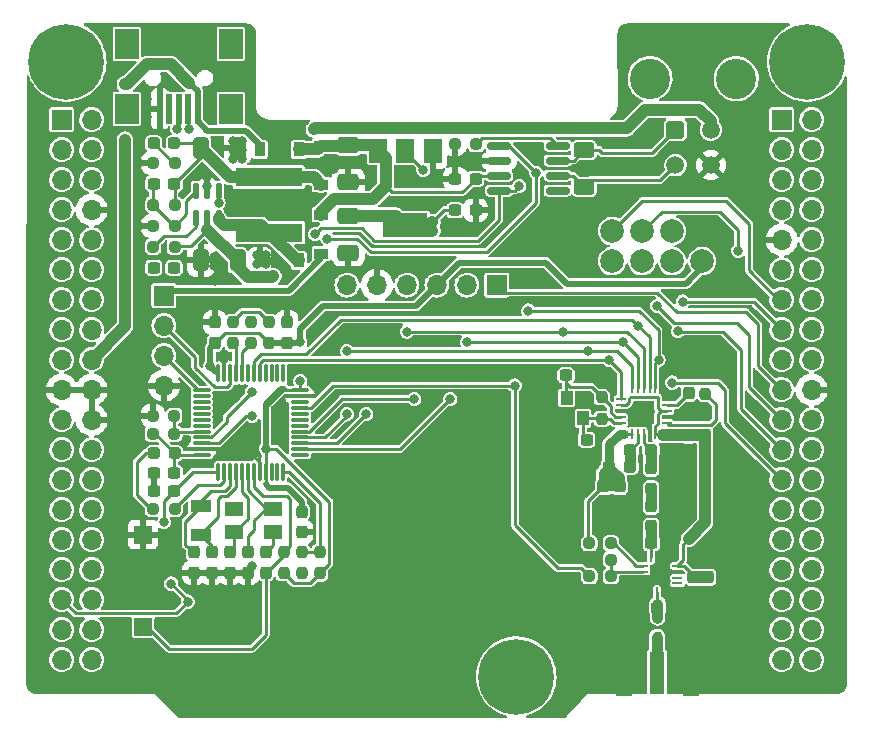
<source format=gtl>
%TF.GenerationSoftware,KiCad,Pcbnew,(6.0.1)*%
%TF.CreationDate,2022-04-28T18:35:21+02:00*%
%TF.ProjectId,STM32_NRF24_Tx,53544d33-325f-44e5-9246-32345f54782e,rev?*%
%TF.SameCoordinates,Original*%
%TF.FileFunction,Copper,L1,Top*%
%TF.FilePolarity,Positive*%
%FSLAX46Y46*%
G04 Gerber Fmt 4.6, Leading zero omitted, Abs format (unit mm)*
G04 Created by KiCad (PCBNEW (6.0.1)) date 2022-04-28 18:35:21*
%MOMM*%
%LPD*%
G01*
G04 APERTURE LIST*
G04 Aperture macros list*
%AMRoundRect*
0 Rectangle with rounded corners*
0 $1 Rounding radius*
0 $2 $3 $4 $5 $6 $7 $8 $9 X,Y pos of 4 corners*
0 Add a 4 corners polygon primitive as box body*
4,1,4,$2,$3,$4,$5,$6,$7,$8,$9,$2,$3,0*
0 Add four circle primitives for the rounded corners*
1,1,$1+$1,$2,$3*
1,1,$1+$1,$4,$5*
1,1,$1+$1,$6,$7*
1,1,$1+$1,$8,$9*
0 Add four rect primitives between the rounded corners*
20,1,$1+$1,$2,$3,$4,$5,0*
20,1,$1+$1,$4,$5,$6,$7,0*
20,1,$1+$1,$6,$7,$8,$9,0*
20,1,$1+$1,$8,$9,$2,$3,0*%
G04 Aperture macros list end*
%TA.AperFunction,ComponentPad*%
%ADD10C,6.400000*%
%TD*%
%TA.AperFunction,SMDPad,CuDef*%
%ADD11R,1.270000X3.600000*%
%TD*%
%TA.AperFunction,SMDPad,CuDef*%
%ADD12R,1.350000X4.200000*%
%TD*%
%TA.AperFunction,SMDPad,CuDef*%
%ADD13RoundRect,0.237500X-0.250000X-0.237500X0.250000X-0.237500X0.250000X0.237500X-0.250000X0.237500X0*%
%TD*%
%TA.AperFunction,SMDPad,CuDef*%
%ADD14RoundRect,0.237500X0.300000X0.237500X-0.300000X0.237500X-0.300000X-0.237500X0.300000X-0.237500X0*%
%TD*%
%TA.AperFunction,SMDPad,CuDef*%
%ADD15RoundRect,0.237500X0.237500X-0.300000X0.237500X0.300000X-0.237500X0.300000X-0.237500X-0.300000X0*%
%TD*%
%TA.AperFunction,SMDPad,CuDef*%
%ADD16RoundRect,0.237500X-0.300000X-0.237500X0.300000X-0.237500X0.300000X0.237500X-0.300000X0.237500X0*%
%TD*%
%TA.AperFunction,SMDPad,CuDef*%
%ADD17RoundRect,0.250000X-0.650000X0.412500X-0.650000X-0.412500X0.650000X-0.412500X0.650000X0.412500X0*%
%TD*%
%TA.AperFunction,SMDPad,CuDef*%
%ADD18RoundRect,0.062500X0.162500X0.062500X-0.162500X0.062500X-0.162500X-0.062500X0.162500X-0.062500X0*%
%TD*%
%TA.AperFunction,SMDPad,CuDef*%
%ADD19RoundRect,0.062500X-0.162500X-0.062500X0.162500X-0.062500X0.162500X0.062500X-0.162500X0.062500X0*%
%TD*%
%TA.AperFunction,ComponentPad*%
%ADD20C,2.000000*%
%TD*%
%TA.AperFunction,SMDPad,CuDef*%
%ADD21RoundRect,0.237500X0.237500X-0.287500X0.237500X0.287500X-0.237500X0.287500X-0.237500X-0.287500X0*%
%TD*%
%TA.AperFunction,SMDPad,CuDef*%
%ADD22RoundRect,0.237500X0.250000X0.237500X-0.250000X0.237500X-0.250000X-0.237500X0.250000X-0.237500X0*%
%TD*%
%TA.AperFunction,SMDPad,CuDef*%
%ADD23R,5.700000X1.600000*%
%TD*%
%TA.AperFunction,SMDPad,CuDef*%
%ADD24RoundRect,0.237500X-0.287500X-0.237500X0.287500X-0.237500X0.287500X0.237500X-0.287500X0.237500X0*%
%TD*%
%TA.AperFunction,ComponentPad*%
%ADD25RoundRect,0.250001X-0.499999X-0.499999X0.499999X-0.499999X0.499999X0.499999X-0.499999X0.499999X0*%
%TD*%
%TA.AperFunction,ComponentPad*%
%ADD26C,1.500000*%
%TD*%
%TA.AperFunction,ComponentPad*%
%ADD27C,3.410000*%
%TD*%
%TA.AperFunction,SMDPad,CuDef*%
%ADD28R,1.500000X1.500000*%
%TD*%
%TA.AperFunction,SMDPad,CuDef*%
%ADD29RoundRect,0.237500X-0.237500X0.300000X-0.237500X-0.300000X0.237500X-0.300000X0.237500X0.300000X0*%
%TD*%
%TA.AperFunction,SMDPad,CuDef*%
%ADD30RoundRect,0.250000X-0.625000X0.400000X-0.625000X-0.400000X0.625000X-0.400000X0.625000X0.400000X0*%
%TD*%
%TA.AperFunction,SMDPad,CuDef*%
%ADD31RoundRect,0.250000X0.412500X0.650000X-0.412500X0.650000X-0.412500X-0.650000X0.412500X-0.650000X0*%
%TD*%
%TA.AperFunction,SMDPad,CuDef*%
%ADD32RoundRect,0.237500X-0.237500X0.250000X-0.237500X-0.250000X0.237500X-0.250000X0.237500X0.250000X0*%
%TD*%
%TA.AperFunction,SMDPad,CuDef*%
%ADD33RoundRect,0.062500X-0.062500X0.350000X-0.062500X-0.350000X0.062500X-0.350000X0.062500X0.350000X0*%
%TD*%
%TA.AperFunction,SMDPad,CuDef*%
%ADD34RoundRect,0.062500X-0.350000X0.062500X-0.350000X-0.062500X0.350000X-0.062500X0.350000X0.062500X0*%
%TD*%
%TA.AperFunction,ComponentPad*%
%ADD35R,1.700000X1.700000*%
%TD*%
%TA.AperFunction,ComponentPad*%
%ADD36O,1.700000X1.700000*%
%TD*%
%TA.AperFunction,SMDPad,CuDef*%
%ADD37R,1.000000X1.150000*%
%TD*%
%TA.AperFunction,SMDPad,CuDef*%
%ADD38R,1.200000X0.900000*%
%TD*%
%TA.AperFunction,SMDPad,CuDef*%
%ADD39RoundRect,0.237500X0.237500X-0.250000X0.237500X0.250000X-0.237500X0.250000X-0.237500X-0.250000X0*%
%TD*%
%TA.AperFunction,SMDPad,CuDef*%
%ADD40R,0.900000X1.200000*%
%TD*%
%TA.AperFunction,SMDPad,CuDef*%
%ADD41R,0.500000X2.500000*%
%TD*%
%TA.AperFunction,SMDPad,CuDef*%
%ADD42R,2.000000X2.500000*%
%TD*%
%TA.AperFunction,SMDPad,CuDef*%
%ADD43R,1.500000X2.000000*%
%TD*%
%TA.AperFunction,SMDPad,CuDef*%
%ADD44R,3.800000X2.000000*%
%TD*%
%TA.AperFunction,SMDPad,CuDef*%
%ADD45R,1.700000X1.700000*%
%TD*%
%TA.AperFunction,SMDPad,CuDef*%
%ADD46RoundRect,0.075000X0.075000X-0.662500X0.075000X0.662500X-0.075000X0.662500X-0.075000X-0.662500X0*%
%TD*%
%TA.AperFunction,SMDPad,CuDef*%
%ADD47RoundRect,0.075000X0.662500X-0.075000X0.662500X0.075000X-0.662500X0.075000X-0.662500X-0.075000X0*%
%TD*%
%TA.AperFunction,SMDPad,CuDef*%
%ADD48RoundRect,0.150000X-0.825000X-0.150000X0.825000X-0.150000X0.825000X0.150000X-0.825000X0.150000X0*%
%TD*%
%TA.AperFunction,SMDPad,CuDef*%
%ADD49R,1.800000X1.000000*%
%TD*%
%TA.AperFunction,SMDPad,CuDef*%
%ADD50R,1.600000X1.300000*%
%TD*%
%TA.AperFunction,SMDPad,CuDef*%
%ADD51RoundRect,0.125000X-0.125000X0.587500X-0.125000X-0.587500X0.125000X-0.587500X0.125000X0.587500X0*%
%TD*%
%TA.AperFunction,ViaPad*%
%ADD52C,0.800000*%
%TD*%
%TA.AperFunction,Conductor*%
%ADD53C,0.250000*%
%TD*%
%TA.AperFunction,Conductor*%
%ADD54C,0.500000*%
%TD*%
%TA.AperFunction,Conductor*%
%ADD55C,1.000000*%
%TD*%
%TA.AperFunction,Conductor*%
%ADD56C,0.800000*%
%TD*%
%TA.AperFunction,Conductor*%
%ADD57C,0.950000*%
%TD*%
G04 APERTURE END LIST*
D10*
%TO.P,H3,1*%
%TO.N,N/C*%
X171718000Y-53975000D03*
%TD*%
%TO.P,H2,1*%
%TO.N,N/C*%
X147080000Y-106045000D03*
%TD*%
%TO.P,H1,1*%
%TO.N,N/C*%
X108980000Y-53975000D03*
%TD*%
D11*
%TO.P,J7,1,In*%
%TO.N,Net-(FL1-Pad3)*%
X159004000Y-105737000D03*
D12*
%TO.P,J7,2,Ext*%
%TO.N,GND*%
X161829000Y-105537000D03*
X156179000Y-105537000D03*
%TD*%
D13*
%TO.P,R14,1*%
%TO.N,GND*%
X116299000Y-83947000D03*
%TO.P,R14,2*%
%TO.N,/STM32F103/BOOT0*%
X118124000Y-83947000D03*
%TD*%
D14*
%TO.P,C23,1*%
%TO.N,Net-(C23-Pad1)*%
X153022500Y-85979000D03*
%TO.P,C23,2*%
%TO.N,GND*%
X151297500Y-85979000D03*
%TD*%
D15*
%TO.P,C17,1*%
%TO.N,GND*%
X124347000Y-97232000D03*
%TO.P,C17,2*%
%TO.N,/STM32F103/OSCOUT*%
X124347000Y-95507000D03*
%TD*%
D16*
%TO.P,C5,1*%
%TO.N,/3V3*%
X141899500Y-66548000D03*
%TO.P,C5,2*%
%TO.N,GND*%
X143624500Y-66548000D03*
%TD*%
D17*
%TO.P,C8,1*%
%TO.N,/3V3*%
X132856000Y-67017500D03*
%TO.P,C8,2*%
%TO.N,GND*%
X132856000Y-70142500D03*
%TD*%
D18*
%TO.P,FL1,1,IN*%
%TO.N,Net-(C30-Pad2)*%
X159102000Y-101354000D03*
D19*
%TO.P,FL1,2,GND*%
%TO.N,GND*%
X159102000Y-101854000D03*
%TO.P,FL1,3,OUT*%
%TO.N,Net-(FL1-Pad3)*%
X159102000Y-102354000D03*
%TO.P,FL1,4,GND*%
%TO.N,GND*%
X159922000Y-102354000D03*
%TO.P,FL1,5,GND*%
X159922000Y-101854000D03*
%TO.P,FL1,6,GND*%
X159922000Y-101354000D03*
%TD*%
D20*
%TO.P,U1,1,GND*%
%TO.N,GND*%
X162814000Y-68326000D03*
X152654000Y-105410000D03*
X165354000Y-105410000D03*
%TO.P,U1,2,VCC*%
%TO.N,/3V3*%
X162814000Y-70866000D03*
%TO.P,U1,3,CE*%
%TO.N,/CE*%
X160274000Y-68326000D03*
%TO.P,U1,4,CSN*%
%TO.N,/CSN*%
X160274000Y-70866000D03*
%TO.P,U1,5,SCK*%
%TO.N,/CLK*%
X157734000Y-68326000D03*
%TO.P,U1,6,MOSI*%
%TO.N,/MOSI*%
X157734000Y-70866000D03*
%TO.P,U1,7,MISO*%
%TO.N,/MISO*%
X155194000Y-68326000D03*
%TO.P,U1,8,IRQ*%
%TO.N,/EXTI*%
X155194000Y-70866000D03*
%TD*%
D21*
%TO.P,L4,1,1*%
%TO.N,Net-(C26-Pad1)*%
X158496000Y-90156000D03*
%TO.P,L4,2,2*%
%TO.N,Net-(L2-Pad2)*%
X158496000Y-88406000D03*
%TD*%
D22*
%TO.P,R3,1*%
%TO.N,/12V*%
X118148500Y-69659500D03*
%TO.P,R3,2*%
%TO.N,Net-(R3-Pad2)*%
X116323500Y-69659500D03*
%TD*%
D14*
%TO.P,C30,1*%
%TO.N,GND*%
X160755500Y-100203000D03*
%TO.P,C30,2*%
%TO.N,Net-(C30-Pad2)*%
X159030500Y-100203000D03*
%TD*%
D22*
%TO.P,R19,1*%
%TO.N,Net-(R19-Pad1)*%
X155090500Y-94742000D03*
%TO.P,R19,2*%
%TO.N,/TXEN*%
X153265500Y-94742000D03*
%TD*%
D23*
%TO.P,L1,1,1*%
%TO.N,Net-(C10-Pad2)*%
X126126000Y-68453500D03*
%TO.P,L1,2,2*%
%TO.N,/EXT5V*%
X126126000Y-63753500D03*
%TD*%
D16*
%TO.P,C22,1*%
%TO.N,Net-(C22-Pad1)*%
X151297500Y-80518000D03*
%TO.P,C22,2*%
%TO.N,GND*%
X153022500Y-80518000D03*
%TD*%
D15*
%TO.P,C19,1*%
%TO.N,GND*%
X121299000Y-97232000D03*
%TO.P,C19,2*%
%TO.N,/STM32F103/OSC32OUT*%
X121299000Y-95507000D03*
%TD*%
%TO.P,C25,1*%
%TO.N,GND*%
X154446000Y-91667500D03*
%TO.P,C25,2*%
%TO.N,/TXEN*%
X154446000Y-89942500D03*
%TD*%
D22*
%TO.P,R13,1*%
%TO.N,/STM32F103/BOOT0*%
X118124000Y-85471000D03*
%TO.P,R13,2*%
%TO.N,/3V3*%
X116299000Y-85471000D03*
%TD*%
%TO.P,R6,1*%
%TO.N,Net-(D4-Pad1)*%
X118148500Y-62547500D03*
%TO.P,R6,2*%
%TO.N,GND*%
X116323500Y-62547500D03*
%TD*%
D24*
%TO.P,L3,1,1*%
%TO.N,/TXEN*%
X154954000Y-88265000D03*
%TO.P,L3,2,2*%
%TO.N,Net-(L2-Pad1)*%
X156704000Y-88265000D03*
%TD*%
D25*
%TO.P,J4,1,Pin_1*%
%TO.N,/CANH*%
X160552000Y-59735000D03*
D26*
%TO.P,J4,2,Pin_2*%
%TO.N,/12V*%
X163552000Y-59735000D03*
%TO.P,J4,3,Pin_3*%
%TO.N,/CANL*%
X160552000Y-62735000D03*
%TO.P,J4,4,Pin_4*%
%TO.N,GND*%
X163552000Y-62735000D03*
D27*
%TO.P,J4,MP*%
%TO.N,N/C*%
X165702000Y-55415000D03*
X158402000Y-55415000D03*
%TD*%
D16*
%TO.P,C10,1*%
%TO.N,Net-(C10-Pad1)*%
X116373500Y-71437500D03*
%TO.P,C10,2*%
%TO.N,Net-(C10-Pad2)*%
X118098500Y-71437500D03*
%TD*%
D28*
%TO.P,SW1,1*%
%TO.N,GND*%
X115482400Y-94017000D03*
%TO.P,SW1,2*%
%TO.N,/STM32F103/NRST*%
X115482400Y-101817000D03*
%TD*%
D15*
%TO.P,C29,1*%
%TO.N,/3V3*%
X162052000Y-97636500D03*
%TO.P,C29,2*%
%TO.N,GND*%
X162052000Y-95911500D03*
%TD*%
%TO.P,C3,1*%
%TO.N,/3V3*%
X161671001Y-85598000D03*
%TO.P,C3,2*%
%TO.N,GND*%
X161671001Y-83873000D03*
%TD*%
D29*
%TO.P,C18,1*%
%TO.N,/STM32F103/OSCIN*%
X122823000Y-95507000D03*
%TO.P,C18,2*%
%TO.N,GND*%
X122823000Y-97232000D03*
%TD*%
D24*
%TO.P,L2,1,1*%
%TO.N,Net-(L2-Pad1)*%
X156732000Y-86868000D03*
%TO.P,L2,2,2*%
%TO.N,Net-(L2-Pad2)*%
X158482000Y-86868000D03*
%TD*%
D30*
%TO.P,R2,1*%
%TO.N,/CANH*%
X152820400Y-61467400D03*
%TO.P,R2,2*%
%TO.N,/CANL*%
X152820400Y-64567400D03*
%TD*%
D15*
%TO.P,C24,1*%
%TO.N,GND*%
X155843000Y-91667500D03*
%TO.P,C24,2*%
%TO.N,/TXEN*%
X155843000Y-89942500D03*
%TD*%
D31*
%TO.P,C12,1*%
%TO.N,GND*%
X123497500Y-61277500D03*
%TO.P,C12,2*%
%TO.N,/EXT5V*%
X120372500Y-61277500D03*
%TD*%
D22*
%TO.P,R20,1*%
%TO.N,Net-(R20-Pad1)*%
X155090500Y-97536000D03*
%TO.P,R20,2*%
%TO.N,/CE*%
X153265500Y-97536000D03*
%TD*%
%TO.P,R5,1*%
%TO.N,Net-(C11-Pad2)*%
X118148500Y-67881500D03*
%TO.P,R5,2*%
%TO.N,GND*%
X116323500Y-67881500D03*
%TD*%
D29*
%TO.P,C20,1*%
%TO.N,/STM32F103/OSC32IN*%
X119775000Y-95507000D03*
%TO.P,C20,2*%
%TO.N,GND*%
X119775000Y-97232000D03*
%TD*%
D15*
%TO.P,C4,1*%
%TO.N,/3V3*%
X163068000Y-85598000D03*
%TO.P,C4,2*%
%TO.N,GND*%
X163068000Y-83873000D03*
%TD*%
D32*
%TO.P,R11,1*%
%TO.N,/STM32F103/PA2*%
X130443000Y-95480500D03*
%TO.P,R11,2*%
%TO.N,/3V3*%
X130443000Y-97305500D03*
%TD*%
D33*
%TO.P,U7,1,CE*%
%TO.N,/CE*%
X158861000Y-81628500D03*
%TO.P,U7,2,CSN*%
%TO.N,/CSN*%
X158361000Y-81628500D03*
%TO.P,U7,3,SCK*%
%TO.N,/CLK*%
X157861000Y-81628500D03*
%TO.P,U7,4,MOSI*%
%TO.N,/MOSI*%
X157361000Y-81628500D03*
%TO.P,U7,5,MISO*%
%TO.N,/MISO*%
X156861000Y-81628500D03*
D34*
%TO.P,U7,6,IRQ*%
%TO.N,/EXTI*%
X155923500Y-82566000D03*
%TO.P,U7,7,VDD*%
%TO.N,/3V3*%
X155923500Y-83066000D03*
%TO.P,U7,8,VSS*%
%TO.N,GND*%
X155923500Y-83566000D03*
%TO.P,U7,9,XC2*%
%TO.N,Net-(C22-Pad1)*%
X155923500Y-84066000D03*
%TO.P,U7,10,XC1*%
%TO.N,Net-(C23-Pad1)*%
X155923500Y-84566000D03*
D33*
%TO.P,U7,11,VDD_PA*%
%TO.N,/TXEN*%
X156861000Y-85503500D03*
%TO.P,U7,12,ANT1*%
%TO.N,Net-(L2-Pad1)*%
X157361000Y-85503500D03*
%TO.P,U7,13,ANT2*%
%TO.N,Net-(L2-Pad2)*%
X157861000Y-85503500D03*
%TO.P,U7,14,VSS*%
%TO.N,GND*%
X158361000Y-85503500D03*
%TO.P,U7,15,VDD*%
%TO.N,/3V3*%
X158861000Y-85503500D03*
D34*
%TO.P,U7,16,IREF*%
%TO.N,Net-(R17-Pad1)*%
X159798500Y-84566000D03*
%TO.P,U7,17,VSS*%
%TO.N,GND*%
X159798500Y-84066000D03*
%TO.P,U7,18,VDD*%
%TO.N,/3V3*%
X159798500Y-83566000D03*
%TO.P,U7,19,DVDD*%
%TO.N,Net-(C21-Pad1)*%
X159798500Y-83066000D03*
%TO.P,U7,20,VSS*%
%TO.N,GND*%
X159798500Y-82566000D03*
%TD*%
D35*
%TO.P,J1,1,Pin_1*%
%TO.N,/CS*%
X145429000Y-72898000D03*
D36*
%TO.P,J1,2,Pin_2*%
%TO.N,/MOSI*%
X142889000Y-72898000D03*
%TO.P,J1,3,Pin_3*%
%TO.N,/3V3*%
X140349000Y-72898000D03*
%TO.P,J1,4,Pin_4*%
%TO.N,/CLK*%
X137809000Y-72898000D03*
%TO.P,J1,5,Pin_5*%
%TO.N,GND*%
X135269000Y-72898000D03*
%TO.P,J1,6,Pin_6*%
%TO.N,/MISO*%
X132729000Y-72898000D03*
%TD*%
D15*
%TO.P,C31,1*%
%TO.N,/3V3*%
X163322000Y-97636500D03*
%TO.P,C31,2*%
%TO.N,GND*%
X163322000Y-95911500D03*
%TD*%
D14*
%TO.P,C14,1*%
%TO.N,/VBAT*%
X118097500Y-90297000D03*
%TO.P,C14,2*%
%TO.N,GND*%
X116372500Y-90297000D03*
%TD*%
D37*
%TO.P,Y3,1,1*%
%TO.N,Net-(C22-Pad1)*%
X151333000Y-82437000D03*
%TO.P,Y3,2,2*%
%TO.N,GND*%
X151333000Y-84187000D03*
%TO.P,Y3,3,3*%
%TO.N,Net-(C23-Pad1)*%
X152733000Y-84187000D03*
%TO.P,Y3,4,4*%
%TO.N,GND*%
X152733000Y-82437000D03*
%TD*%
D32*
%TO.P,R9,1*%
%TO.N,Net-(J5-Pad2)*%
X124601000Y-76012000D03*
%TO.P,R9,2*%
%TO.N,/STM32F103/PA11*%
X124601000Y-77837000D03*
%TD*%
%TO.P,R18,1*%
%TO.N,Net-(C22-Pad1)*%
X154319000Y-82399500D03*
%TO.P,R18,2*%
%TO.N,Net-(C23-Pad1)*%
X154319000Y-84224500D03*
%TD*%
D38*
%TO.P,D8,1,K*%
%TO.N,/5V*%
X130570000Y-66930000D03*
%TO.P,D8,2,A*%
%TO.N,/SW5V*%
X130570000Y-70230000D03*
%TD*%
D15*
%TO.P,C21,1*%
%TO.N,Net-(C21-Pad1)*%
X161671001Y-82042000D03*
%TO.P,C21,2*%
%TO.N,GND*%
X161671001Y-80317000D03*
%TD*%
D24*
%TO.P,D7,1,K*%
%TO.N,Net-(D7-Pad1)*%
X116390123Y-87122000D03*
%TO.P,D7,2,A*%
%TO.N,/3V3*%
X118140123Y-87122000D03*
%TD*%
D16*
%TO.P,C13,1*%
%TO.N,GND*%
X116372500Y-88773000D03*
%TO.P,C13,2*%
%TO.N,/3V3*%
X118097500Y-88773000D03*
%TD*%
D22*
%TO.P,R4,1*%
%TO.N,/EXT5V*%
X118148500Y-66103500D03*
%TO.P,R4,2*%
%TO.N,Net-(C11-Pad2)*%
X116323500Y-66103500D03*
%TD*%
D39*
%TO.P,R10,1*%
%TO.N,/3V3*%
X127395000Y-97282000D03*
%TO.P,R10,2*%
%TO.N,/STM32F103/NRST*%
X127395000Y-95457000D03*
%TD*%
D17*
%TO.P,C7,1*%
%TO.N,/5V*%
X132856000Y-61073500D03*
%TO.P,C7,2*%
%TO.N,GND*%
X132856000Y-64198500D03*
%TD*%
D38*
%TO.P,D3,1,K*%
%TO.N,/5V*%
X130570000Y-61088000D03*
%TO.P,D3,2,A*%
%TO.N,/EXT5V*%
X130570000Y-64388000D03*
%TD*%
D14*
%TO.P,C11,1*%
%TO.N,/EXT5V*%
X118098500Y-64325500D03*
%TO.P,C11,2*%
%TO.N,Net-(C11-Pad2)*%
X116373500Y-64325500D03*
%TD*%
%TO.P,C6,1*%
%TO.N,/5V*%
X143624500Y-63881000D03*
%TO.P,C6,2*%
%TO.N,GND*%
X141899500Y-63881000D03*
%TD*%
D40*
%TO.P,D2,1,K*%
%TO.N,Net-(C10-Pad2)*%
X128665000Y-70802500D03*
%TO.P,D2,2,A*%
%TO.N,GND*%
X125365000Y-70802500D03*
%TD*%
D31*
%TO.P,C9,1*%
%TO.N,/12V*%
X123497500Y-70802500D03*
%TO.P,C9,2*%
%TO.N,GND*%
X120372500Y-70802500D03*
%TD*%
D41*
%TO.P,J5,1,VBUS*%
%TO.N,/USB5V*%
X120105000Y-57972000D03*
%TO.P,J5,2,D-*%
%TO.N,Net-(J5-Pad2)*%
X119305000Y-57972000D03*
%TO.P,J5,3,D+*%
%TO.N,Net-(J5-Pad3)*%
X118505000Y-57972000D03*
%TO.P,J5,4,ID*%
%TO.N,unconnected-(J5-Pad4)*%
X117705000Y-57972000D03*
%TO.P,J5,5,GND*%
%TO.N,GND*%
X116905000Y-57972000D03*
D42*
%TO.P,J5,6,Shield*%
%TO.N,unconnected-(J5-Pad6)*%
X122905000Y-57972000D03*
X122905000Y-52472000D03*
X114105000Y-57972000D03*
X114105000Y-52472000D03*
%TD*%
D35*
%TO.P,J6,1,Pin_1*%
%TO.N,/SW5V*%
X117235000Y-73787000D03*
D36*
%TO.P,J6,2,Pin_2*%
%TO.N,/STM32F103/PA13*%
X117235000Y-76327000D03*
%TO.P,J6,3,Pin_3*%
%TO.N,/STM32F103/PA14*%
X117235000Y-78867000D03*
%TO.P,J6,4,Pin_4*%
%TO.N,GND*%
X117235000Y-81407000D03*
%TD*%
D24*
%TO.P,D4,1,K*%
%TO.N,Net-(D4-Pad1)*%
X116361000Y-60896500D03*
%TO.P,D4,2,A*%
%TO.N,/EXT5V*%
X118111000Y-60896500D03*
%TD*%
D43*
%TO.P,U3,1,GND*%
%TO.N,GND*%
X139982000Y-61518000D03*
D44*
%TO.P,U3,2,VO*%
%TO.N,/3V3*%
X137682000Y-67818000D03*
D43*
X137682000Y-61518000D03*
%TO.P,U3,3,VI*%
%TO.N,/5V*%
X135382000Y-61518000D03*
%TD*%
D13*
%TO.P,R21,1*%
%TO.N,GND*%
X153279500Y-96139000D03*
%TO.P,R21,2*%
%TO.N,Net-(R20-Pad1)*%
X155104500Y-96139000D03*
%TD*%
D32*
%TO.P,R8,1*%
%TO.N,Net-(J5-Pad3)*%
X123077000Y-76012000D03*
%TO.P,R8,2*%
%TO.N,/STM32F103/PA12*%
X123077000Y-77837000D03*
%TD*%
D33*
%TO.P,U8,1,NC*%
%TO.N,GND*%
X160008000Y-95946500D03*
%TO.P,U8,2,GND*%
X159508000Y-95946500D03*
%TO.P,U8,3,GND*%
X159008000Y-95946500D03*
%TO.P,U8,4,TXRX*%
%TO.N,/RXTX*%
X158508000Y-95946500D03*
D34*
%TO.P,U8,5,TXEN*%
%TO.N,Net-(R19-Pad1)*%
X157795500Y-96659000D03*
%TO.P,U8,6,RXEN*%
%TO.N,Net-(R20-Pad1)*%
X157795500Y-97159000D03*
%TO.P,U8,7,NC*%
%TO.N,GND*%
X157795500Y-97659000D03*
%TO.P,U8,8,GND*%
X157795500Y-98159000D03*
D33*
%TO.P,U8,9,GND*%
X158508000Y-98871500D03*
%TO.P,U8,10,ANT*%
%TO.N,Net-(C30-Pad2)*%
X159008000Y-98871500D03*
%TO.P,U8,11,GND*%
%TO.N,GND*%
X159508000Y-98871500D03*
%TO.P,U8,12,NC*%
X160008000Y-98871500D03*
D34*
%TO.P,U8,13,DNC*%
%TO.N,unconnected-(U8-Pad13)*%
X160720500Y-98159000D03*
%TO.P,U8,14,VDD*%
%TO.N,unconnected-(U8-Pad14)*%
X160720500Y-97659000D03*
%TO.P,U8,15,NC*%
%TO.N,GND*%
X160720500Y-97159000D03*
%TO.P,U8,16,VDD*%
%TO.N,/3V3*%
X160720500Y-96659000D03*
D45*
%TO.P,U8,17,GND*%
%TO.N,GND*%
X159258000Y-97409000D03*
%TD*%
D46*
%TO.P,U5,1,VBAT*%
%TO.N,/VBAT*%
X121851000Y-88707000D03*
%TO.P,U5,2,PC13*%
%TO.N,/STM32F103/PC13*%
X122351000Y-88707000D03*
%TO.P,U5,3,PC14*%
%TO.N,/STM32F103/OSC32IN*%
X122851000Y-88707000D03*
%TO.P,U5,4,PC15*%
%TO.N,/STM32F103/OSC32OUT*%
X123351000Y-88707000D03*
%TO.P,U5,5,PD0*%
%TO.N,/STM32F103/OSCIN*%
X123851000Y-88707000D03*
%TO.P,U5,6,PD1*%
%TO.N,/STM32F103/OSCOUT*%
X124351000Y-88707000D03*
%TO.P,U5,7,NRST*%
%TO.N,/STM32F103/NRST*%
X124851000Y-88707000D03*
%TO.P,U5,8,VSSA*%
%TO.N,GND*%
X125351000Y-88707000D03*
%TO.P,U5,9,VDDA*%
%TO.N,/3V3*%
X125851000Y-88707000D03*
%TO.P,U5,10,PA0*%
%TO.N,/STM32F103/PA0*%
X126351000Y-88707000D03*
%TO.P,U5,11,PA1*%
%TO.N,/STM32F103/PA1*%
X126851000Y-88707000D03*
%TO.P,U5,12,PA2*%
%TO.N,/STM32F103/PA2*%
X127351000Y-88707000D03*
D47*
%TO.P,U5,13,PA3*%
%TO.N,/STM32F103/PA3*%
X128763500Y-87294500D03*
%TO.P,U5,14,PA4*%
%TO.N,/CS*%
X128763500Y-86794500D03*
%TO.P,U5,15,PA5*%
%TO.N,/CLK*%
X128763500Y-86294500D03*
%TO.P,U5,16,PA6*%
%TO.N,/MISO*%
X128763500Y-85794500D03*
%TO.P,U5,17,PA7*%
%TO.N,/MOSI*%
X128763500Y-85294500D03*
%TO.P,U5,18,PB0*%
%TO.N,/STM32F103/PB0*%
X128763500Y-84794500D03*
%TO.P,U5,19,PB1*%
%TO.N,/STM32F103/PB1*%
X128763500Y-84294500D03*
%TO.P,U5,20,PB2*%
%TO.N,/STM32F103/PB2*%
X128763500Y-83794500D03*
%TO.P,U5,21,PB10*%
%TO.N,/CE*%
X128763500Y-83294500D03*
%TO.P,U5,22,PB11*%
%TO.N,/STM32F103/PB11*%
X128763500Y-82794500D03*
%TO.P,U5,23,VSS*%
%TO.N,GND*%
X128763500Y-82294500D03*
%TO.P,U5,24,VDD*%
%TO.N,/3V3*%
X128763500Y-81794500D03*
D46*
%TO.P,U5,25,PB12*%
%TO.N,/STM32F103/PB12*%
X127351000Y-80382000D03*
%TO.P,U5,26,PB13*%
%TO.N,/STM32F103/PB13*%
X126851000Y-80382000D03*
%TO.P,U5,27,PB14*%
%TO.N,/STM32F103/PB14*%
X126351000Y-80382000D03*
%TO.P,U5,28,PB15*%
%TO.N,/STM32F103/PB15*%
X125851000Y-80382000D03*
%TO.P,U5,29,PA8*%
%TO.N,/EXTI*%
X125351000Y-80382000D03*
%TO.P,U5,30,PA9*%
%TO.N,/CSN*%
X124851000Y-80382000D03*
%TO.P,U5,31,PA10*%
%TO.N,/STM32F103/PA10*%
X124351000Y-80382000D03*
%TO.P,U5,32,PA11*%
%TO.N,/STM32F103/PA11*%
X123851000Y-80382000D03*
%TO.P,U5,33,PA12*%
%TO.N,/STM32F103/PA12*%
X123351000Y-80382000D03*
%TO.P,U5,34,PA13*%
%TO.N,/STM32F103/PA13*%
X122851000Y-80382000D03*
%TO.P,U5,35,VSS*%
%TO.N,GND*%
X122351000Y-80382000D03*
%TO.P,U5,36,VDD*%
%TO.N,/3V3*%
X121851000Y-80382000D03*
D47*
%TO.P,U5,37,PA14*%
%TO.N,/STM32F103/PA14*%
X120438500Y-81794500D03*
%TO.P,U5,38,PA15*%
%TO.N,/STM32F103/PA15*%
X120438500Y-82294500D03*
%TO.P,U5,39,PB3*%
%TO.N,/STM32F103/PB3*%
X120438500Y-82794500D03*
%TO.P,U5,40,PB4*%
%TO.N,/STM32F103/PB4*%
X120438500Y-83294500D03*
%TO.P,U5,41,PB5*%
%TO.N,/STM32F103/PB5*%
X120438500Y-83794500D03*
%TO.P,U5,42,PB6*%
%TO.N,/STM32F103/PB6*%
X120438500Y-84294500D03*
%TO.P,U5,43,PB7*%
%TO.N,/STM32F103/PB7*%
X120438500Y-84794500D03*
%TO.P,U5,44,BOOT0*%
%TO.N,/STM32F103/BOOT0*%
X120438500Y-85294500D03*
%TO.P,U5,45,PB8*%
%TO.N,/CAN_RX*%
X120438500Y-85794500D03*
%TO.P,U5,46,PB9*%
%TO.N,/CAN_TX*%
X120438500Y-86294500D03*
%TO.P,U5,47,VSS*%
%TO.N,GND*%
X120438500Y-86794500D03*
%TO.P,U5,48,VDD*%
%TO.N,/3V3*%
X120438500Y-87294500D03*
%TD*%
D29*
%TO.P,C15,1*%
%TO.N,GND*%
X127649000Y-76062000D03*
%TO.P,C15,2*%
%TO.N,/3V3*%
X127649000Y-77787000D03*
%TD*%
D48*
%TO.P,U2,1,TXD*%
%TO.N,/CAN_TX*%
X145621000Y-61087000D03*
%TO.P,U2,2,VSS*%
%TO.N,GND*%
X145621000Y-62357000D03*
%TO.P,U2,3,VDD*%
%TO.N,/5V*%
X145621000Y-63627000D03*
%TO.P,U2,4,RXD*%
%TO.N,/CAN_RX*%
X145621000Y-64897000D03*
%TO.P,U2,5,Vref*%
%TO.N,unconnected-(U2-Pad5)*%
X150571000Y-64897000D03*
%TO.P,U2,6,CANL*%
%TO.N,/CANL*%
X150571000Y-63627000D03*
%TO.P,U2,7,CANH*%
%TO.N,/CANH*%
X150571000Y-62357000D03*
%TO.P,U2,8,Rs*%
%TO.N,Net-(R1-Pad1)*%
X150571000Y-61087000D03*
%TD*%
D15*
%TO.P,C16,1*%
%TO.N,/STM32F103/NRST*%
X125871000Y-97232000D03*
%TO.P,C16,2*%
%TO.N,GND*%
X125871000Y-95507000D03*
%TD*%
%TO.P,C34,1*%
%TO.N,GND*%
X128919000Y-93803000D03*
%TO.P,C34,2*%
%TO.N,/3V3*%
X128919000Y-92078000D03*
%TD*%
D39*
%TO.P,R17,1*%
%TO.N,Net-(R17-Pad1)*%
X163068000Y-82092000D03*
%TO.P,R17,2*%
%TO.N,GND*%
X163068000Y-80267000D03*
%TD*%
D29*
%TO.P,C33,1*%
%TO.N,GND*%
X121553000Y-76062000D03*
%TO.P,C33,2*%
%TO.N,/3V3*%
X121553000Y-77787000D03*
%TD*%
D49*
%TO.P,Y2,1,1*%
%TO.N,/STM32F103/OSC32OUT*%
X120410000Y-94063500D03*
%TO.P,Y2,2,2*%
%TO.N,/STM32F103/OSC32IN*%
X120410000Y-91563500D03*
%TD*%
D39*
%TO.P,R12,1*%
%TO.N,GND*%
X128919000Y-97305500D03*
%TO.P,R12,2*%
%TO.N,/STM32F103/PA2*%
X128919000Y-95480500D03*
%TD*%
D40*
%TO.P,D1,1,K*%
%TO.N,/5V*%
X128665000Y-61404500D03*
%TO.P,D1,2,A*%
%TO.N,/USB5V*%
X125365000Y-61404500D03*
%TD*%
D50*
%TO.P,Y1,1,1*%
%TO.N,/STM32F103/OSCOUT*%
X126505000Y-91813500D03*
%TO.P,Y1,2,2*%
%TO.N,GND*%
X123205000Y-91813500D03*
%TO.P,Y1,3,3*%
%TO.N,/STM32F103/OSCIN*%
X123205000Y-93813500D03*
%TO.P,Y1,4,4*%
%TO.N,GND*%
X126505000Y-93813500D03*
%TD*%
D29*
%TO.P,C26,1*%
%TO.N,Net-(C26-Pad1)*%
X158496000Y-91593500D03*
%TO.P,C26,2*%
%TO.N,/RXTX*%
X158496000Y-93318500D03*
%TD*%
D22*
%TO.P,R1,1*%
%TO.N,Net-(R1-Pad1)*%
X143674500Y-60960000D03*
%TO.P,R1,2*%
%TO.N,GND*%
X141849500Y-60960000D03*
%TD*%
D32*
%TO.P,R7,1*%
%TO.N,Net-(J5-Pad3)*%
X126125000Y-76012000D03*
%TO.P,R7,2*%
%TO.N,/3V3*%
X126125000Y-77837000D03*
%TD*%
D13*
%TO.P,R15,1*%
%TO.N,Net-(D7-Pad1)*%
X116322500Y-91821000D03*
%TO.P,R15,2*%
%TO.N,/STM32F103/PC13*%
X118147500Y-91821000D03*
%TD*%
D14*
%TO.P,C27,1*%
%TO.N,GND*%
X160247500Y-94742000D03*
%TO.P,C27,2*%
%TO.N,/RXTX*%
X158522500Y-94742000D03*
%TD*%
D51*
%TO.P,U4,1,BST*%
%TO.N,Net-(C10-Pad1)*%
X121869000Y-64966000D03*
%TO.P,U4,2,GND*%
%TO.N,GND*%
X120919000Y-64966000D03*
%TO.P,U4,3,FB*%
%TO.N,Net-(C11-Pad2)*%
X119969000Y-64966000D03*
%TO.P,U4,4,EN*%
%TO.N,Net-(R3-Pad2)*%
X119969000Y-67241000D03*
%TO.P,U4,5,VCC*%
%TO.N,/12V*%
X120919000Y-67241000D03*
%TO.P,U4,6,Lx*%
%TO.N,Net-(C10-Pad2)*%
X121869000Y-67241000D03*
%TD*%
D35*
%TO.P,CN7,1,Pin_1*%
%TO.N,/Nucleo-64/PC10*%
X108587786Y-58886786D03*
D36*
%TO.P,CN7,2,Pin_2*%
%TO.N,/Nucleo-64/PC11*%
X111127786Y-58886786D03*
%TO.P,CN7,3,Pin_3*%
%TO.N,/Nucleo-64/PC12*%
X108587786Y-61426786D03*
%TO.P,CN7,4,Pin_4*%
%TO.N,/Nucleo-64/PD2*%
X111127786Y-61426786D03*
%TO.P,CN7,5,Pin_5*%
%TO.N,/Nucleo-64/VDD*%
X108587786Y-63966786D03*
%TO.P,CN7,6,Pin_6*%
%TO.N,/Nucleo-64/E5V*%
X111127786Y-63966786D03*
%TO.P,CN7,7,Pin_7*%
%TO.N,/Nucleo-64/BOOT0*%
X108587786Y-66506786D03*
%TO.P,CN7,8,Pin_8*%
%TO.N,GND*%
X111127786Y-66506786D03*
%TO.P,CN7,9,Pin_9*%
%TO.N,unconnected-(CN7-Pad9)*%
X108587786Y-69046786D03*
%TO.P,CN7,10,Pin_10*%
%TO.N,unconnected-(CN7-Pad10)*%
X111127786Y-69046786D03*
%TO.P,CN7,11,Pin_11*%
%TO.N,unconnected-(CN7-Pad11)*%
X108587786Y-71586786D03*
%TO.P,CN7,12,Pin_12*%
%TO.N,/Nucleo-64/IOREF*%
X111127786Y-71586786D03*
%TO.P,CN7,13,Pin_13*%
%TO.N,/Nucleo-64/PA13*%
X108587786Y-74126786D03*
%TO.P,CN7,14,Pin_14*%
%TO.N,/Nucleo-64/RESET*%
X111127786Y-74126786D03*
%TO.P,CN7,15,Pin_15*%
%TO.N,/Nucleo-64/PA14*%
X108587786Y-76666786D03*
%TO.P,CN7,16,Pin_16*%
%TO.N,/Nucleo-64/+3V3*%
X111127786Y-76666786D03*
%TO.P,CN7,17,Pin_17*%
%TO.N,/Nucleo-64/PA15*%
X108587786Y-79206786D03*
%TO.P,CN7,18,Pin_18*%
%TO.N,/USB5V*%
X111127786Y-79206786D03*
%TO.P,CN7,19,Pin_19*%
%TO.N,GND*%
X108587786Y-81746786D03*
%TO.P,CN7,20,Pin_20*%
X111127786Y-81746786D03*
%TO.P,CN7,21,Pin_21*%
%TO.N,/Nucleo-64/PB7*%
X108587786Y-84286786D03*
%TO.P,CN7,22,Pin_22*%
%TO.N,GND*%
X111127786Y-84286786D03*
%TO.P,CN7,23,Pin_23*%
%TO.N,/Nucleo-64/PC13*%
X108587786Y-86826786D03*
%TO.P,CN7,24,Pin_24*%
%TO.N,/Nucleo-64/VIN*%
X111127786Y-86826786D03*
%TO.P,CN7,25,Pin_25*%
%TO.N,/Nucleo-64/PC14*%
X108587786Y-89366786D03*
%TO.P,CN7,26,Pin_26*%
%TO.N,/Nucleo-64/NC*%
X111127786Y-89366786D03*
%TO.P,CN7,27,Pin_27*%
%TO.N,/Nucleo-64/PC15*%
X108587786Y-91906786D03*
%TO.P,CN7,28,Pin_28*%
%TO.N,/Nucleo-64/PA0*%
X111127786Y-91906786D03*
%TO.P,CN7,29,Pin_29*%
%TO.N,/Nucleo-64/PD0*%
X108587786Y-94446786D03*
%TO.P,CN7,30,Pin_30*%
%TO.N,/Nucleo-64/PA1*%
X111127786Y-94446786D03*
%TO.P,CN7,31,Pin_31*%
%TO.N,/Nucleo-64/PD1*%
X108587786Y-96986786D03*
%TO.P,CN7,32,Pin_32*%
%TO.N,/Nucleo-64/PA4*%
X111127786Y-96986786D03*
%TO.P,CN7,33,Pin_33*%
%TO.N,/VBAT*%
X108587786Y-99526786D03*
%TO.P,CN7,34,Pin_34*%
%TO.N,/Nucleo-64/PB0*%
X111127786Y-99526786D03*
%TO.P,CN7,35,Pin_35*%
%TO.N,/Nucleo-64/PC2*%
X108587786Y-102066786D03*
%TO.P,CN7,36,Pin_36*%
%TO.N,/Nucleo-64/PC1*%
X111127786Y-102066786D03*
%TO.P,CN7,37,Pin_37*%
%TO.N,/Nucleo-64/PC3*%
X108587786Y-104606786D03*
%TO.P,CN7,38,Pin_38*%
%TO.N,/Nucleo-64/PC0*%
X111127786Y-104606786D03*
%TD*%
D35*
%TO.P,CN10,1,Pin_1*%
%TO.N,/Nucleo-64/PC9*%
X169547786Y-58886786D03*
D36*
%TO.P,CN10,2,Pin_2*%
%TO.N,/Nucleo-64/PC8*%
X172087786Y-58886786D03*
%TO.P,CN10,3,Pin_3*%
%TO.N,/CAN_RX*%
X169547786Y-61426786D03*
%TO.P,CN10,4,Pin_4*%
%TO.N,/Nucleo-64/PC6*%
X172087786Y-61426786D03*
%TO.P,CN10,5,Pin_5*%
%TO.N,/CAN_TX*%
X169547786Y-63966786D03*
%TO.P,CN10,6,Pin_6*%
%TO.N,/Nucleo-64/PC5*%
X172087786Y-63966786D03*
%TO.P,CN10,7,Pin_7*%
%TO.N,/Nucleo-64/AVDD*%
X169547786Y-66506786D03*
%TO.P,CN10,8,Pin_8*%
%TO.N,/Nucleo-64/U5V*%
X172087786Y-66506786D03*
%TO.P,CN10,9,Pin_9*%
%TO.N,GND*%
X169547786Y-69046786D03*
%TO.P,CN10,10,Pin_10*%
%TO.N,unconnected-(CN10-Pad10)*%
X172087786Y-69046786D03*
%TO.P,CN10,11,Pin_11*%
%TO.N,/CLK*%
X169547786Y-71586786D03*
%TO.P,CN10,12,Pin_12*%
%TO.N,/Nucleo-64/PA12*%
X172087786Y-71586786D03*
%TO.P,CN10,13,Pin_13*%
%TO.N,/MISO*%
X169547786Y-74126786D03*
%TO.P,CN10,14,Pin_14*%
%TO.N,/Nucleo-64/PA11*%
X172087786Y-74126786D03*
%TO.P,CN10,15,Pin_15*%
%TO.N,/MOSI*%
X169547786Y-76666786D03*
%TO.P,CN10,16,Pin_16*%
%TO.N,/Nucleo-64/PB12*%
X172087786Y-76666786D03*
%TO.P,CN10,17,Pin_17*%
%TO.N,/Nucleo-64/PB6*%
X169547786Y-79206786D03*
%TO.P,CN10,18,Pin_18*%
%TO.N,/Nucleo-64/PB11*%
X172087786Y-79206786D03*
%TO.P,CN10,19,Pin_19*%
%TO.N,/CS*%
X169547786Y-81746786D03*
%TO.P,CN10,20,Pin_20*%
%TO.N,GND*%
X172087786Y-81746786D03*
%TO.P,CN10,21,Pin_21*%
%TO.N,/CSN*%
X169547786Y-84286786D03*
%TO.P,CN10,22,Pin_22*%
%TO.N,/Nucleo-64/PB2*%
X172087786Y-84286786D03*
%TO.P,CN10,23,Pin_23*%
%TO.N,/EXTI*%
X169547786Y-86826786D03*
%TO.P,CN10,24,Pin_24*%
%TO.N,/Nucleo-64/PB1*%
X172087786Y-86826786D03*
%TO.P,CN10,25,Pin_25*%
%TO.N,/CE*%
X169547786Y-89366786D03*
%TO.P,CN10,26,Pin_26*%
%TO.N,/Nucleo-64/PB15*%
X172087786Y-89366786D03*
%TO.P,CN10,27,Pin_27*%
%TO.N,/Nucleo-64/PB4*%
X169547786Y-91906786D03*
%TO.P,CN10,28,Pin_28*%
%TO.N,/Nucleo-64/PB14*%
X172087786Y-91906786D03*
%TO.P,CN10,29,Pin_29*%
%TO.N,/Nucleo-64/PB5*%
X169547786Y-94446786D03*
%TO.P,CN10,30,Pin_30*%
%TO.N,/Nucleo-64/PB13*%
X172087786Y-94446786D03*
%TO.P,CN10,31,Pin_31*%
%TO.N,/Nucleo-64/PB3*%
X169547786Y-96986786D03*
%TO.P,CN10,32,Pin_32*%
%TO.N,/Nucleo-64/AGND*%
X172087786Y-96986786D03*
%TO.P,CN10,33,Pin_33*%
%TO.N,/Nucleo-64/PA10*%
X169547786Y-99526786D03*
%TO.P,CN10,34,Pin_34*%
%TO.N,/Nucleo-64/PC4*%
X172087786Y-99526786D03*
%TO.P,CN10,35,Pin_35*%
%TO.N,/Nucleo-64/PA2*%
X169547786Y-102066786D03*
%TO.P,CN10,36,Pin_36*%
%TO.N,unconnected-(CN10-Pad36)*%
X172087786Y-102066786D03*
%TO.P,CN10,37,Pin_37*%
%TO.N,/Nucleo-64/PA3*%
X169547786Y-104606786D03*
%TO.P,CN10,38,Pin_38*%
%TO.N,unconnected-(CN10-Pad38)*%
X172087786Y-104606786D03*
%TD*%
D52*
%TO.N,/VBAT*%
X117870000Y-98171000D03*
X119267000Y-99695000D03*
X117235000Y-92964000D03*
%TO.N,GND*%
X151550400Y-91567000D03*
X116346000Y-90297000D03*
X137555000Y-65913000D03*
X120257600Y-76022200D03*
X156224000Y-102489000D03*
X125109000Y-70358000D03*
X125871000Y-95507000D03*
X151550400Y-99085400D03*
X162320000Y-83947000D03*
X157824000Y-74341000D03*
X162751800Y-99110800D03*
X116346000Y-88773000D03*
X164352000Y-93802200D03*
X145708400Y-80340200D03*
X121172000Y-57912000D03*
X159780000Y-87045800D03*
X163082000Y-80264000D03*
X152312400Y-99085400D03*
X151550400Y-102082600D03*
X165672800Y-106807000D03*
X137555000Y-63246000D03*
X157748000Y-103251000D03*
X124728000Y-96647000D03*
X166434800Y-99847400D03*
X151550400Y-90805000D03*
X164352000Y-90043000D03*
X156224000Y-101219000D03*
X156986000Y-94488000D03*
X151271000Y-85852000D03*
X166434800Y-88569800D03*
X156986000Y-90932000D03*
X157748000Y-102489000D03*
X160288000Y-101219000D03*
X130671600Y-88138000D03*
X143016000Y-61976000D03*
X156986000Y-90170000D03*
X153277600Y-102489000D03*
X139206000Y-64135000D03*
X140394000Y-74981000D03*
X154039600Y-106807000D03*
X136158000Y-80289400D03*
X115838000Y-58674000D03*
X159780000Y-91567000D03*
X116346000Y-83947000D03*
X166924000Y-63241000D03*
X165672800Y-99110800D03*
X143016000Y-62738000D03*
X123077000Y-61468000D03*
X157748000Y-105410000D03*
X151550400Y-93802200D03*
X166434800Y-100609400D03*
X125252000Y-65939000D03*
X129300000Y-66711000D03*
X127141000Y-83693000D03*
X160288000Y-103251000D03*
X154420600Y-91694000D03*
X163082000Y-83947000D03*
X159780000Y-90043000D03*
X154801600Y-102489000D03*
X144844800Y-94919800D03*
X155817600Y-92938600D03*
X153277600Y-101219000D03*
X139155200Y-80289400D03*
X158865600Y-97002600D03*
X166434800Y-96850200D03*
X124728000Y-102616000D03*
X157748000Y-100457000D03*
X130874800Y-63093600D03*
X156986000Y-93726000D03*
X161989800Y-99110800D03*
X159780000Y-87807800D03*
X157494000Y-83185000D03*
X159780000Y-93040200D03*
X118251000Y-102616000D03*
X161812000Y-101219000D03*
X123204000Y-82169000D03*
X142025400Y-88138000D03*
X151550400Y-99847400D03*
X151271000Y-84201000D03*
X123077000Y-91797500D03*
X163484000Y-96351000D03*
X122188000Y-87122000D03*
X164352000Y-87807800D03*
X159780000Y-90805000D03*
X166434800Y-102082600D03*
X164352000Y-87045800D03*
X163183600Y-102489000D03*
X121452000Y-70479000D03*
X167904000Y-81321000D03*
X125871000Y-71120000D03*
X151550400Y-94564200D03*
X137555000Y-64135000D03*
X141619000Y-77724000D03*
X156986000Y-91694000D03*
X129300000Y-65949000D03*
X147924000Y-68101000D03*
X114949000Y-98018600D03*
X115838000Y-57912000D03*
X130417600Y-80289400D03*
X161812000Y-100457000D03*
X164352000Y-90805000D03*
X159780000Y-88569800D03*
X154801600Y-103251000D03*
X126014000Y-66701000D03*
X154801600Y-105410000D03*
X151550400Y-103606600D03*
X123077000Y-65913000D03*
X166224000Y-59671000D03*
X160288000Y-100457000D03*
X157344000Y-62941000D03*
X149754000Y-74281000D03*
X142203200Y-80289400D03*
X139206000Y-65913000D03*
X166434800Y-87807800D03*
X159780000Y-93802200D03*
X150382000Y-108585000D03*
X128538000Y-66711000D03*
X163082000Y-83185000D03*
X123839000Y-62230000D03*
X120918000Y-63754000D03*
X126250000Y-60251000D03*
X130876802Y-62331600D03*
X159830800Y-82219800D03*
X164352000Y-91567000D03*
X115152200Y-62534800D03*
X151550400Y-90043000D03*
X166434800Y-103606600D03*
X155817600Y-91694000D03*
X120919000Y-64515000D03*
X166434800Y-99085400D03*
X127012000Y-60251000D03*
X131636800Y-62331600D03*
X154801600Y-100457000D03*
X162884000Y-73241000D03*
X161812000Y-87045800D03*
X152084000Y-74281000D03*
X127012000Y-59489000D03*
X154420600Y-92938600D03*
X164758400Y-101219000D03*
X151550400Y-102844600D03*
X151550400Y-93040200D03*
X126505000Y-93813500D03*
X160288000Y-106934000D03*
X153277600Y-100457000D03*
X162722000Y-96351000D03*
X163183600Y-103251000D03*
X123839000Y-61468000D03*
X125871000Y-70358000D03*
X166434800Y-106045000D03*
X164352000Y-93040200D03*
X148781800Y-89408000D03*
X166434800Y-97612200D03*
X128538000Y-65949000D03*
X122315000Y-79121000D03*
X161558000Y-83185000D03*
X125252000Y-65177000D03*
X125159800Y-74295000D03*
X126252002Y-59489000D03*
X121172000Y-58674000D03*
X160288000Y-102489000D03*
X164758400Y-103251000D03*
X164910800Y-99110800D03*
X158256000Y-83947000D03*
X154801600Y-104013000D03*
X131484400Y-78105000D03*
X122214000Y-71241000D03*
X158865600Y-97764600D03*
X166434800Y-94564200D03*
X128919000Y-97282000D03*
X157496002Y-83947000D03*
X166434800Y-91567000D03*
X151550400Y-97612200D03*
X159627600Y-97002600D03*
X154801600Y-106807000D03*
X166594000Y-85141000D03*
X125109000Y-71120000D03*
X163484000Y-95589000D03*
X121553000Y-72517000D03*
X124982000Y-85217000D03*
X157748000Y-106934000D03*
X121452000Y-71241000D03*
X158254000Y-59911000D03*
X157748000Y-101219000D03*
X166434800Y-90805000D03*
X123839000Y-60706000D03*
X152312400Y-106807000D03*
X131636800Y-63093600D03*
X162320000Y-83185000D03*
X144032000Y-103505000D03*
X151550400Y-96088200D03*
X161812000Y-90805000D03*
X156224000Y-100457000D03*
X123077000Y-60706000D03*
X156224000Y-103251000D03*
X166344000Y-73381000D03*
X161960000Y-95589000D03*
X154801600Y-101219000D03*
X163183600Y-100457000D03*
X127774000Y-60251000D03*
X130564000Y-76261000D03*
X126014000Y-65179002D03*
X146744000Y-74891000D03*
X129300000Y-65189002D03*
X123077000Y-65153002D03*
X155233400Y-99085400D03*
X151550400Y-87807800D03*
X168444000Y-77881000D03*
X166434800Y-106807000D03*
X126014000Y-65939000D03*
X133465600Y-80289400D03*
X155995400Y-99085400D03*
X115838000Y-57152002D03*
X160288000Y-106172000D03*
X164352000Y-94564200D03*
X123077000Y-66675000D03*
X124601000Y-87376000D03*
X164352000Y-88569800D03*
X161812000Y-90043000D03*
X146445000Y-67056000D03*
X161812000Y-91567000D03*
X163945600Y-106807000D03*
X161560002Y-83947000D03*
X154094000Y-74281000D03*
X166434800Y-102844600D03*
X163183600Y-101219000D03*
X128741200Y-74853800D03*
X124093000Y-85217000D03*
X161962002Y-96351000D03*
X151550400Y-100609400D03*
X157748000Y-106172000D03*
X164758400Y-102489000D03*
X166434800Y-90043000D03*
X127774000Y-59489000D03*
X165054000Y-71051000D03*
X159780000Y-94564200D03*
X160288000Y-104013000D03*
X163183600Y-106807000D03*
X128919000Y-93726000D03*
X157748000Y-104013000D03*
X163183600Y-105410000D03*
X152964000Y-68941000D03*
X159627600Y-97764600D03*
X161812000Y-103251000D03*
X156986000Y-92964000D03*
X128538000Y-65187000D03*
X125252000Y-66701000D03*
X144144000Y-74941000D03*
X136539000Y-76835000D03*
X153277600Y-103251000D03*
X151550400Y-106045000D03*
X143651000Y-62357000D03*
X141822200Y-68275200D03*
X161812000Y-87807800D03*
X166434800Y-96088200D03*
X166984000Y-65931000D03*
X120156000Y-63627000D03*
X133745000Y-62484000D03*
X162722000Y-95589000D03*
X160288000Y-105410000D03*
X167274000Y-83291000D03*
X158256000Y-83185000D03*
X161812000Y-102489000D03*
X166434800Y-93802200D03*
X121172000Y-57152002D03*
X147588000Y-65786000D03*
X151550400Y-88569800D03*
X153049000Y-80518000D03*
X115126800Y-67894200D03*
X161685000Y-80264000D03*
X166434800Y-93040200D03*
X150794000Y-68131000D03*
X163183600Y-104013000D03*
X114796600Y-103911400D03*
X152795000Y-82423000D03*
X151550400Y-106807000D03*
X118251000Y-95377000D03*
X161812000Y-88569800D03*
X153074400Y-99085400D03*
X164758400Y-100457000D03*
X123077000Y-62227998D03*
%TO.N,/3V3*%
X118140123Y-87122000D03*
X159907000Y-85598000D03*
X128792000Y-81026000D03*
X163056600Y-85598000D03*
X128792000Y-77724000D03*
X162052000Y-97636500D03*
X139206000Y-63119000D03*
X139968000Y-67564000D03*
X160669000Y-85598000D03*
X139968000Y-68326000D03*
X163286300Y-97636500D03*
X121172000Y-79756000D03*
X125871000Y-86741000D03*
%TO.N,/12V*%
X126506000Y-72136000D03*
X129935000Y-59690000D03*
%TO.N,/USB5V*%
X113933000Y-60579000D03*
X113933000Y-55880000D03*
%TO.N,/CLK*%
X134380000Y-83820000D03*
X137809000Y-76835000D03*
X165876000Y-69977000D03*
X151017000Y-76835000D03*
%TO.N,/CAN_RX*%
X124728000Y-81915000D03*
X147334000Y-64516000D03*
X130062000Y-68580000D03*
%TO.N,/CAN_TX*%
X148731000Y-63373000D03*
X124728000Y-83947000D03*
X131078000Y-68961000D03*
%TO.N,/MISO*%
X132729000Y-78486000D03*
X153176000Y-78486000D03*
X132729000Y-83820000D03*
%TO.N,/MOSI*%
X161177000Y-74295000D03*
X156097000Y-77724000D03*
X138444000Y-82550000D03*
X142889000Y-77724000D03*
%TO.N,/CS*%
X141492000Y-82550000D03*
%TO.N,/CSN*%
X159018000Y-74650600D03*
X157367000Y-76327000D03*
%TO.N,/EXTI*%
X154954000Y-79248000D03*
X160745200Y-76797500D03*
%TO.N,/CE*%
X146953000Y-81407000D03*
X148096000Y-75057000D03*
X159119600Y-79222600D03*
X160288000Y-81153000D03*
%TO.N,Net-(J5-Pad3)*%
X123077000Y-76012000D03*
X118378000Y-59690000D03*
%TO.N,Net-(J5-Pad2)*%
X119394000Y-59690000D03*
X124601000Y-76012000D03*
%TO.N,Net-(C10-Pad2)*%
X118124000Y-71374000D03*
X122315000Y-67818000D03*
%TO.N,Net-(C10-Pad1)*%
X121869000Y-65913000D03*
X116473000Y-71374000D03*
%TD*%
D53*
%TO.N,/VBAT*%
X117235000Y-91159500D02*
X118097500Y-90297000D01*
X117235000Y-92964000D02*
X117235000Y-91159500D01*
X119267000Y-99695000D02*
X118260703Y-100701297D01*
X118260703Y-100701297D02*
X109762297Y-100701297D01*
X119267000Y-99568000D02*
X117870000Y-98171000D01*
X118124000Y-90297000D02*
X119714000Y-88707000D01*
X119267000Y-99695000D02*
X119267000Y-99568000D01*
X119714000Y-88707000D02*
X121851000Y-88707000D01*
X109762297Y-100701297D02*
X108587786Y-99526786D01*
%TO.N,GND*%
X125351000Y-88707000D02*
X125351000Y-87904494D01*
X120283000Y-63754000D02*
X120156000Y-63627000D01*
X120918000Y-63754000D02*
X120919000Y-63755000D01*
X125351000Y-87904494D02*
X124822506Y-87376000D01*
X120918000Y-63754000D02*
X120283000Y-63754000D01*
X124822506Y-87376000D02*
X124601000Y-87376000D01*
X126505000Y-94873000D02*
X125871000Y-95507000D01*
X120919000Y-63755000D02*
X120919000Y-64515000D01*
X126505000Y-93813500D02*
X126505000Y-94873000D01*
D54*
%TO.N,/3V3*%
X142254000Y-70993000D02*
X149620000Y-70993000D01*
D53*
X122378000Y-76962000D02*
X121553000Y-77787000D01*
X118312623Y-87294500D02*
X120438500Y-87294500D01*
X137682000Y-61595000D02*
X139206000Y-63119000D01*
D54*
X127649000Y-77787000D02*
X126175000Y-77787000D01*
D53*
X128230520Y-98117520D02*
X129630980Y-98117520D01*
D54*
X121172000Y-78232000D02*
X121553000Y-77851000D01*
D53*
X131242520Y-96505980D02*
X131242520Y-91223520D01*
D54*
X140349000Y-72898000D02*
X142254000Y-70993000D01*
D53*
X159061480Y-83288808D02*
X159338672Y-83566000D01*
D55*
X137682000Y-67818000D02*
X139714000Y-67818000D01*
X163322000Y-97636500D02*
X162052000Y-97636500D01*
D53*
X161245388Y-96659000D02*
X162052000Y-97465612D01*
X127522000Y-81794500D02*
X128763500Y-81794500D01*
X156660520Y-82788808D02*
X156660520Y-82494480D01*
X127388500Y-81661000D02*
X125851000Y-83198500D01*
X125250000Y-76962000D02*
X126125000Y-77837000D01*
D55*
X139714000Y-67818000D02*
X139968000Y-67564000D01*
D53*
X161214489Y-96152511D02*
X160708000Y-96659000D01*
X160708000Y-96659000D02*
X161245388Y-96659000D01*
D54*
X149620000Y-70993000D02*
X151398000Y-72771000D01*
D53*
X118097500Y-88773000D02*
X118097500Y-87164623D01*
X156383328Y-83066000D02*
X156660520Y-82788808D01*
D55*
X159907000Y-85598000D02*
X159526000Y-85598000D01*
D53*
X159431500Y-85503500D02*
X159526000Y-85598000D01*
D55*
X136881500Y-67017500D02*
X137682000Y-67818000D01*
D53*
X121798000Y-80382000D02*
X121851000Y-80382000D01*
X127388500Y-81661000D02*
X127522000Y-81794500D01*
D55*
X163068000Y-85598000D02*
X163056600Y-85598000D01*
D53*
X161685000Y-94361000D02*
X161214489Y-94831511D01*
D54*
X125871000Y-82931000D02*
X125871000Y-86741000D01*
D53*
X155923500Y-83066000D02*
X156383328Y-83066000D01*
D54*
X121680000Y-80264000D02*
X121172000Y-79756000D01*
D55*
X132856000Y-67017500D02*
X136881500Y-67017500D01*
D53*
X127395000Y-97282000D02*
X128230520Y-98117520D01*
D54*
X128919000Y-92078000D02*
X128919000Y-91239006D01*
D53*
X140984000Y-66548000D02*
X141899500Y-66548000D01*
D54*
X126125000Y-90043000D02*
X125851000Y-89769000D01*
D53*
X128763500Y-81054500D02*
X128792000Y-81026000D01*
X158861000Y-85503500D02*
X158861000Y-84866000D01*
X122378000Y-76962000D02*
X125250000Y-76962000D01*
X129630980Y-98117520D02*
X130443000Y-97305500D01*
D54*
X128792000Y-76581000D02*
X130697000Y-74676000D01*
D53*
X159338672Y-83566000D02*
X159798500Y-83566000D01*
D55*
X163056600Y-85598000D02*
X161671001Y-85598000D01*
D54*
X128729000Y-77787000D02*
X127649000Y-77787000D01*
D53*
X121680000Y-80264000D02*
X121798000Y-80382000D01*
X156789480Y-82365520D02*
X159061480Y-82365520D01*
X159061480Y-83843192D02*
X159338672Y-83566000D01*
D54*
X121172000Y-79756000D02*
X121172000Y-78232000D01*
D53*
X158861000Y-85503500D02*
X159431500Y-85503500D01*
X137682000Y-61518000D02*
X137682000Y-61595000D01*
X126760000Y-86741000D02*
X125871000Y-86741000D01*
D55*
X163068000Y-92978000D02*
X161685000Y-94361000D01*
D53*
X125851000Y-83198500D02*
X125851000Y-88707000D01*
X161214489Y-94831511D02*
X161214489Y-96152511D01*
X139968000Y-67564000D02*
X140984000Y-66548000D01*
D54*
X128919000Y-91239006D02*
X127722994Y-90043000D01*
X161431000Y-72771000D02*
X162814000Y-71388000D01*
X127388500Y-81661000D02*
X127141000Y-81661000D01*
X151398000Y-72771000D02*
X161431000Y-72771000D01*
X130697000Y-74676000D02*
X138571000Y-74676000D01*
D53*
X131242520Y-91223520D02*
X126760000Y-86741000D01*
X156660520Y-82494480D02*
X156789480Y-82365520D01*
D55*
X163068000Y-85598000D02*
X163068000Y-92978000D01*
D53*
X125851000Y-88707000D02*
X125851000Y-89769000D01*
X130443000Y-97305500D02*
X131242520Y-96505980D01*
D55*
X138181991Y-68317991D02*
X139968000Y-68317991D01*
D54*
X127141000Y-81661000D02*
X125871000Y-82931000D01*
D55*
X161671001Y-85598000D02*
X160669000Y-85598000D01*
D54*
X127722994Y-90043000D02*
X126125000Y-90043000D01*
D53*
X116489123Y-85471000D02*
X118140123Y-87122000D01*
D55*
X137682000Y-67818000D02*
X138181991Y-68317991D01*
D53*
X159061480Y-82365520D02*
X159061480Y-83288808D01*
D54*
X138571000Y-74676000D02*
X140349000Y-72898000D01*
D53*
X162052000Y-97465612D02*
X162052000Y-97528612D01*
D54*
X128792000Y-77724000D02*
X128729000Y-77787000D01*
D53*
X128763500Y-81794500D02*
X128763500Y-81054500D01*
X158861000Y-84866000D02*
X159061480Y-84665520D01*
D54*
X128792000Y-77724000D02*
X128792000Y-76581000D01*
D53*
X159061480Y-84665520D02*
X159061480Y-83843192D01*
D55*
X160669000Y-85598000D02*
X159907000Y-85598000D01*
%TO.N,/5V*%
X130570000Y-66930000D02*
X130570000Y-66675000D01*
X134937500Y-61073500D02*
X135382000Y-61518000D01*
X128665000Y-61404500D02*
X130253500Y-61404500D01*
X132856000Y-61073500D02*
X134937500Y-61073500D01*
X131611400Y-65633600D02*
X134913400Y-65633600D01*
X136017000Y-64530000D02*
X136017000Y-62153000D01*
X136017000Y-62153000D02*
X135382000Y-61518000D01*
X130253500Y-61404500D02*
X130570000Y-61088000D01*
D53*
X136511000Y-65024000D02*
X136017000Y-64530000D01*
D55*
X134913400Y-65633600D02*
X136017000Y-64530000D01*
D53*
X142481500Y-65024000D02*
X136511000Y-65024000D01*
X143878500Y-63627000D02*
X145621000Y-63627000D01*
D55*
X130570000Y-61088000D02*
X133476500Y-61088000D01*
D53*
X143624500Y-63881000D02*
X142481500Y-65024000D01*
X143624500Y-63881000D02*
X143878500Y-63627000D01*
D55*
X130570000Y-66675000D02*
X131611400Y-65633600D01*
%TO.N,/12V*%
X123497500Y-71384022D02*
X123497500Y-70802500D01*
X129935000Y-59690000D02*
X129997520Y-59627480D01*
D54*
X120919000Y-68224000D02*
X120919000Y-67241000D01*
D53*
X118230020Y-69577980D02*
X119565020Y-69577980D01*
D55*
X163552000Y-59017000D02*
X163552000Y-59735000D01*
X123497500Y-70802500D02*
X120919000Y-68224000D01*
X156413520Y-59627480D02*
X158002000Y-58039000D01*
X129997520Y-59627480D02*
X156413520Y-59627480D01*
X126422489Y-72219511D02*
X124332989Y-72219511D01*
X124332989Y-72219511D02*
X123497500Y-71384022D01*
D53*
X119565020Y-69577980D02*
X120919000Y-68224000D01*
D55*
X162574000Y-58039000D02*
X163552000Y-59017000D01*
X158002000Y-58039000D02*
X162574000Y-58039000D01*
X126506000Y-72136000D02*
X126422489Y-72219511D01*
%TO.N,/EXT5V*%
X126126000Y-63753500D02*
X129935500Y-63753500D01*
X129935500Y-63753500D02*
X130570000Y-64388000D01*
D53*
X118148500Y-66103500D02*
X118148500Y-64375500D01*
D55*
X126126000Y-63753500D02*
X122848500Y-63753500D01*
D53*
X118111000Y-60896500D02*
X119991500Y-60896500D01*
D55*
X122848500Y-63753500D02*
X120372500Y-61277500D01*
D53*
X118098500Y-64325500D02*
X120372500Y-62051500D01*
%TO.N,/STM32F103/NRST*%
X127903000Y-94949000D02*
X127395000Y-95457000D01*
X115826400Y-101817000D02*
X117692200Y-103682800D01*
X117692200Y-103682800D02*
X124685814Y-103682800D01*
X124851000Y-90016503D02*
X125615997Y-90781500D01*
X127903000Y-91035500D02*
X127903000Y-94949000D01*
X115482400Y-101817000D02*
X115826400Y-101817000D01*
X127395000Y-95708000D02*
X125871000Y-97232000D01*
X127649000Y-90781500D02*
X127903000Y-91035500D01*
X124685814Y-103682800D02*
X125871000Y-102497614D01*
X125615997Y-90781500D02*
X127649000Y-90781500D01*
X124851000Y-88707000D02*
X124851000Y-90016503D01*
X125871000Y-102497614D02*
X125871000Y-97232000D01*
%TO.N,/STM32F103/OSCOUT*%
X124347000Y-94107000D02*
X124347000Y-95507000D01*
X124351000Y-90277500D02*
X125887000Y-91813500D01*
X124855000Y-92813500D02*
X124855000Y-93599000D01*
X124855000Y-93599000D02*
X124347000Y-94107000D01*
X125855000Y-91813500D02*
X124855000Y-92813500D01*
X124351000Y-88707000D02*
X124351000Y-90277500D01*
%TO.N,/STM32F103/OSCIN*%
X123205000Y-93813500D02*
X123205000Y-95125000D01*
X124347000Y-90909218D02*
X124347000Y-92671500D01*
X123851000Y-88707000D02*
X123851000Y-90413218D01*
X123205000Y-95125000D02*
X122823000Y-95507000D01*
X124347000Y-92671500D02*
X123205000Y-93813500D01*
X123851000Y-90413218D02*
X124347000Y-90909218D01*
%TO.N,/STM32F103/OSC32OUT*%
X121299000Y-94952500D02*
X121299000Y-95507000D01*
X122588609Y-90781500D02*
X122061000Y-90781500D01*
X121807000Y-91035500D02*
X121807000Y-92559500D01*
X123351000Y-88707000D02*
X123351000Y-90019109D01*
X123351000Y-90019109D02*
X122588609Y-90781500D01*
X120410000Y-94063500D02*
X121299000Y-94952500D01*
X121807000Y-92559500D02*
X120410000Y-93956500D01*
X122061000Y-90781500D02*
X121807000Y-91035500D01*
%TO.N,/STM32F103/OSC32IN*%
X122402411Y-90331980D02*
X122851000Y-89883391D01*
X122851000Y-89883391D02*
X122851000Y-88707000D01*
X119058489Y-94890989D02*
X119058489Y-92915011D01*
X119674500Y-95507000D02*
X119058489Y-94890989D01*
X120410000Y-91162500D02*
X121240520Y-90331980D01*
X120410000Y-91563500D02*
X120410000Y-91162500D01*
X121240520Y-90331980D02*
X122402411Y-90331980D01*
X119058489Y-92915011D02*
X120410000Y-91563500D01*
D54*
%TO.N,/USB5V*%
X124151391Y-59817000D02*
X125365000Y-61030609D01*
X125365000Y-61030609D02*
X125365000Y-61404500D01*
D55*
X115808141Y-54172479D02*
X117813479Y-54172479D01*
D54*
X120918000Y-59817000D02*
X124151391Y-59817000D01*
X120105000Y-57972000D02*
X120105000Y-56464000D01*
X120105000Y-59004000D02*
X120918000Y-59817000D01*
D55*
X113933000Y-76401572D02*
X113933000Y-60579000D01*
X114100620Y-55880000D02*
X115808141Y-54172479D01*
D54*
X120105000Y-57972000D02*
X120105000Y-59004000D01*
D55*
X113933000Y-55880000D02*
X114100620Y-55880000D01*
D54*
X120105000Y-56464000D02*
X119394000Y-55753000D01*
D55*
X111127786Y-79206786D02*
X113933000Y-76401572D01*
X117813479Y-54172479D02*
X119394000Y-55753000D01*
D53*
%TO.N,/CLK*%
X151017000Y-76835000D02*
X156478000Y-76835000D01*
X131905500Y-86294500D02*
X128763500Y-86294500D01*
X157861000Y-78218000D02*
X157861000Y-81628500D01*
X165876000Y-68199000D02*
X165876000Y-69977000D01*
X164352000Y-66675000D02*
X165876000Y-68199000D01*
X137809000Y-76835000D02*
X151017000Y-76835000D01*
X134380000Y-83820000D02*
X131905500Y-86294500D01*
X156478000Y-76835000D02*
X157861000Y-78218000D01*
X159385000Y-66675000D02*
X164352000Y-66675000D01*
X157734000Y-68326000D02*
X159385000Y-66675000D01*
%TO.N,/CAN_RX*%
X121241006Y-85794500D02*
X120438500Y-85794500D01*
X123495489Y-83147511D02*
X122569000Y-84074000D01*
X123928511Y-82723103D02*
X123504103Y-83147511D01*
X146953000Y-64897000D02*
X145621000Y-64897000D01*
X123504103Y-83147511D02*
X123495489Y-83147511D01*
X122569000Y-84466506D02*
X121241006Y-85794500D01*
X147334000Y-64516000D02*
X146953000Y-64897000D01*
X135069511Y-69142511D02*
X143863771Y-69142511D01*
X124728000Y-81915000D02*
X123928511Y-82714489D01*
X130570000Y-68072000D02*
X133999000Y-68072000D01*
X145621000Y-67385282D02*
X145621000Y-64897000D01*
X122569000Y-84074000D02*
X122569000Y-84466506D01*
X143863771Y-69142511D02*
X145621000Y-67385282D01*
X130062000Y-68580000D02*
X130570000Y-68072000D01*
X133999000Y-68072000D02*
X135069511Y-69142511D01*
X123928511Y-82714489D02*
X123928511Y-82723103D01*
%TO.N,/CAN_TX*%
X144554000Y-70104000D02*
X134761000Y-70104000D01*
X121872500Y-86294500D02*
X120438500Y-86294500D01*
X133618000Y-68961000D02*
X131078000Y-68961000D01*
X134761000Y-70104000D02*
X133618000Y-68961000D01*
X148731000Y-63373000D02*
X148731000Y-65927000D01*
X124728000Y-83947000D02*
X124220000Y-83947000D01*
X146445000Y-61087000D02*
X145621000Y-61087000D01*
X148731000Y-63373000D02*
X146445000Y-61087000D01*
X124220000Y-83947000D02*
X121872500Y-86294500D01*
X148731000Y-65927000D02*
X144554000Y-70104000D01*
%TO.N,/MISO*%
X155194000Y-68326000D02*
X157734000Y-65786000D01*
X153176000Y-78486000D02*
X155589000Y-78486000D01*
X155589000Y-78486000D02*
X156861000Y-79758000D01*
X132729000Y-83820000D02*
X132729000Y-83947000D01*
X166765000Y-71628000D02*
X169263786Y-74126786D01*
X166765000Y-67691000D02*
X166765000Y-71628000D01*
X132729000Y-83947000D02*
X130881500Y-85794500D01*
X130881500Y-85794500D02*
X128763500Y-85794500D01*
X132729000Y-78486000D02*
X153176000Y-78486000D01*
X157734000Y-65786000D02*
X164860000Y-65786000D01*
X164860000Y-65786000D02*
X166765000Y-67691000D01*
X156861000Y-79758000D02*
X156861000Y-81628500D01*
%TO.N,/MOSI*%
X156097000Y-77724000D02*
X157361000Y-78988000D01*
X161163000Y-74295000D02*
X167176000Y-74295000D01*
X167176000Y-74295000D02*
X169547786Y-76666786D01*
X132310506Y-82550000D02*
X129566006Y-85294500D01*
X157361000Y-78988000D02*
X157361000Y-81628500D01*
X129566006Y-85294500D02*
X128763500Y-85294500D01*
X142889000Y-77724000D02*
X156097000Y-77724000D01*
X138444000Y-82550000D02*
X132310506Y-82550000D01*
%TO.N,/CS*%
X160669000Y-75184000D02*
X166511000Y-75184000D01*
X167527000Y-79726000D02*
X169547786Y-81746786D01*
X167527000Y-76200000D02*
X167527000Y-79726000D01*
X159018000Y-73533000D02*
X160669000Y-75184000D01*
X141492000Y-82550000D02*
X137247500Y-86794500D01*
X137247500Y-86794500D02*
X128763500Y-86794500D01*
X166511000Y-75184000D02*
X167527000Y-76200000D01*
X146064000Y-73533000D02*
X159018000Y-73533000D01*
%TO.N,/CSN*%
X165749000Y-76073000D02*
X166765000Y-77089000D01*
X158361000Y-77321000D02*
X156859000Y-75819000D01*
X159018000Y-74650600D02*
X160440400Y-76073000D01*
X166765000Y-81504000D02*
X169547786Y-84286786D01*
X124851000Y-79352247D02*
X124851000Y-80382000D01*
X129300000Y-78740000D02*
X125463247Y-78740000D01*
X166765000Y-77089000D02*
X166765000Y-81504000D01*
X160440400Y-76073000D02*
X165749000Y-76073000D01*
X158361000Y-81628500D02*
X158361000Y-77321000D01*
X132221000Y-75819000D02*
X129300000Y-78740000D01*
X125463247Y-78740000D02*
X124851000Y-79352247D01*
X156859000Y-75819000D02*
X132221000Y-75819000D01*
%TO.N,/EXTI*%
X155923500Y-80217500D02*
X155923500Y-82566000D01*
X125351000Y-80382000D02*
X125351000Y-79514000D01*
X160745200Y-76797500D02*
X160782700Y-76835000D01*
X125617000Y-79248000D02*
X154954000Y-79248000D01*
X166130000Y-78359000D02*
X166130000Y-83409000D01*
X154954000Y-79248000D02*
X155923500Y-80217500D01*
X164606000Y-76835000D02*
X166130000Y-78359000D01*
X125351000Y-79514000D02*
X125617000Y-79248000D01*
X160782700Y-76835000D02*
X164606000Y-76835000D01*
X166130000Y-83409000D02*
X169547786Y-86826786D01*
%TO.N,/CE*%
X159119600Y-76733400D02*
X157443200Y-75057000D01*
X158861000Y-79481200D02*
X159119600Y-79222600D01*
X164124020Y-81179020D02*
X164733000Y-81788000D01*
X146953000Y-81407000D02*
X131586000Y-81407000D01*
X131586000Y-81407000D02*
X129698500Y-83294500D01*
X129698500Y-83294500D02*
X128763500Y-83294500D01*
X160314020Y-81179020D02*
X164124020Y-81179020D01*
X164733000Y-81788000D02*
X164733000Y-84552000D01*
X152579700Y-96850200D02*
X153265500Y-97536000D01*
X157443200Y-75057000D02*
X148096000Y-75057000D01*
X160288000Y-81153000D02*
X160314020Y-81179020D01*
X146953000Y-93218000D02*
X150585200Y-96850200D01*
X150585200Y-96850200D02*
X151347200Y-96850200D01*
X151315150Y-96850200D02*
X152547650Y-96850200D01*
X159119600Y-79222600D02*
X159119600Y-76733400D01*
X146953000Y-81407000D02*
X146953000Y-93218000D01*
X164733000Y-84552000D02*
X169547786Y-89366786D01*
X158861000Y-81628500D02*
X158861000Y-79481200D01*
%TO.N,Net-(D7-Pad1)*%
X115711000Y-87122000D02*
X114949000Y-87884000D01*
X114949000Y-90678000D02*
X116219000Y-91948000D01*
X114949000Y-87884000D02*
X114949000Y-90678000D01*
X116390123Y-87122000D02*
X115711000Y-87122000D01*
%TO.N,/CANH*%
X154090400Y-61467400D02*
X154345000Y-61722000D01*
X151930800Y-62357000D02*
X152820400Y-61467400D01*
X150571000Y-62357000D02*
X151930800Y-62357000D01*
X154345000Y-61722000D02*
X158565000Y-61722000D01*
X152820400Y-61467400D02*
X154090400Y-61467400D01*
X158565000Y-61722000D02*
X160552000Y-59735000D01*
%TO.N,/CANL*%
X159279000Y-64008000D02*
X153379800Y-64008000D01*
X160552000Y-62735000D02*
X159279000Y-64008000D01*
X153379800Y-64008000D02*
X152820400Y-64567400D01*
X150571000Y-63627000D02*
X151880000Y-63627000D01*
X151880000Y-63627000D02*
X152820400Y-64567400D01*
%TO.N,Net-(J5-Pad3)*%
X123077000Y-75946000D02*
X123823020Y-75199980D01*
X118505000Y-57972000D02*
X118505000Y-59563000D01*
X123823020Y-75199980D02*
X125312980Y-75199980D01*
X118505000Y-59563000D02*
X118378000Y-59690000D01*
X125312980Y-75199980D02*
X126125000Y-76012000D01*
%TO.N,/STM32F103/PA13*%
X117235000Y-76327000D02*
X119902000Y-78994000D01*
X122851000Y-81252000D02*
X122851000Y-80382000D01*
X122569000Y-81534000D02*
X122851000Y-81252000D01*
X119902000Y-79883000D02*
X121553000Y-81534000D01*
X121553000Y-81534000D02*
X122569000Y-81534000D01*
X119902000Y-78994000D02*
X119902000Y-79883000D01*
%TO.N,/STM32F103/PA14*%
X117235000Y-78867000D02*
X120162500Y-81794500D01*
%TO.N,/STM32F103/PA12*%
X123351000Y-78111000D02*
X123351000Y-80382000D01*
%TO.N,/STM32F103/PA11*%
X123851000Y-78587000D02*
X123851000Y-80382000D01*
X124601000Y-77837000D02*
X123851000Y-78587000D01*
%TO.N,/STM32F103/PA2*%
X130443000Y-91313000D02*
X127837000Y-88707000D01*
X130443000Y-95480500D02*
X128919000Y-95480500D01*
X130443000Y-95480500D02*
X130443000Y-91313000D01*
X127837000Y-88707000D02*
X127351000Y-88707000D01*
%TO.N,/STM32F103/BOOT0*%
X118124000Y-85471000D02*
X118124000Y-83947000D01*
X118300500Y-85294500D02*
X120438500Y-85294500D01*
%TO.N,/STM32F103/PC13*%
X122019442Y-89841064D02*
X122351000Y-89509506D01*
X118147500Y-91797500D02*
X120103936Y-89841064D01*
X120103936Y-89841064D02*
X122019442Y-89841064D01*
X122351000Y-89509506D02*
X122351000Y-88707000D01*
D54*
%TO.N,/SW5V*%
X127825800Y-73355200D02*
X130570000Y-70611000D01*
X117235000Y-73787000D02*
X117666800Y-73355200D01*
X121201120Y-73366511D02*
X121904880Y-73366511D01*
X130570000Y-70611000D02*
X130570000Y-70230000D01*
X121904880Y-73366511D02*
X121916191Y-73355200D01*
X121189809Y-73355200D02*
X121201120Y-73366511D01*
X117666800Y-73355200D02*
X121189809Y-73355200D01*
X121916191Y-73355200D02*
X127825800Y-73355200D01*
D53*
%TO.N,Net-(R3-Pad2)*%
X119969000Y-67942500D02*
X119969000Y-67241000D01*
X117212500Y-68770500D02*
X119141000Y-68770500D01*
X119141000Y-68770500D02*
X119969000Y-67942500D01*
X116323500Y-69659500D02*
X117212500Y-68770500D01*
%TO.N,Net-(R1-Pad1)*%
X144182500Y-60452000D02*
X149936000Y-60452000D01*
X143674500Y-60960000D02*
X144182500Y-60452000D01*
X149936000Y-60452000D02*
X150571000Y-61087000D01*
%TO.N,Net-(J5-Pad2)*%
X119305000Y-57972000D02*
X119305000Y-59601000D01*
X119305000Y-59601000D02*
X119394000Y-59690000D01*
%TO.N,Net-(D4-Pad1)*%
X118012000Y-62547500D02*
X116361000Y-60896500D01*
%TO.N,Net-(C11-Pad2)*%
X119141000Y-65794000D02*
X119969000Y-64966000D01*
X118101500Y-67881500D02*
X116323500Y-66103500D01*
X118148500Y-67881500D02*
X119141000Y-66889000D01*
X116323500Y-66103500D02*
X116323500Y-64375500D01*
X119141000Y-66889000D02*
X119141000Y-65794000D01*
D55*
%TO.N,Net-(C10-Pad2)*%
X121869000Y-67372000D02*
X122315000Y-67818000D01*
X128475000Y-70802500D02*
X126126000Y-68453500D01*
X122315000Y-67818000D02*
X125490500Y-67818000D01*
X125490500Y-67818000D02*
X126126000Y-68453500D01*
X128665000Y-70802500D02*
X128475000Y-70802500D01*
X121869000Y-67241000D02*
X121869000Y-67372000D01*
D53*
%TO.N,Net-(C10-Pad1)*%
X121869000Y-65913000D02*
X121869000Y-64966000D01*
%TO.N,Net-(C21-Pad1)*%
X159798500Y-83066000D02*
X160647001Y-83066000D01*
X160647001Y-83066000D02*
X161671001Y-82042000D01*
%TO.N,Net-(C22-Pad1)*%
X151655489Y-81537489D02*
X153456989Y-81537489D01*
X155081000Y-83683328D02*
X155463672Y-84066000D01*
X154319000Y-82399500D02*
X155081000Y-83161500D01*
X155081000Y-83161500D02*
X155081000Y-83683328D01*
X151297500Y-81179500D02*
X151655489Y-81537489D01*
X155463672Y-84066000D02*
X155923500Y-84066000D01*
X151297500Y-80518000D02*
X151297500Y-82401500D01*
X153456989Y-81537489D02*
X154319000Y-82399500D01*
%TO.N,Net-(C23-Pad1)*%
X152733000Y-84187000D02*
X154281500Y-84187000D01*
X152733000Y-84187000D02*
X152733000Y-85562500D01*
X155319000Y-84566000D02*
X155923500Y-84566000D01*
X154977500Y-84224500D02*
X155319000Y-84566000D01*
X154319000Y-84224500D02*
X154977500Y-84224500D01*
D56*
%TO.N,/TXEN*%
X156224000Y-85471000D02*
X155843000Y-85471000D01*
X154954000Y-88265000D02*
X155843000Y-89154000D01*
X154446000Y-88773000D02*
X154954000Y-88265000D01*
D53*
X156191500Y-85503500D02*
X156861000Y-85503500D01*
X153265500Y-94742000D02*
X153176000Y-94652500D01*
D56*
X155843000Y-89154000D02*
X155843000Y-89942500D01*
X154446000Y-89433400D02*
X155004800Y-88874600D01*
D53*
X153176000Y-91155250D02*
X154051000Y-90280250D01*
D56*
X154954000Y-86360000D02*
X154954000Y-88265000D01*
X154446000Y-89942500D02*
X155421500Y-89942500D01*
X154446000Y-89942500D02*
X154446000Y-89433400D01*
X155004800Y-88874600D02*
X155208000Y-89077800D01*
X154446000Y-89942500D02*
X154446000Y-88773000D01*
X155843000Y-85471000D02*
X154954000Y-86360000D01*
X155208000Y-89077800D02*
X155208000Y-89357200D01*
D53*
X153176000Y-94652500D02*
X153176000Y-91155250D01*
D57*
%TO.N,Net-(C26-Pad1)*%
X158496000Y-90156000D02*
X158496000Y-91593500D01*
D53*
%TO.N,/RXTX*%
X158508000Y-95959000D02*
X158508000Y-94756500D01*
D57*
X158496000Y-93318500D02*
X158496000Y-94715500D01*
D53*
%TO.N,Net-(C30-Pad2)*%
X159008000Y-99773511D02*
X159030500Y-99796011D01*
D57*
X159030500Y-100203000D02*
X159030500Y-99871011D01*
D53*
X159008000Y-98859000D02*
X159008000Y-99773511D01*
D57*
X159030500Y-100203000D02*
X159030500Y-101046460D01*
D53*
%TO.N,Net-(L2-Pad1)*%
X157361000Y-85503500D02*
X157361000Y-86239000D01*
D57*
X156718000Y-86897000D02*
X156718000Y-88265000D01*
D53*
X157361000Y-86239000D02*
X156732000Y-86868000D01*
D57*
%TO.N,Net-(L2-Pad2)*%
X158500000Y-86930000D02*
X158500000Y-88298000D01*
D53*
X157861000Y-86247000D02*
X158482000Y-86868000D01*
X157861000Y-85503500D02*
X157861000Y-86247000D01*
%TO.N,Net-(R17-Pad1)*%
X163971000Y-82995000D02*
X163068000Y-82092000D01*
X159798500Y-84566000D02*
X159967520Y-84735020D01*
X163538296Y-84735020D02*
X163971000Y-84302316D01*
X159967520Y-84735020D02*
X163538296Y-84735020D01*
X163971000Y-84302316D02*
X163971000Y-82995000D01*
%TO.N,Net-(R19-Pad1)*%
X157252000Y-96659000D02*
X157800520Y-96659000D01*
X155090500Y-94742000D02*
X155335000Y-94742000D01*
X155335000Y-94742000D02*
X157252000Y-96659000D01*
%TO.N,Net-(R20-Pad1)*%
X155090500Y-96153000D02*
X155090500Y-97536000D01*
X155467500Y-97159000D02*
X157808000Y-97159000D01*
X155104500Y-96139000D02*
X155090500Y-96153000D01*
X155090500Y-97536000D02*
X155467500Y-97159000D01*
D57*
%TO.N,Net-(FL1-Pad3)*%
X159004000Y-105737000D02*
X159004000Y-102653520D01*
%TD*%
%TA.AperFunction,Conductor*%
%TO.N,GND*%
G36*
X151384000Y-106934000D02*
G01*
X151384000Y-109424282D01*
X151322829Y-109494192D01*
X151270281Y-109525534D01*
X151248324Y-109528000D01*
X147989713Y-109528000D01*
X147931522Y-109509093D01*
X147895558Y-109459593D01*
X147895558Y-109398407D01*
X147931522Y-109348907D01*
X147967710Y-109332757D01*
X147967674Y-109332624D01*
X147968530Y-109332391D01*
X147968961Y-109332199D01*
X147970273Y-109331918D01*
X147970277Y-109331917D01*
X147972884Y-109331358D01*
X147975419Y-109330520D01*
X147975425Y-109330518D01*
X148320044Y-109216546D01*
X148320049Y-109216544D01*
X148322586Y-109215705D01*
X148657752Y-109062961D01*
X148974461Y-108874913D01*
X149269009Y-108653760D01*
X149537950Y-108402089D01*
X149778138Y-108122846D01*
X149986762Y-107819295D01*
X150161383Y-107494989D01*
X150162970Y-107491082D01*
X150298950Y-107156202D01*
X150299958Y-107153720D01*
X150400865Y-106799482D01*
X150462925Y-106436418D01*
X150483752Y-106095895D01*
X151384000Y-106934000D01*
G37*
%TD.AperFunction*%
%TA.AperFunction,Conductor*%
G36*
X123143235Y-50745396D02*
G01*
X124181555Y-50745982D01*
X124202691Y-50748277D01*
X124215736Y-50751137D01*
X124226583Y-50748566D01*
X124237733Y-50748471D01*
X124237742Y-50749512D01*
X124247593Y-50748794D01*
X124359106Y-50758703D01*
X124364453Y-50759178D01*
X124383646Y-50762818D01*
X124517169Y-50802122D01*
X124535274Y-50809461D01*
X124658471Y-50874216D01*
X124674784Y-50884968D01*
X124782871Y-50972660D01*
X124796752Y-50986404D01*
X124885513Y-51093610D01*
X124896426Y-51109814D01*
X124914707Y-51143769D01*
X124962405Y-51232363D01*
X124969924Y-51250394D01*
X125010527Y-51383426D01*
X125010554Y-51383516D01*
X125014385Y-51402674D01*
X125025947Y-51519593D01*
X125026428Y-51529533D01*
X125026408Y-51539723D01*
X125023906Y-51550589D01*
X125026571Y-51562378D01*
X125026586Y-51562445D01*
X125029022Y-51584352D01*
X125027954Y-52880112D01*
X125024027Y-57646699D01*
X125021465Y-57668993D01*
X125020128Y-57674755D01*
X125020127Y-57674761D01*
X125018858Y-57680231D01*
X125018857Y-57680947D01*
X125020096Y-57686386D01*
X125020702Y-57691804D01*
X125021596Y-57697659D01*
X125033726Y-57851267D01*
X125035304Y-57871254D01*
X125036221Y-57875053D01*
X125036222Y-57875057D01*
X125054426Y-57950446D01*
X125080112Y-58056820D01*
X125081619Y-58060434D01*
X125150707Y-58226122D01*
X125153581Y-58233015D01*
X125155634Y-58236339D01*
X125249711Y-58388691D01*
X125253880Y-58395443D01*
X125378504Y-58540051D01*
X125381490Y-58542573D01*
X125381494Y-58542577D01*
X125396520Y-58555268D01*
X125524344Y-58663230D01*
X125555025Y-58681756D01*
X125681966Y-58758407D01*
X125687762Y-58761907D01*
X125864679Y-58833620D01*
X126050682Y-58876579D01*
X126114824Y-58881003D01*
X126223384Y-58888490D01*
X126229325Y-58889346D01*
X126229326Y-58889339D01*
X126234930Y-58889923D01*
X126240427Y-58891138D01*
X126241143Y-58891131D01*
X126251287Y-58888708D01*
X126274288Y-58885999D01*
X126560117Y-58886000D01*
X129520736Y-58886005D01*
X129578927Y-58904912D01*
X129614891Y-58954412D01*
X129614891Y-59015598D01*
X129576811Y-59066592D01*
X129530869Y-59098168D01*
X129526902Y-59102621D01*
X129526898Y-59102624D01*
X129489413Y-59144697D01*
X129485500Y-59148843D01*
X129409608Y-59224735D01*
X129331416Y-59324457D01*
X129328961Y-59329893D01*
X129328961Y-59329894D01*
X129312377Y-59366625D01*
X129261645Y-59478984D01*
X129230748Y-59645692D01*
X129231092Y-59651654D01*
X129239959Y-59805452D01*
X129240507Y-59814959D01*
X129290361Y-59977011D01*
X129293422Y-59982126D01*
X129293424Y-59982130D01*
X129373908Y-60116609D01*
X129377431Y-60122495D01*
X129381629Y-60126738D01*
X129381632Y-60126741D01*
X129412658Y-60158093D01*
X129496690Y-60243010D01*
X129516150Y-60254935D01*
X129635724Y-60328209D01*
X129641254Y-60331598D01*
X129689161Y-60346887D01*
X129756939Y-60368518D01*
X129806626Y-60404222D01*
X129825838Y-60462313D01*
X129809154Y-60517833D01*
X129786863Y-60551193D01*
X129781133Y-60559769D01*
X129779231Y-60569332D01*
X129779230Y-60569334D01*
X129777906Y-60575991D01*
X129769500Y-60618252D01*
X129768834Y-60618119D01*
X129745809Y-60670760D01*
X129693022Y-60701700D01*
X129671805Y-60704000D01*
X129341903Y-60704000D01*
X129283712Y-60685093D01*
X129272938Y-60673875D01*
X129271863Y-60674950D01*
X129264971Y-60668058D01*
X129259552Y-60659948D01*
X129193231Y-60615633D01*
X129183668Y-60613731D01*
X129183666Y-60613730D01*
X129160995Y-60609221D01*
X129134748Y-60604000D01*
X128195252Y-60604000D01*
X128169005Y-60609221D01*
X128146334Y-60613730D01*
X128146332Y-60613731D01*
X128136769Y-60615633D01*
X128070448Y-60659948D01*
X128026133Y-60726269D01*
X128024231Y-60735832D01*
X128024230Y-60735834D01*
X128021172Y-60751208D01*
X128014500Y-60784752D01*
X128014500Y-61113712D01*
X128008148Y-61147984D01*
X128006224Y-61151619D01*
X128002148Y-61167846D01*
X127967745Y-61304809D01*
X127964919Y-61316059D01*
X127964676Y-61362485D01*
X127964072Y-61477843D01*
X127964031Y-61485605D01*
X127965423Y-61491401D01*
X127965423Y-61491405D01*
X127978562Y-61546130D01*
X128003612Y-61650468D01*
X128006348Y-61655768D01*
X128008289Y-61660988D01*
X128014500Y-61695500D01*
X128014500Y-62024248D01*
X128015943Y-62031500D01*
X128022757Y-62065757D01*
X128026133Y-62082731D01*
X128070448Y-62149052D01*
X128136769Y-62193367D01*
X128146332Y-62195269D01*
X128146334Y-62195270D01*
X128169005Y-62199779D01*
X128195252Y-62205000D01*
X129134748Y-62205000D01*
X129160995Y-62199779D01*
X129183666Y-62195270D01*
X129183668Y-62195269D01*
X129193231Y-62193367D01*
X129259552Y-62149052D01*
X129264971Y-62140942D01*
X129271863Y-62134050D01*
X129274819Y-62137006D01*
X129307540Y-62111155D01*
X129341903Y-62105000D01*
X130225771Y-62105000D01*
X130232505Y-62105229D01*
X130290430Y-62109178D01*
X130296301Y-62108153D01*
X130296306Y-62108153D01*
X130353320Y-62098202D01*
X130358447Y-62097445D01*
X130415896Y-62090493D01*
X130415897Y-62090493D01*
X130421820Y-62089776D01*
X130430432Y-62086522D01*
X130448395Y-62081608D01*
X130457454Y-62080027D01*
X130482042Y-62069234D01*
X130515904Y-62054370D01*
X130520702Y-62052412D01*
X130574839Y-62031955D01*
X130580423Y-62029845D01*
X130585338Y-62026467D01*
X130585346Y-62026463D01*
X130588005Y-62024635D01*
X130604278Y-62015577D01*
X130607239Y-62014277D01*
X130612702Y-62011879D01*
X130617434Y-62008248D01*
X130617439Y-62008245D01*
X130663354Y-61973013D01*
X130667546Y-61969967D01*
X130715232Y-61937193D01*
X130715233Y-61937192D01*
X130720151Y-61933812D01*
X130761614Y-61887275D01*
X130765527Y-61883129D01*
X130831160Y-61817496D01*
X130885677Y-61789719D01*
X130901164Y-61788500D01*
X131824749Y-61788500D01*
X131882940Y-61807407D01*
X131883835Y-61808171D01*
X131883850Y-61808150D01*
X131970656Y-61872266D01*
X131992816Y-61888634D01*
X132120631Y-61933519D01*
X132126638Y-61934087D01*
X132126639Y-61934087D01*
X132149855Y-61936282D01*
X132149865Y-61936282D01*
X132152166Y-61936500D01*
X133559834Y-61936500D01*
X133562135Y-61936282D01*
X133562145Y-61936282D01*
X133585361Y-61934087D01*
X133585362Y-61934087D01*
X133591369Y-61933519D01*
X133719184Y-61888634D01*
X133741345Y-61872266D01*
X133812537Y-61819682D01*
X133828150Y-61808150D01*
X133832083Y-61802825D01*
X133886268Y-61775218D01*
X133901752Y-61774000D01*
X134332500Y-61774000D01*
X134390691Y-61792907D01*
X134426655Y-61842407D01*
X134431500Y-61873000D01*
X134431500Y-62537748D01*
X134436605Y-62563414D01*
X134437879Y-62569815D01*
X134443133Y-62596231D01*
X134487448Y-62662552D01*
X134553769Y-62706867D01*
X134563332Y-62708769D01*
X134563334Y-62708770D01*
X134586005Y-62713279D01*
X134612252Y-62718500D01*
X135217500Y-62718500D01*
X135275691Y-62737407D01*
X135311655Y-62786907D01*
X135316500Y-62817500D01*
X135316500Y-64198836D01*
X135297593Y-64257027D01*
X135287504Y-64268840D01*
X134652239Y-64904104D01*
X134597722Y-64931881D01*
X134582235Y-64933100D01*
X134334940Y-64933100D01*
X134276749Y-64914193D01*
X134240785Y-64864693D01*
X134240974Y-64802933D01*
X134251602Y-64770890D01*
X134253855Y-64760379D01*
X134263741Y-64663888D01*
X134264000Y-64658830D01*
X134264000Y-64468180D01*
X134259878Y-64455495D01*
X134255757Y-64452500D01*
X132701000Y-64452500D01*
X132642809Y-64433593D01*
X132606845Y-64384093D01*
X132602000Y-64353500D01*
X132602000Y-63928820D01*
X133110000Y-63928820D01*
X133114122Y-63941505D01*
X133118243Y-63944500D01*
X134248319Y-63944500D01*
X134261004Y-63940378D01*
X134263999Y-63936257D01*
X134263999Y-63738208D01*
X134263733Y-63733078D01*
X134253591Y-63635327D01*
X134251318Y-63624800D01*
X134198914Y-63467723D01*
X134194067Y-63457376D01*
X134107109Y-63316855D01*
X134100013Y-63307902D01*
X133983061Y-63191153D01*
X133974096Y-63184073D01*
X133833420Y-63097359D01*
X133823066Y-63092531D01*
X133665890Y-63040398D01*
X133655379Y-63038145D01*
X133558888Y-63028259D01*
X133553830Y-63028000D01*
X133125680Y-63028000D01*
X133112995Y-63032122D01*
X133110000Y-63036243D01*
X133110000Y-63928820D01*
X132602000Y-63928820D01*
X132602000Y-63043681D01*
X132597878Y-63030996D01*
X132593757Y-63028001D01*
X132158208Y-63028001D01*
X132153078Y-63028267D01*
X132055327Y-63038409D01*
X132044800Y-63040682D01*
X131887723Y-63093086D01*
X131877376Y-63097933D01*
X131736855Y-63184891D01*
X131727902Y-63191987D01*
X131611153Y-63308939D01*
X131604073Y-63317904D01*
X131517359Y-63458580D01*
X131512531Y-63468934D01*
X131460398Y-63626110D01*
X131458145Y-63636621D01*
X131450666Y-63709615D01*
X131425927Y-63765576D01*
X131373019Y-63796307D01*
X131312152Y-63790071D01*
X131297180Y-63781840D01*
X131256341Y-63754552D01*
X131248231Y-63749133D01*
X131238668Y-63747231D01*
X131238666Y-63747230D01*
X131215905Y-63742703D01*
X131189748Y-63737500D01*
X130951165Y-63737500D01*
X130892974Y-63718593D01*
X130881161Y-63708504D01*
X130450422Y-63277765D01*
X130445823Y-63272841D01*
X130411592Y-63233601D01*
X130407669Y-63229104D01*
X130398983Y-63222999D01*
X130381050Y-63210396D01*
X130355439Y-63192397D01*
X130351286Y-63189312D01*
X130349240Y-63187707D01*
X130327713Y-63170828D01*
X130305742Y-63153600D01*
X130305739Y-63153598D01*
X130301043Y-63149916D01*
X130295599Y-63147458D01*
X130292665Y-63146133D01*
X130276472Y-63136898D01*
X130268953Y-63131613D01*
X130263394Y-63129446D01*
X130263391Y-63129444D01*
X130209473Y-63108422D01*
X130204697Y-63106414D01*
X130166941Y-63089367D01*
X130146516Y-63080145D01*
X130137475Y-63078469D01*
X130119562Y-63073367D01*
X130110987Y-63070024D01*
X130047681Y-63061690D01*
X130042586Y-63060884D01*
X130010413Y-63054920D01*
X129985680Y-63050336D01*
X129985677Y-63050336D01*
X129979808Y-63049248D01*
X129917576Y-63052836D01*
X129911878Y-63053000D01*
X129275500Y-63053000D01*
X129217309Y-63034093D01*
X129181345Y-62984593D01*
X129176500Y-62954000D01*
X129176500Y-62933752D01*
X129171028Y-62906243D01*
X129166770Y-62884834D01*
X129166769Y-62884832D01*
X129164867Y-62875269D01*
X129120552Y-62808948D01*
X129054231Y-62764633D01*
X129044668Y-62762731D01*
X129044666Y-62762730D01*
X129020156Y-62757855D01*
X128995748Y-62753000D01*
X124364652Y-62753000D01*
X124306461Y-62734093D01*
X124270497Y-62684593D01*
X124270497Y-62623407D01*
X124306461Y-62573907D01*
X124312557Y-62569815D01*
X124379145Y-62528609D01*
X124388098Y-62521513D01*
X124504847Y-62404561D01*
X124511927Y-62395596D01*
X124598641Y-62254920D01*
X124603469Y-62244566D01*
X124619005Y-62197725D01*
X124655270Y-62148446D01*
X124713575Y-62129894D01*
X124770195Y-62148673D01*
X124770448Y-62149052D01*
X124836769Y-62193367D01*
X124846332Y-62195269D01*
X124846334Y-62195270D01*
X124869005Y-62199779D01*
X124895252Y-62205000D01*
X125834748Y-62205000D01*
X125860995Y-62199779D01*
X125883666Y-62195270D01*
X125883668Y-62195269D01*
X125893231Y-62193367D01*
X125959552Y-62149052D01*
X126003867Y-62082731D01*
X126007244Y-62065757D01*
X126014057Y-62031500D01*
X126015500Y-62024248D01*
X126015500Y-60784752D01*
X126008828Y-60751208D01*
X126005770Y-60735834D01*
X126005769Y-60735832D01*
X126003867Y-60726269D01*
X125959552Y-60659948D01*
X125893231Y-60615633D01*
X125883668Y-60613731D01*
X125883666Y-60613730D01*
X125860995Y-60609221D01*
X125834748Y-60604000D01*
X125616502Y-60604000D01*
X125558311Y-60585093D01*
X125546498Y-60575004D01*
X124493010Y-59521516D01*
X124485268Y-59512803D01*
X124471437Y-59495258D01*
X124463263Y-59484890D01*
X124414642Y-59451286D01*
X124412119Y-59449483D01*
X124370530Y-59418764D01*
X124370528Y-59418763D01*
X124364575Y-59414366D01*
X124357759Y-59411973D01*
X124351822Y-59407869D01*
X124344763Y-59405636D01*
X124344762Y-59405636D01*
X124324418Y-59399202D01*
X124295462Y-59390044D01*
X124292577Y-59389082D01*
X124236760Y-59369481D01*
X124230718Y-59369244D01*
X124228044Y-59368723D01*
X124222661Y-59367020D01*
X124216054Y-59366500D01*
X124201317Y-59366500D01*
X124143126Y-59347593D01*
X124107162Y-59298093D01*
X124104409Y-59251393D01*
X124104075Y-59251360D01*
X124104283Y-59249248D01*
X124104220Y-59248182D01*
X124105500Y-59241748D01*
X124105500Y-56702252D01*
X124093867Y-56643769D01*
X124049552Y-56577448D01*
X123983231Y-56533133D01*
X123973668Y-56531231D01*
X123973666Y-56531230D01*
X123950995Y-56526721D01*
X123924748Y-56521500D01*
X121885252Y-56521500D01*
X121859005Y-56526721D01*
X121836334Y-56531230D01*
X121836332Y-56531231D01*
X121826769Y-56533133D01*
X121760448Y-56577448D01*
X121716133Y-56643769D01*
X121704500Y-56702252D01*
X121704500Y-59241748D01*
X121705780Y-59248182D01*
X121705688Y-59248956D01*
X121705925Y-59251360D01*
X121705398Y-59251412D01*
X121698592Y-59308942D01*
X121657062Y-59353874D01*
X121608683Y-59366500D01*
X121145612Y-59366500D01*
X121087421Y-59347593D01*
X121075608Y-59337504D01*
X120584496Y-58846393D01*
X120556719Y-58791876D01*
X120555500Y-58776389D01*
X120555500Y-56496627D01*
X120556186Y-56484991D01*
X120557955Y-56470045D01*
X120560364Y-56449690D01*
X120549749Y-56391567D01*
X120549240Y-56388510D01*
X120548612Y-56384329D01*
X120540449Y-56330038D01*
X120537323Y-56323528D01*
X120536026Y-56316427D01*
X120517219Y-56280221D01*
X120508796Y-56264005D01*
X120507408Y-56261227D01*
X120481810Y-56207922D01*
X120483410Y-56207153D01*
X120468917Y-56157276D01*
X120489639Y-56099707D01*
X120540242Y-56065313D01*
X120580789Y-56062227D01*
X120655610Y-56072077D01*
X120655616Y-56072077D01*
X120658826Y-56072500D01*
X120747516Y-56072500D01*
X120770443Y-56069726D01*
X120867398Y-56057993D01*
X120867401Y-56057992D01*
X120873320Y-56057276D01*
X121031923Y-55997345D01*
X121036840Y-55993965D01*
X121036843Y-55993964D01*
X121166733Y-55904692D01*
X121171651Y-55901312D01*
X121284440Y-55774721D01*
X121287665Y-55768631D01*
X121303135Y-55739412D01*
X121363776Y-55624881D01*
X121405081Y-55460441D01*
X121405529Y-55374841D01*
X121405938Y-55296861D01*
X121405938Y-55296859D01*
X121405969Y-55290895D01*
X121398682Y-55260541D01*
X121378793Y-55177703D01*
X121366388Y-55126032D01*
X121288625Y-54975369D01*
X121177169Y-54847604D01*
X121149357Y-54828057D01*
X121043335Y-54753544D01*
X121043334Y-54753544D01*
X121038453Y-54750113D01*
X120880487Y-54688524D01*
X120874572Y-54687745D01*
X120874571Y-54687745D01*
X120754387Y-54671923D01*
X120751174Y-54671500D01*
X120662484Y-54671500D01*
X120658989Y-54671923D01*
X120542602Y-54686007D01*
X120542599Y-54686008D01*
X120536680Y-54686724D01*
X120378077Y-54746655D01*
X120373160Y-54750035D01*
X120373157Y-54750036D01*
X120269285Y-54821426D01*
X120238349Y-54842688D01*
X120125560Y-54969279D01*
X120122770Y-54974549D01*
X120122769Y-54974550D01*
X120119526Y-54980675D01*
X120046224Y-55119119D01*
X120044770Y-55124906D01*
X120044770Y-55124907D01*
X120029452Y-55185889D01*
X119996938Y-55237720D01*
X119940167Y-55260541D01*
X119880826Y-55245634D01*
X119863431Y-55231774D01*
X118373405Y-53741748D01*
X121704500Y-53741748D01*
X121716133Y-53800231D01*
X121760448Y-53866552D01*
X121826769Y-53910867D01*
X121836332Y-53912769D01*
X121836334Y-53912770D01*
X121859005Y-53917279D01*
X121885252Y-53922500D01*
X123924748Y-53922500D01*
X123950995Y-53917279D01*
X123973666Y-53912770D01*
X123973668Y-53912769D01*
X123983231Y-53910867D01*
X124049552Y-53866552D01*
X124093867Y-53800231D01*
X124105500Y-53741748D01*
X124105500Y-51202252D01*
X124096774Y-51158382D01*
X124095770Y-51153334D01*
X124095768Y-51153328D01*
X124093867Y-51143769D01*
X124049552Y-51077448D01*
X123983231Y-51033133D01*
X123973668Y-51031231D01*
X123973666Y-51031230D01*
X123950995Y-51026721D01*
X123924748Y-51021500D01*
X121885252Y-51021500D01*
X121859005Y-51026721D01*
X121836334Y-51031230D01*
X121836332Y-51031231D01*
X121826769Y-51033133D01*
X121760448Y-51077448D01*
X121716133Y-51143769D01*
X121714232Y-51153328D01*
X121714230Y-51153334D01*
X121713226Y-51158382D01*
X121704500Y-51202252D01*
X121704500Y-53741748D01*
X118373405Y-53741748D01*
X118328401Y-53696744D01*
X118323802Y-53691820D01*
X118289571Y-53652580D01*
X118285648Y-53648083D01*
X118233418Y-53611376D01*
X118229265Y-53608291D01*
X118227886Y-53607209D01*
X118204771Y-53589085D01*
X118183721Y-53572579D01*
X118183718Y-53572577D01*
X118179022Y-53568895D01*
X118173578Y-53566437D01*
X118170644Y-53565112D01*
X118154451Y-53555877D01*
X118146932Y-53550592D01*
X118141373Y-53548425D01*
X118141370Y-53548423D01*
X118087452Y-53527401D01*
X118082676Y-53525393D01*
X118054029Y-53512459D01*
X118024495Y-53499124D01*
X118015454Y-53497448D01*
X117997541Y-53492346D01*
X117988966Y-53489003D01*
X117925660Y-53480669D01*
X117920565Y-53479863D01*
X117888392Y-53473899D01*
X117863659Y-53469315D01*
X117863656Y-53469315D01*
X117857787Y-53468227D01*
X117796682Y-53471750D01*
X117795555Y-53471815D01*
X117789857Y-53471979D01*
X115835865Y-53471979D01*
X115829131Y-53471750D01*
X115771211Y-53467801D01*
X115765340Y-53468826D01*
X115765335Y-53468826D01*
X115708321Y-53478777D01*
X115703194Y-53479534D01*
X115645745Y-53486486D01*
X115645744Y-53486486D01*
X115639821Y-53487203D01*
X115631209Y-53490457D01*
X115613246Y-53495371D01*
X115604187Y-53496952D01*
X115598725Y-53499350D01*
X115598724Y-53499350D01*
X115545734Y-53522611D01*
X115540936Y-53524569D01*
X115481218Y-53547134D01*
X115476301Y-53550514D01*
X115476298Y-53550515D01*
X115473639Y-53552343D01*
X115457361Y-53561404D01*
X115448938Y-53565101D01*
X115448937Y-53565102D01*
X115448393Y-53563864D01*
X115395189Y-53575759D01*
X115339034Y-53551463D01*
X115307885Y-53498800D01*
X115305500Y-53477198D01*
X115305500Y-51202252D01*
X115296774Y-51158382D01*
X115295770Y-51153334D01*
X115295768Y-51153328D01*
X115293867Y-51143769D01*
X115249552Y-51077448D01*
X115183231Y-51033133D01*
X115173668Y-51031231D01*
X115173666Y-51031230D01*
X115150995Y-51026721D01*
X115124748Y-51021500D01*
X113085252Y-51021500D01*
X113059005Y-51026721D01*
X113036334Y-51031230D01*
X113036332Y-51031231D01*
X113026769Y-51033133D01*
X112960448Y-51077448D01*
X112916133Y-51143769D01*
X112914232Y-51153328D01*
X112914230Y-51153334D01*
X112913226Y-51158382D01*
X112904500Y-51202252D01*
X112904500Y-53741748D01*
X112916133Y-53800231D01*
X112960448Y-53866552D01*
X113026769Y-53910867D01*
X113036332Y-53912769D01*
X113036334Y-53912770D01*
X113059005Y-53917279D01*
X113085252Y-53922500D01*
X114828455Y-53922500D01*
X114886646Y-53941407D01*
X114922610Y-53990907D01*
X114922610Y-54052093D01*
X114898459Y-54091504D01*
X113823618Y-55166345D01*
X113775685Y-55189668D01*
X113776401Y-55192583D01*
X113770601Y-55194007D01*
X113764680Y-55194724D01*
X113759102Y-55196832D01*
X113759101Y-55196832D01*
X113710972Y-55215018D01*
X113606077Y-55254655D01*
X113601160Y-55258035D01*
X113601157Y-55258036D01*
X113552294Y-55291619D01*
X113466349Y-55350688D01*
X113353560Y-55477279D01*
X113274224Y-55627119D01*
X113272770Y-55632909D01*
X113242983Y-55751495D01*
X113232919Y-55791559D01*
X113232862Y-55802398D01*
X113232386Y-55893411D01*
X113232031Y-55961105D01*
X113233423Y-55966901D01*
X113233423Y-55966905D01*
X113254167Y-56053308D01*
X113271612Y-56125968D01*
X113301201Y-56183295D01*
X113345618Y-56269351D01*
X113349375Y-56276631D01*
X113353296Y-56281126D01*
X113353299Y-56281130D01*
X113419851Y-56357420D01*
X113443856Y-56413700D01*
X113430196Y-56473341D01*
X113384089Y-56513563D01*
X113345248Y-56521500D01*
X113085252Y-56521500D01*
X113059005Y-56526721D01*
X113036334Y-56531230D01*
X113036332Y-56531231D01*
X113026769Y-56533133D01*
X112960448Y-56577448D01*
X112916133Y-56643769D01*
X112904500Y-56702252D01*
X112904500Y-59241748D01*
X112909605Y-59267411D01*
X112912046Y-59279682D01*
X112916133Y-59300231D01*
X112960448Y-59366552D01*
X113026769Y-59410867D01*
X113036332Y-59412769D01*
X113036334Y-59412770D01*
X113059005Y-59417279D01*
X113085252Y-59422500D01*
X115124748Y-59422500D01*
X115150995Y-59417279D01*
X115173666Y-59412770D01*
X115173668Y-59412769D01*
X115183231Y-59410867D01*
X115249552Y-59366552D01*
X115293867Y-59300231D01*
X115297955Y-59279682D01*
X115300395Y-59267411D01*
X116147001Y-59267411D01*
X116147290Y-59272751D01*
X116153078Y-59326035D01*
X116155927Y-59338020D01*
X116202351Y-59461855D01*
X116209059Y-59474108D01*
X116287863Y-59579256D01*
X116297744Y-59589137D01*
X116402892Y-59667941D01*
X116415145Y-59674649D01*
X116538978Y-59721072D01*
X116550967Y-59723923D01*
X116604252Y-59729711D01*
X116609586Y-59730000D01*
X116639320Y-59730000D01*
X116652005Y-59725878D01*
X116655000Y-59721757D01*
X116655000Y-58237680D01*
X116650878Y-58224995D01*
X116646757Y-58222000D01*
X116162681Y-58222000D01*
X116149996Y-58226122D01*
X116147001Y-58230243D01*
X116147001Y-59267411D01*
X115300395Y-59267411D01*
X115305500Y-59241748D01*
X115305500Y-56702252D01*
X115293867Y-56643769D01*
X115249552Y-56577448D01*
X115183231Y-56533133D01*
X115173668Y-56531231D01*
X115173666Y-56531230D01*
X115150995Y-56526721D01*
X115124748Y-56521500D01*
X114688784Y-56521500D01*
X114630593Y-56502593D01*
X114594629Y-56453093D01*
X114594629Y-56391907D01*
X114618780Y-56352496D01*
X115462408Y-55508868D01*
X115516925Y-55481091D01*
X115577357Y-55490662D01*
X115620622Y-55533927D01*
X115628677Y-55555761D01*
X115642218Y-55612164D01*
X115642220Y-55612168D01*
X115643612Y-55617968D01*
X115651324Y-55632909D01*
X115698161Y-55723654D01*
X115721375Y-55768631D01*
X115832831Y-55896396D01*
X115971547Y-55993887D01*
X116044304Y-56022254D01*
X116117102Y-56050637D01*
X116129513Y-56055476D01*
X116135428Y-56056255D01*
X116135429Y-56056255D01*
X116204234Y-56065313D01*
X116258826Y-56072500D01*
X116347516Y-56072500D01*
X116401617Y-56065953D01*
X116461657Y-56077732D01*
X116503307Y-56122553D01*
X116510658Y-56183295D01*
X116480902Y-56236758D01*
X116448262Y-56256936D01*
X116415145Y-56269351D01*
X116402892Y-56276059D01*
X116297744Y-56354863D01*
X116287863Y-56364744D01*
X116209059Y-56469892D01*
X116202351Y-56482145D01*
X116155928Y-56605978D01*
X116153077Y-56617967D01*
X116147289Y-56671252D01*
X116147000Y-56676586D01*
X116147000Y-57706320D01*
X116151122Y-57719005D01*
X116155243Y-57722000D01*
X116639320Y-57722000D01*
X116652005Y-57717878D01*
X116655000Y-57713757D01*
X116655000Y-56229681D01*
X116650878Y-56216996D01*
X116646757Y-56214001D01*
X116609587Y-56214001D01*
X116604934Y-56214253D01*
X116545806Y-56198520D01*
X116507218Y-56151037D01*
X116503910Y-56089941D01*
X116537144Y-56038569D01*
X116564587Y-56022789D01*
X116566003Y-56022254D01*
X116631923Y-55997345D01*
X116636840Y-55993965D01*
X116636843Y-55993964D01*
X116766733Y-55904692D01*
X116771651Y-55901312D01*
X116884440Y-55774721D01*
X116887665Y-55768631D01*
X116903135Y-55739412D01*
X116963776Y-55624881D01*
X117005081Y-55460441D01*
X117005529Y-55374841D01*
X117005938Y-55296861D01*
X117005938Y-55296859D01*
X117005969Y-55290895D01*
X116998682Y-55260541D01*
X116978793Y-55177703D01*
X116966388Y-55126032D01*
X116910311Y-55017385D01*
X116900423Y-54957004D01*
X116927915Y-54902343D01*
X116982285Y-54874280D01*
X116998284Y-54872979D01*
X117482315Y-54872979D01*
X117540506Y-54891886D01*
X117552319Y-54901975D01*
X118928735Y-56278391D01*
X118931069Y-56280221D01*
X119028022Y-56356242D01*
X119062147Y-56407027D01*
X119059905Y-56468171D01*
X119022152Y-56516320D01*
X118995331Y-56527471D01*
X118995342Y-56527499D01*
X118986334Y-56531230D01*
X118976769Y-56533133D01*
X118960002Y-56544337D01*
X118901116Y-56560946D01*
X118849998Y-56544337D01*
X118833231Y-56533133D01*
X118823668Y-56531231D01*
X118823666Y-56531230D01*
X118800995Y-56526721D01*
X118774748Y-56521500D01*
X118235252Y-56521500D01*
X118209005Y-56526721D01*
X118186334Y-56531230D01*
X118186332Y-56531231D01*
X118176769Y-56533133D01*
X118160002Y-56544337D01*
X118101116Y-56560946D01*
X118049998Y-56544337D01*
X118033231Y-56533133D01*
X118023668Y-56531231D01*
X118023666Y-56531230D01*
X118000995Y-56526721D01*
X117974748Y-56521500D01*
X117687861Y-56521500D01*
X117629670Y-56502593D01*
X117605586Y-56475228D01*
X117605172Y-56475538D01*
X117601229Y-56470277D01*
X117601025Y-56470045D01*
X117600943Y-56469895D01*
X117522137Y-56364744D01*
X117512256Y-56354863D01*
X117407108Y-56276059D01*
X117394855Y-56269351D01*
X117271022Y-56222928D01*
X117259033Y-56220077D01*
X117205748Y-56214289D01*
X117200414Y-56214000D01*
X117170680Y-56214000D01*
X117157995Y-56218122D01*
X117155000Y-56222243D01*
X117155000Y-59714319D01*
X117159122Y-59727004D01*
X117163243Y-59729999D01*
X117200411Y-59729999D01*
X117205751Y-59729710D01*
X117259035Y-59723922D01*
X117271020Y-59721073D01*
X117394855Y-59674649D01*
X117407108Y-59667941D01*
X117512256Y-59589137D01*
X117522137Y-59579256D01*
X117600943Y-59474105D01*
X117601025Y-59473955D01*
X117601128Y-59473858D01*
X117605172Y-59468462D01*
X117606109Y-59469164D01*
X117645555Y-59431995D01*
X117687861Y-59422500D01*
X117694647Y-59422500D01*
X117752838Y-59441407D01*
X117788802Y-59490907D01*
X117792800Y-59534422D01*
X117778151Y-59645692D01*
X117772318Y-59690000D01*
X117792956Y-59846762D01*
X117853464Y-59992841D01*
X117857415Y-59997990D01*
X117906327Y-60061734D01*
X117926751Y-60119410D01*
X117909373Y-60178076D01*
X117860831Y-60215323D01*
X117827785Y-60221001D01*
X117771168Y-60221001D01*
X117740500Y-60223899D01*
X117734816Y-60225895D01*
X117734812Y-60225896D01*
X117644366Y-60257659D01*
X117616232Y-60267539D01*
X117510289Y-60345789D01*
X117432039Y-60451732D01*
X117388399Y-60576000D01*
X117387832Y-60582003D01*
X117387831Y-60582006D01*
X117385719Y-60604352D01*
X117385500Y-60606667D01*
X117385501Y-61186332D01*
X117385720Y-61188648D01*
X117385720Y-61188650D01*
X117388262Y-61215554D01*
X117374912Y-61275266D01*
X117329015Y-61315726D01*
X117268101Y-61321482D01*
X117219697Y-61294871D01*
X117115496Y-61190670D01*
X117087719Y-61136153D01*
X117086500Y-61120666D01*
X117086499Y-60608995D01*
X117086499Y-60606668D01*
X117083601Y-60576000D01*
X117081603Y-60570309D01*
X117042413Y-60458714D01*
X117039961Y-60451732D01*
X116961711Y-60345789D01*
X116855768Y-60267539D01*
X116731500Y-60223899D01*
X116725496Y-60223331D01*
X116725494Y-60223331D01*
X116703144Y-60221218D01*
X116703134Y-60221218D01*
X116700833Y-60221000D01*
X116361147Y-60221000D01*
X116021168Y-60221001D01*
X115990500Y-60223899D01*
X115984816Y-60225895D01*
X115984812Y-60225896D01*
X115894366Y-60257659D01*
X115866232Y-60267539D01*
X115760289Y-60345789D01*
X115682039Y-60451732D01*
X115638399Y-60576000D01*
X115637832Y-60582003D01*
X115637831Y-60582006D01*
X115635719Y-60604352D01*
X115635500Y-60606667D01*
X115635501Y-61186332D01*
X115638399Y-61217000D01*
X115640395Y-61222684D01*
X115640396Y-61222688D01*
X115675282Y-61322026D01*
X115682039Y-61341268D01*
X115760289Y-61447211D01*
X115766245Y-61451610D01*
X115766246Y-61451611D01*
X115776855Y-61459447D01*
X115812429Y-61509228D01*
X115811948Y-61570412D01*
X115775596Y-61619628D01*
X115760032Y-61628732D01*
X115750213Y-61633331D01*
X115612172Y-61718753D01*
X115603219Y-61725849D01*
X115488529Y-61840739D01*
X115481449Y-61849704D01*
X115396265Y-61987898D01*
X115391437Y-61998252D01*
X115340222Y-62152660D01*
X115337969Y-62163174D01*
X115328259Y-62257944D01*
X115328000Y-62263001D01*
X115328000Y-62277820D01*
X115332122Y-62290505D01*
X115336243Y-62293500D01*
X116478500Y-62293500D01*
X116536691Y-62312407D01*
X116572655Y-62361907D01*
X116577500Y-62392500D01*
X116577500Y-62702500D01*
X116558593Y-62760691D01*
X116509093Y-62796655D01*
X116478500Y-62801500D01*
X115343680Y-62801500D01*
X115330995Y-62805622D01*
X115328000Y-62809743D01*
X115328000Y-62831963D01*
X115328265Y-62837090D01*
X115338227Y-62933098D01*
X115340503Y-62943633D01*
X115391982Y-63097935D01*
X115396830Y-63108284D01*
X115482253Y-63246328D01*
X115489349Y-63255281D01*
X115604239Y-63369971D01*
X115613204Y-63377051D01*
X115751398Y-63462235D01*
X115761752Y-63467063D01*
X115876298Y-63505056D01*
X115925578Y-63541322D01*
X115944129Y-63599627D01*
X115924867Y-63657701D01*
X115877930Y-63692431D01*
X115866232Y-63696539D01*
X115760289Y-63774789D01*
X115682039Y-63880732D01*
X115638399Y-64005000D01*
X115637832Y-64011003D01*
X115637831Y-64011006D01*
X115635719Y-64033352D01*
X115635500Y-64035667D01*
X115635501Y-64615332D01*
X115638399Y-64646000D01*
X115640395Y-64651684D01*
X115640396Y-64651688D01*
X115668323Y-64731210D01*
X115682039Y-64770268D01*
X115760289Y-64876211D01*
X115866232Y-64954461D01*
X115873214Y-64956913D01*
X115931803Y-64977488D01*
X115980441Y-65014608D01*
X115998000Y-65070896D01*
X115998000Y-65358104D01*
X115979093Y-65416295D01*
X115931803Y-65451512D01*
X115907283Y-65460123D01*
X115866232Y-65474539D01*
X115760289Y-65552789D01*
X115682039Y-65658732D01*
X115638399Y-65783000D01*
X115637832Y-65789003D01*
X115637831Y-65789006D01*
X115635719Y-65811352D01*
X115635500Y-65813667D01*
X115635501Y-66393332D01*
X115638399Y-66424000D01*
X115640395Y-66429684D01*
X115640396Y-66429688D01*
X115679587Y-66541286D01*
X115682039Y-66548268D01*
X115760289Y-66654211D01*
X115866232Y-66732461D01*
X115875038Y-66735554D01*
X115877829Y-66736534D01*
X115926466Y-66773656D01*
X115943995Y-66832277D01*
X115923720Y-66890005D01*
X115876354Y-66923852D01*
X115760565Y-66962482D01*
X115750216Y-66967330D01*
X115612172Y-67052753D01*
X115603219Y-67059849D01*
X115488529Y-67174739D01*
X115481449Y-67183704D01*
X115396265Y-67321898D01*
X115391437Y-67332252D01*
X115340222Y-67486660D01*
X115337969Y-67497174D01*
X115328259Y-67591944D01*
X115328000Y-67597001D01*
X115328000Y-67611820D01*
X115332122Y-67624505D01*
X115336243Y-67627500D01*
X116478500Y-67627500D01*
X116536691Y-67646407D01*
X116572655Y-67695907D01*
X116577500Y-67726500D01*
X116577500Y-68036500D01*
X116558593Y-68094691D01*
X116509093Y-68130655D01*
X116478500Y-68135500D01*
X115343680Y-68135500D01*
X115330995Y-68139622D01*
X115328000Y-68143743D01*
X115328000Y-68165963D01*
X115328265Y-68171090D01*
X115338227Y-68267098D01*
X115340503Y-68277633D01*
X115391982Y-68431935D01*
X115396830Y-68442284D01*
X115482253Y-68580328D01*
X115489349Y-68589281D01*
X115604239Y-68703971D01*
X115613204Y-68711051D01*
X115751398Y-68796235D01*
X115761752Y-68801063D01*
X115876298Y-68839056D01*
X115925578Y-68875322D01*
X115944129Y-68933627D01*
X115924867Y-68991701D01*
X115877930Y-69026431D01*
X115866232Y-69030539D01*
X115760289Y-69108789D01*
X115682039Y-69214732D01*
X115679587Y-69221714D01*
X115677480Y-69227713D01*
X115638399Y-69339000D01*
X115637831Y-69345004D01*
X115637831Y-69345006D01*
X115635852Y-69365948D01*
X115635500Y-69369667D01*
X115635501Y-69949332D01*
X115638399Y-69980000D01*
X115640395Y-69985684D01*
X115640396Y-69985688D01*
X115677005Y-70089934D01*
X115682039Y-70104268D01*
X115760289Y-70210211D01*
X115866232Y-70288461D01*
X115990500Y-70332101D01*
X115996504Y-70332669D01*
X115996506Y-70332669D01*
X116018856Y-70334782D01*
X116018866Y-70334782D01*
X116021167Y-70335000D01*
X116323370Y-70335000D01*
X116625832Y-70334999D01*
X116656500Y-70332101D01*
X116662184Y-70330105D01*
X116662188Y-70330104D01*
X116773786Y-70290913D01*
X116780768Y-70288461D01*
X116886711Y-70210211D01*
X116964961Y-70104268D01*
X117008601Y-69980000D01*
X117009169Y-69973994D01*
X117011282Y-69951644D01*
X117011282Y-69951634D01*
X117011500Y-69949333D01*
X117011499Y-69472835D01*
X117030406Y-69414644D01*
X117040495Y-69402831D01*
X117318330Y-69124996D01*
X117372847Y-69097219D01*
X117388334Y-69096000D01*
X117409041Y-69096000D01*
X117467232Y-69114907D01*
X117503196Y-69164407D01*
X117502449Y-69227802D01*
X117463399Y-69339000D01*
X117462831Y-69345004D01*
X117462831Y-69345006D01*
X117460852Y-69365948D01*
X117460500Y-69369667D01*
X117460501Y-69949332D01*
X117463399Y-69980000D01*
X117465395Y-69985684D01*
X117465396Y-69985688D01*
X117502005Y-70089934D01*
X117507039Y-70104268D01*
X117585289Y-70210211D01*
X117691232Y-70288461D01*
X117815500Y-70332101D01*
X117821504Y-70332669D01*
X117821506Y-70332669D01*
X117843856Y-70334782D01*
X117843866Y-70334782D01*
X117846167Y-70335000D01*
X118148370Y-70335000D01*
X118450832Y-70334999D01*
X118481500Y-70332101D01*
X118487184Y-70330105D01*
X118487188Y-70330104D01*
X118598786Y-70290913D01*
X118605768Y-70288461D01*
X118711711Y-70210211D01*
X118789961Y-70104268D01*
X118833601Y-69980000D01*
X118833656Y-69979417D01*
X118863513Y-69928476D01*
X118919571Y-69903957D01*
X118929274Y-69903480D01*
X119112693Y-69903480D01*
X119170884Y-69922387D01*
X119206848Y-69971887D01*
X119211177Y-70012571D01*
X119202259Y-70099614D01*
X119202000Y-70104671D01*
X119202000Y-70532820D01*
X119206122Y-70545505D01*
X119210243Y-70548500D01*
X120102820Y-70548500D01*
X120115505Y-70544378D01*
X120118500Y-70540257D01*
X120118500Y-69525834D01*
X120137407Y-69467643D01*
X120147496Y-69455830D01*
X120583831Y-69019495D01*
X120638348Y-68991718D01*
X120698780Y-69001289D01*
X120723839Y-69019495D01*
X120932057Y-69227713D01*
X120959834Y-69282230D01*
X120950263Y-69342662D01*
X120906998Y-69385927D01*
X120851961Y-69396201D01*
X120837883Y-69394758D01*
X120832830Y-69394500D01*
X120642180Y-69394500D01*
X120629495Y-69398622D01*
X120626500Y-69402743D01*
X120626500Y-70532820D01*
X120630622Y-70545505D01*
X120634743Y-70548500D01*
X121527319Y-70548500D01*
X121540004Y-70544378D01*
X121542999Y-70540257D01*
X121542999Y-70104708D01*
X121542734Y-70099581D01*
X121541287Y-70085641D01*
X121554087Y-70025810D01*
X121599610Y-69984929D01*
X121660469Y-69978614D01*
X121709762Y-70005419D01*
X122605504Y-70901161D01*
X122633281Y-70955678D01*
X122634500Y-70971165D01*
X122634500Y-71506334D01*
X122637481Y-71537869D01*
X122682366Y-71665684D01*
X122686761Y-71671635D01*
X122686762Y-71671636D01*
X122756117Y-71765534D01*
X122762850Y-71774650D01*
X122768807Y-71779050D01*
X122856562Y-71843867D01*
X122871816Y-71855134D01*
X122999631Y-71900019D01*
X123001631Y-71900208D01*
X123048891Y-71926069D01*
X123436670Y-72313849D01*
X123818066Y-72695245D01*
X123822664Y-72700168D01*
X123855186Y-72737448D01*
X123857952Y-72740619D01*
X123881958Y-72796899D01*
X123868299Y-72856540D01*
X123822192Y-72896762D01*
X123783350Y-72904700D01*
X121948817Y-72904700D01*
X121937181Y-72904014D01*
X121928503Y-72902987D01*
X121901880Y-72899836D01*
X121894604Y-72901165D01*
X121894600Y-72901165D01*
X121843764Y-72910450D01*
X121840696Y-72910961D01*
X121830540Y-72912488D01*
X121814422Y-72914911D01*
X121799705Y-72916011D01*
X121315777Y-72916011D01*
X121289431Y-72911519D01*
X121289431Y-72911520D01*
X121289405Y-72911515D01*
X121282976Y-72910419D01*
X121282164Y-72910134D01*
X121282162Y-72910134D01*
X121275178Y-72907681D01*
X121269136Y-72907444D01*
X121266462Y-72906923D01*
X121261079Y-72905220D01*
X121254472Y-72904700D01*
X121201268Y-72904700D01*
X121197381Y-72904624D01*
X121147206Y-72902652D01*
X121147203Y-72902652D01*
X121139815Y-72902362D01*
X121133037Y-72904159D01*
X121123212Y-72904700D01*
X118356983Y-72904700D01*
X118298792Y-72885793D01*
X118276236Y-72857186D01*
X118273867Y-72858769D01*
X118234971Y-72800558D01*
X118229552Y-72792448D01*
X118163231Y-72748133D01*
X118153668Y-72746231D01*
X118153666Y-72746230D01*
X118130995Y-72741721D01*
X118104748Y-72736500D01*
X116365252Y-72736500D01*
X116339005Y-72741721D01*
X116316334Y-72746230D01*
X116316332Y-72746231D01*
X116306769Y-72748133D01*
X116240448Y-72792448D01*
X116196133Y-72858769D01*
X116194231Y-72868332D01*
X116194230Y-72868334D01*
X116190302Y-72888082D01*
X116184500Y-72917252D01*
X116184500Y-74656748D01*
X116185448Y-74661512D01*
X116193581Y-74702399D01*
X116196133Y-74715231D01*
X116240448Y-74781552D01*
X116306769Y-74825867D01*
X116316332Y-74827769D01*
X116316334Y-74827770D01*
X116339005Y-74832279D01*
X116365252Y-74837500D01*
X118104748Y-74837500D01*
X118130995Y-74832279D01*
X118153666Y-74827770D01*
X118153668Y-74827769D01*
X118163231Y-74825867D01*
X118229552Y-74781552D01*
X118273867Y-74715231D01*
X118276420Y-74702399D01*
X118284552Y-74661512D01*
X118285500Y-74656748D01*
X118285500Y-73904700D01*
X118304407Y-73846509D01*
X118353907Y-73810545D01*
X118384500Y-73805700D01*
X121075152Y-73805700D01*
X121101498Y-73810192D01*
X121101498Y-73810191D01*
X121101524Y-73810196D01*
X121107953Y-73811292D01*
X121108765Y-73811577D01*
X121108767Y-73811577D01*
X121115751Y-73814030D01*
X121121793Y-73814267D01*
X121124467Y-73814788D01*
X121129850Y-73816491D01*
X121136457Y-73817011D01*
X121189661Y-73817011D01*
X121193548Y-73817087D01*
X121251114Y-73819349D01*
X121257893Y-73817552D01*
X121267713Y-73817011D01*
X121872253Y-73817011D01*
X121883889Y-73817697D01*
X121919190Y-73821875D01*
X121926466Y-73820546D01*
X121926469Y-73820546D01*
X121962145Y-73814030D01*
X121977310Y-73811260D01*
X121980356Y-73810753D01*
X121990526Y-73809224D01*
X122006650Y-73806800D01*
X122021368Y-73805700D01*
X127793173Y-73805700D01*
X127804809Y-73806386D01*
X127840110Y-73810564D01*
X127847386Y-73809235D01*
X127847389Y-73809235D01*
X127878088Y-73803628D01*
X127898230Y-73799949D01*
X127901276Y-73799442D01*
X127959762Y-73790649D01*
X127966275Y-73787521D01*
X127973373Y-73786225D01*
X128025782Y-73759001D01*
X128028562Y-73757612D01*
X128075208Y-73735213D01*
X128075211Y-73735211D01*
X128081879Y-73732009D01*
X128086321Y-73727903D01*
X128088581Y-73726380D01*
X128093588Y-73723779D01*
X128098628Y-73719475D01*
X128136260Y-73681843D01*
X128139063Y-73679149D01*
X128175924Y-73645076D01*
X128175926Y-73645073D01*
X128181356Y-73640054D01*
X128184878Y-73633990D01*
X128191438Y-73626665D01*
X130865484Y-70952619D01*
X130874197Y-70944877D01*
X130896300Y-70927453D01*
X130896303Y-70927450D01*
X130902110Y-70922872D01*
X130906316Y-70916786D01*
X130911064Y-70911730D01*
X130964681Y-70882254D01*
X130983232Y-70880500D01*
X131189748Y-70880500D01*
X131215995Y-70875279D01*
X131238666Y-70870770D01*
X131238668Y-70870769D01*
X131248231Y-70868867D01*
X131314552Y-70824552D01*
X131323855Y-70810629D01*
X131371904Y-70772750D01*
X131433042Y-70770348D01*
X131483916Y-70804341D01*
X131500081Y-70834299D01*
X131513083Y-70873271D01*
X131517933Y-70883624D01*
X131604891Y-71024145D01*
X131611987Y-71033098D01*
X131728939Y-71149847D01*
X131737904Y-71156927D01*
X131878580Y-71243641D01*
X131888934Y-71248469D01*
X132046110Y-71300602D01*
X132056621Y-71302855D01*
X132153112Y-71312741D01*
X132158170Y-71313000D01*
X132586320Y-71313000D01*
X132599005Y-71308878D01*
X132602000Y-71304757D01*
X132602000Y-69987500D01*
X132620907Y-69929309D01*
X132670407Y-69893345D01*
X132701000Y-69888500D01*
X133011000Y-69888500D01*
X133069191Y-69907407D01*
X133105155Y-69956907D01*
X133110000Y-69987500D01*
X133110000Y-71297319D01*
X133114122Y-71310004D01*
X133118243Y-71312999D01*
X133553792Y-71312999D01*
X133558922Y-71312733D01*
X133656673Y-71302591D01*
X133667200Y-71300318D01*
X133824277Y-71247914D01*
X133834624Y-71243067D01*
X133975145Y-71156109D01*
X133984098Y-71149013D01*
X134100847Y-71032061D01*
X134107927Y-71023096D01*
X134194641Y-70882420D01*
X134199469Y-70872066D01*
X134251602Y-70714890D01*
X134253855Y-70704379D01*
X134263741Y-70607888D01*
X134264000Y-70602830D01*
X134263999Y-70306333D01*
X134282906Y-70248143D01*
X134332406Y-70212179D01*
X134393591Y-70212178D01*
X134433003Y-70236329D01*
X134517731Y-70321057D01*
X134523565Y-70327424D01*
X134548545Y-70357194D01*
X134582205Y-70376627D01*
X134589489Y-70381268D01*
X134621316Y-70403554D01*
X134629681Y-70405796D01*
X134634961Y-70408258D01*
X134640452Y-70410257D01*
X134647955Y-70414588D01*
X134676582Y-70419636D01*
X134686228Y-70421337D01*
X134694656Y-70423206D01*
X134723827Y-70431022D01*
X134723830Y-70431022D01*
X134732193Y-70433263D01*
X134770896Y-70429877D01*
X134779525Y-70429500D01*
X141952781Y-70429500D01*
X142010972Y-70448407D01*
X142046936Y-70497907D01*
X142046936Y-70559093D01*
X142008435Y-70610376D01*
X142004595Y-70612986D01*
X141997921Y-70616191D01*
X141993480Y-70620297D01*
X141991223Y-70621817D01*
X141986212Y-70624420D01*
X141981172Y-70628725D01*
X141943540Y-70666357D01*
X141940737Y-70669051D01*
X141903876Y-70703124D01*
X141903874Y-70703127D01*
X141898444Y-70708146D01*
X141894922Y-70714210D01*
X141888362Y-70721535D01*
X140744498Y-71865399D01*
X140689981Y-71893176D01*
X140645219Y-71889968D01*
X140565875Y-71865407D01*
X140565871Y-71865406D01*
X140561254Y-71863977D01*
X140556446Y-71863472D01*
X140556443Y-71863471D01*
X140361185Y-71842949D01*
X140361183Y-71842949D01*
X140356369Y-71842443D01*
X140300800Y-71847500D01*
X140156022Y-71860675D01*
X140156017Y-71860676D01*
X140151203Y-71861114D01*
X139953572Y-71919280D01*
X139949288Y-71921519D01*
X139949287Y-71921520D01*
X139941598Y-71925540D01*
X139771002Y-72014726D01*
X139767231Y-72017758D01*
X139614220Y-72140781D01*
X139614217Y-72140783D01*
X139610447Y-72143815D01*
X139607333Y-72147526D01*
X139607332Y-72147527D01*
X139563226Y-72200091D01*
X139478024Y-72301630D01*
X139475689Y-72305878D01*
X139475688Y-72305879D01*
X139469976Y-72316269D01*
X139378776Y-72482162D01*
X139377313Y-72486775D01*
X139377311Y-72486779D01*
X139330533Y-72634244D01*
X139316484Y-72678532D01*
X139315944Y-72683344D01*
X139315944Y-72683345D01*
X139294368Y-72875704D01*
X139293520Y-72883262D01*
X139295803Y-72910450D01*
X139309347Y-73071735D01*
X139310759Y-73088553D01*
X139334316Y-73170704D01*
X139341613Y-73196153D01*
X139339478Y-73257301D01*
X139316452Y-73293445D01*
X138413393Y-74196504D01*
X138358876Y-74224281D01*
X138343389Y-74225500D01*
X136055858Y-74225500D01*
X135997667Y-74206593D01*
X135961703Y-74157093D01*
X135961703Y-74095907D01*
X135998369Y-74045902D01*
X136145231Y-73941148D01*
X136151412Y-73935924D01*
X136303831Y-73784035D01*
X136309088Y-73777858D01*
X136434651Y-73603119D01*
X136438823Y-73596176D01*
X136534164Y-73403268D01*
X136537144Y-73395744D01*
X136599700Y-73189847D01*
X136602268Y-73177967D01*
X136604177Y-73178380D01*
X136627372Y-73129811D01*
X136681156Y-73100641D01*
X136741814Y-73108656D01*
X136786176Y-73150795D01*
X136794314Y-73170699D01*
X136827544Y-73286586D01*
X136921712Y-73469818D01*
X137049677Y-73631270D01*
X137053357Y-73634402D01*
X137053359Y-73634404D01*
X137151710Y-73718107D01*
X137206564Y-73764791D01*
X137210787Y-73767151D01*
X137210791Y-73767154D01*
X137316498Y-73826231D01*
X137386398Y-73865297D01*
X137390996Y-73866791D01*
X137577724Y-73927463D01*
X137577726Y-73927464D01*
X137582329Y-73928959D01*
X137786894Y-73953351D01*
X137791716Y-73952980D01*
X137791719Y-73952980D01*
X137862259Y-73947552D01*
X137992300Y-73937546D01*
X138190725Y-73882145D01*
X138195038Y-73879966D01*
X138195044Y-73879964D01*
X138370289Y-73791441D01*
X138370291Y-73791440D01*
X138374610Y-73789258D01*
X138382858Y-73782814D01*
X138533135Y-73665406D01*
X138533139Y-73665402D01*
X138536951Y-73662424D01*
X138551926Y-73645076D01*
X138640349Y-73542635D01*
X138671564Y-73506472D01*
X138690231Y-73473613D01*
X138770934Y-73331550D01*
X138770935Y-73331547D01*
X138773323Y-73327344D01*
X138779340Y-73309258D01*
X138836824Y-73136454D01*
X138836824Y-73136452D01*
X138838351Y-73131863D01*
X138840963Y-73111191D01*
X138863823Y-72930228D01*
X138864171Y-72927474D01*
X138864583Y-72898000D01*
X138861675Y-72868339D01*
X138844952Y-72697780D01*
X138844951Y-72697776D01*
X138844480Y-72692970D01*
X138829133Y-72642137D01*
X138786333Y-72500380D01*
X138784935Y-72495749D01*
X138688218Y-72313849D01*
X138558011Y-72154200D01*
X138549945Y-72147527D01*
X138403002Y-72025965D01*
X138403000Y-72025964D01*
X138399275Y-72022882D01*
X138218055Y-71924897D01*
X138137687Y-71900019D01*
X138025875Y-71865407D01*
X138025871Y-71865406D01*
X138021254Y-71863977D01*
X138016446Y-71863472D01*
X138016443Y-71863471D01*
X137821185Y-71842949D01*
X137821183Y-71842949D01*
X137816369Y-71842443D01*
X137760800Y-71847500D01*
X137616022Y-71860675D01*
X137616017Y-71860676D01*
X137611203Y-71861114D01*
X137413572Y-71919280D01*
X137409288Y-71921519D01*
X137409287Y-71921520D01*
X137401598Y-71925540D01*
X137231002Y-72014726D01*
X137227231Y-72017758D01*
X137074220Y-72140781D01*
X137074217Y-72140783D01*
X137070447Y-72143815D01*
X137067333Y-72147526D01*
X137067332Y-72147527D01*
X137023226Y-72200091D01*
X136938024Y-72301630D01*
X136935689Y-72305878D01*
X136935688Y-72305879D01*
X136929976Y-72316269D01*
X136838776Y-72482162D01*
X136837312Y-72486778D01*
X136837310Y-72486782D01*
X136791313Y-72631785D01*
X136755696Y-72681535D01*
X136697638Y-72700849D01*
X136639317Y-72682348D01*
X136603008Y-72633101D01*
X136600930Y-72625969D01*
X136559946Y-72462809D01*
X136557333Y-72455133D01*
X136471534Y-72257807D01*
X136467701Y-72250660D01*
X136350826Y-72069997D01*
X136345880Y-72063575D01*
X136201065Y-71904426D01*
X136195139Y-71898899D01*
X136026269Y-71765534D01*
X136019525Y-71761054D01*
X135831141Y-71657060D01*
X135823749Y-71653738D01*
X135620920Y-71581912D01*
X135613081Y-71579841D01*
X135538436Y-71566545D01*
X135525226Y-71568378D01*
X135524805Y-71568782D01*
X135523000Y-71575996D01*
X135523000Y-73053000D01*
X135504093Y-73111191D01*
X135454593Y-73147155D01*
X135424000Y-73152000D01*
X135114000Y-73152000D01*
X135055809Y-73133093D01*
X135019845Y-73083593D01*
X135015000Y-73053000D01*
X135015000Y-71578667D01*
X135010878Y-71565982D01*
X135009877Y-71565254D01*
X135003549Y-71564739D01*
X134957220Y-71571829D01*
X134949348Y-71573705D01*
X134744807Y-71640558D01*
X134737350Y-71643693D01*
X134546479Y-71743054D01*
X134539627Y-71747369D01*
X134367544Y-71876573D01*
X134361491Y-71881947D01*
X134212830Y-72037513D01*
X134207727Y-72043814D01*
X134086466Y-72221575D01*
X134082468Y-72228613D01*
X133991871Y-72423790D01*
X133989073Y-72431394D01*
X133935095Y-72626031D01*
X133901325Y-72677052D01*
X133844014Y-72698480D01*
X133785054Y-72682129D01*
X133746965Y-72634244D01*
X133744921Y-72628188D01*
X133706333Y-72500380D01*
X133704935Y-72495749D01*
X133608218Y-72313849D01*
X133478011Y-72154200D01*
X133469945Y-72147527D01*
X133323002Y-72025965D01*
X133323000Y-72025964D01*
X133319275Y-72022882D01*
X133138055Y-71924897D01*
X133057687Y-71900019D01*
X132945875Y-71865407D01*
X132945871Y-71865406D01*
X132941254Y-71863977D01*
X132936446Y-71863472D01*
X132936443Y-71863471D01*
X132741185Y-71842949D01*
X132741183Y-71842949D01*
X132736369Y-71842443D01*
X132680800Y-71847500D01*
X132536022Y-71860675D01*
X132536017Y-71860676D01*
X132531203Y-71861114D01*
X132333572Y-71919280D01*
X132329288Y-71921519D01*
X132329287Y-71921520D01*
X132321598Y-71925540D01*
X132151002Y-72014726D01*
X132147231Y-72017758D01*
X131994220Y-72140781D01*
X131994217Y-72140783D01*
X131990447Y-72143815D01*
X131987333Y-72147526D01*
X131987332Y-72147527D01*
X131943226Y-72200091D01*
X131858024Y-72301630D01*
X131855689Y-72305878D01*
X131855688Y-72305879D01*
X131849976Y-72316269D01*
X131758776Y-72482162D01*
X131757313Y-72486775D01*
X131757311Y-72486779D01*
X131710533Y-72634244D01*
X131696484Y-72678532D01*
X131695944Y-72683344D01*
X131695944Y-72683345D01*
X131674368Y-72875704D01*
X131673520Y-72883262D01*
X131675803Y-72910450D01*
X131689347Y-73071735D01*
X131690759Y-73088553D01*
X131692092Y-73093201D01*
X131692092Y-73093202D01*
X131739147Y-73257301D01*
X131747544Y-73286586D01*
X131841712Y-73469818D01*
X131969677Y-73631270D01*
X131973357Y-73634402D01*
X131973359Y-73634404D01*
X132071710Y-73718107D01*
X132126564Y-73764791D01*
X132130787Y-73767151D01*
X132130791Y-73767154D01*
X132236498Y-73826231D01*
X132306398Y-73865297D01*
X132310996Y-73866791D01*
X132497724Y-73927463D01*
X132497726Y-73927464D01*
X132502329Y-73928959D01*
X132706894Y-73953351D01*
X132711716Y-73952980D01*
X132711719Y-73952980D01*
X132782259Y-73947552D01*
X132912300Y-73937546D01*
X133110725Y-73882145D01*
X133115038Y-73879966D01*
X133115044Y-73879964D01*
X133290289Y-73791441D01*
X133290291Y-73791440D01*
X133294610Y-73789258D01*
X133302858Y-73782814D01*
X133453135Y-73665406D01*
X133453139Y-73665402D01*
X133456951Y-73662424D01*
X133471926Y-73645076D01*
X133560349Y-73542635D01*
X133591564Y-73506472D01*
X133610231Y-73473613D01*
X133690934Y-73331550D01*
X133690935Y-73331547D01*
X133693323Y-73327344D01*
X133699340Y-73309258D01*
X133736213Y-73198411D01*
X133748122Y-73162612D01*
X133784431Y-73113364D01*
X133842752Y-73094863D01*
X133900809Y-73114177D01*
X133936427Y-73163926D01*
X133938639Y-73172096D01*
X133967807Y-73301524D01*
X133970231Y-73309258D01*
X134051183Y-73508620D01*
X134054840Y-73515860D01*
X134167266Y-73699322D01*
X134172056Y-73705867D01*
X134312935Y-73868502D01*
X134318729Y-73874176D01*
X134484292Y-74011629D01*
X134490921Y-74016270D01*
X134533282Y-74041024D01*
X134573985Y-74086707D01*
X134580062Y-74147590D01*
X134549192Y-74200417D01*
X134493167Y-74225010D01*
X134483334Y-74225500D01*
X130729627Y-74225500D01*
X130717991Y-74224814D01*
X130713487Y-74224281D01*
X130682690Y-74220636D01*
X130624567Y-74231251D01*
X130621520Y-74231758D01*
X130598128Y-74235275D01*
X130570353Y-74239451D01*
X130570352Y-74239451D01*
X130563038Y-74240551D01*
X130556528Y-74243677D01*
X130549427Y-74244974D01*
X130515811Y-74262435D01*
X130497005Y-74272204D01*
X130494227Y-74273592D01*
X130447600Y-74295983D01*
X130447596Y-74295985D01*
X130440921Y-74299191D01*
X130436483Y-74303294D01*
X130434220Y-74304819D01*
X130429212Y-74307420D01*
X130424172Y-74311725D01*
X130386540Y-74349357D01*
X130383737Y-74352051D01*
X130346876Y-74386124D01*
X130346874Y-74386127D01*
X130341444Y-74391146D01*
X130337922Y-74397210D01*
X130331362Y-74404535D01*
X128801004Y-75934893D01*
X128746487Y-75962670D01*
X128686055Y-75953099D01*
X128642790Y-75909834D01*
X128632000Y-75864889D01*
X128632000Y-75715037D01*
X128631735Y-75709910D01*
X128621773Y-75613902D01*
X128619497Y-75603367D01*
X128568018Y-75449065D01*
X128563170Y-75438716D01*
X128477747Y-75300672D01*
X128470651Y-75291719D01*
X128355761Y-75177029D01*
X128346796Y-75169949D01*
X128208602Y-75084765D01*
X128198248Y-75079937D01*
X128043840Y-75028722D01*
X128033326Y-75026469D01*
X127938556Y-75016759D01*
X127933499Y-75016500D01*
X127918680Y-75016500D01*
X127905995Y-75020622D01*
X127903000Y-75024743D01*
X127903000Y-76217000D01*
X127884093Y-76275191D01*
X127834593Y-76311155D01*
X127804000Y-76316000D01*
X127494000Y-76316000D01*
X127435809Y-76297093D01*
X127399845Y-76247593D01*
X127395000Y-76217000D01*
X127395000Y-75032180D01*
X127390878Y-75019495D01*
X127386757Y-75016500D01*
X127364537Y-75016500D01*
X127359410Y-75016765D01*
X127263402Y-75026727D01*
X127252867Y-75029003D01*
X127098565Y-75080482D01*
X127088216Y-75085330D01*
X126950172Y-75170753D01*
X126941219Y-75177849D01*
X126826529Y-75292739D01*
X126819449Y-75301703D01*
X126768674Y-75384077D01*
X126722045Y-75423692D01*
X126661036Y-75428333D01*
X126625580Y-75411762D01*
X126575722Y-75374937D01*
X126569768Y-75370539D01*
X126445500Y-75326899D01*
X126439496Y-75326331D01*
X126439494Y-75326331D01*
X126417144Y-75324218D01*
X126417134Y-75324218D01*
X126414833Y-75324000D01*
X126387067Y-75324000D01*
X125938335Y-75324001D01*
X125880144Y-75305094D01*
X125868331Y-75295005D01*
X125556249Y-74982923D01*
X125550414Y-74976555D01*
X125537239Y-74960854D01*
X125525435Y-74946786D01*
X125491772Y-74927351D01*
X125484491Y-74922712D01*
X125482036Y-74920993D01*
X125452664Y-74900426D01*
X125444296Y-74898184D01*
X125439009Y-74895718D01*
X125433524Y-74893722D01*
X125426025Y-74889392D01*
X125417499Y-74887889D01*
X125417497Y-74887888D01*
X125387764Y-74882646D01*
X125379329Y-74880776D01*
X125350154Y-74872958D01*
X125341787Y-74870716D01*
X125333158Y-74871471D01*
X125303075Y-74874103D01*
X125294446Y-74874480D01*
X123841554Y-74874480D01*
X123832925Y-74874103D01*
X123802842Y-74871471D01*
X123794213Y-74870716D01*
X123785846Y-74872958D01*
X123756671Y-74880776D01*
X123748236Y-74882646D01*
X123718503Y-74887888D01*
X123718501Y-74887889D01*
X123709975Y-74889392D01*
X123702476Y-74893722D01*
X123696991Y-74895718D01*
X123691704Y-74898184D01*
X123683336Y-74900426D01*
X123653964Y-74920993D01*
X123651509Y-74922712D01*
X123644228Y-74927351D01*
X123610565Y-74946786D01*
X123585589Y-74976551D01*
X123579755Y-74982919D01*
X123267670Y-75295004D01*
X123213153Y-75322781D01*
X123197666Y-75324000D01*
X122811413Y-75324001D01*
X122787168Y-75324001D01*
X122756500Y-75326899D01*
X122750816Y-75328895D01*
X122750812Y-75328896D01*
X122671884Y-75356614D01*
X122632232Y-75370539D01*
X122626278Y-75374937D01*
X122576443Y-75411745D01*
X122518402Y-75431109D01*
X122460065Y-75412659D01*
X122433440Y-75384207D01*
X122381747Y-75300672D01*
X122374651Y-75291719D01*
X122259761Y-75177029D01*
X122250796Y-75169949D01*
X122112602Y-75084765D01*
X122102248Y-75079937D01*
X121947840Y-75028722D01*
X121937326Y-75026469D01*
X121842556Y-75016759D01*
X121837499Y-75016500D01*
X121822680Y-75016500D01*
X121809995Y-75020622D01*
X121807000Y-75024743D01*
X121807000Y-76217000D01*
X121788093Y-76275191D01*
X121738593Y-76311155D01*
X121708000Y-76316000D01*
X120585680Y-76316000D01*
X120572995Y-76320122D01*
X120570000Y-76324243D01*
X120570000Y-76408963D01*
X120570265Y-76414090D01*
X120580227Y-76510098D01*
X120582503Y-76520633D01*
X120633982Y-76674935D01*
X120638830Y-76685284D01*
X120724253Y-76823328D01*
X120731349Y-76832281D01*
X120846239Y-76946971D01*
X120855203Y-76954051D01*
X120976488Y-77028811D01*
X121016103Y-77075441D01*
X121020744Y-77136450D01*
X121000508Y-77172474D01*
X121002289Y-77173789D01*
X120924039Y-77279732D01*
X120880399Y-77404000D01*
X120879831Y-77410004D01*
X120879831Y-77410006D01*
X120877827Y-77431210D01*
X120877500Y-77434667D01*
X120877501Y-77652232D01*
X120877501Y-77842486D01*
X120858594Y-77900677D01*
X120850670Y-77910255D01*
X120845700Y-77915548D01*
X120839890Y-77920128D01*
X120835683Y-77926215D01*
X120806292Y-77968741D01*
X120804488Y-77971264D01*
X120769366Y-78018816D01*
X120766973Y-78025632D01*
X120762869Y-78031569D01*
X120760636Y-78038628D01*
X120760636Y-78038629D01*
X120745049Y-78087915D01*
X120744082Y-78090814D01*
X120724481Y-78146631D01*
X120724244Y-78152673D01*
X120723723Y-78155347D01*
X120722020Y-78160730D01*
X120721500Y-78167337D01*
X120721500Y-78220541D01*
X120721424Y-78224428D01*
X120719609Y-78270630D01*
X120719162Y-78281994D01*
X120720959Y-78288772D01*
X120721500Y-78298597D01*
X120721500Y-79323067D01*
X120701042Y-79383334D01*
X120676627Y-79415153D01*
X120647464Y-79453159D01*
X120586956Y-79599238D01*
X120566318Y-79756000D01*
X120567165Y-79762434D01*
X120578433Y-79848024D01*
X120567283Y-79908185D01*
X120522900Y-79950302D01*
X120462238Y-79958288D01*
X120410276Y-79930950D01*
X120256496Y-79777170D01*
X120228719Y-79722653D01*
X120227500Y-79707166D01*
X120227500Y-79012534D01*
X120227877Y-79003905D01*
X120230509Y-78973822D01*
X120231264Y-78965193D01*
X120221204Y-78927650D01*
X120219334Y-78919216D01*
X120214092Y-78889483D01*
X120214091Y-78889481D01*
X120212588Y-78880955D01*
X120208258Y-78873456D01*
X120206262Y-78867971D01*
X120203796Y-78862684D01*
X120201554Y-78854316D01*
X120179268Y-78822489D01*
X120174627Y-78815205D01*
X120172488Y-78811500D01*
X120155194Y-78781545D01*
X120125429Y-78756569D01*
X120119061Y-78750735D01*
X118223923Y-76855597D01*
X118196146Y-76801080D01*
X118199988Y-76754344D01*
X118201294Y-76750420D01*
X118240882Y-76631412D01*
X118262824Y-76565454D01*
X118262824Y-76565452D01*
X118264351Y-76560863D01*
X118267401Y-76536724D01*
X118289823Y-76359228D01*
X118290171Y-76356474D01*
X118290293Y-76347786D01*
X118290383Y-76341325D01*
X118290583Y-76327000D01*
X118289611Y-76317082D01*
X118270952Y-76126780D01*
X118270951Y-76126776D01*
X118270480Y-76121970D01*
X118256107Y-76074363D01*
X118212333Y-75929380D01*
X118210935Y-75924749D01*
X118140522Y-75792320D01*
X120570000Y-75792320D01*
X120574122Y-75805005D01*
X120578243Y-75808000D01*
X121283320Y-75808000D01*
X121296005Y-75803878D01*
X121299000Y-75799757D01*
X121299000Y-75032180D01*
X121294878Y-75019495D01*
X121290757Y-75016500D01*
X121268537Y-75016500D01*
X121263410Y-75016765D01*
X121167402Y-75026727D01*
X121156867Y-75029003D01*
X121002565Y-75080482D01*
X120992216Y-75085330D01*
X120854172Y-75170753D01*
X120845219Y-75177849D01*
X120730529Y-75292739D01*
X120723449Y-75301704D01*
X120638265Y-75439898D01*
X120633437Y-75450252D01*
X120582222Y-75604660D01*
X120579969Y-75615174D01*
X120570259Y-75709944D01*
X120570000Y-75715001D01*
X120570000Y-75792320D01*
X118140522Y-75792320D01*
X118114218Y-75742849D01*
X117984011Y-75583200D01*
X117962985Y-75565806D01*
X117829002Y-75454965D01*
X117829000Y-75454964D01*
X117825275Y-75451882D01*
X117644055Y-75353897D01*
X117563290Y-75328896D01*
X117451875Y-75294407D01*
X117451871Y-75294406D01*
X117447254Y-75292977D01*
X117442446Y-75292472D01*
X117442443Y-75292471D01*
X117247185Y-75271949D01*
X117247183Y-75271949D01*
X117242369Y-75271443D01*
X117182354Y-75276905D01*
X117042022Y-75289675D01*
X117042017Y-75289676D01*
X117037203Y-75290114D01*
X116839572Y-75348280D01*
X116835288Y-75350519D01*
X116835287Y-75350520D01*
X116817458Y-75359841D01*
X116657002Y-75443726D01*
X116653231Y-75446758D01*
X116500220Y-75569781D01*
X116500217Y-75569783D01*
X116496447Y-75572815D01*
X116493333Y-75576526D01*
X116493332Y-75576527D01*
X116371838Y-75721318D01*
X116364024Y-75730630D01*
X116361689Y-75734878D01*
X116361688Y-75734879D01*
X116334952Y-75783512D01*
X116264776Y-75911162D01*
X116263313Y-75915775D01*
X116263311Y-75915779D01*
X116242312Y-75981978D01*
X116202484Y-76107532D01*
X116201944Y-76112344D01*
X116201944Y-76112345D01*
X116185353Y-76260262D01*
X116179520Y-76312262D01*
X116184838Y-76375586D01*
X116196225Y-76511191D01*
X116196759Y-76517553D01*
X116198092Y-76522201D01*
X116198092Y-76522202D01*
X116250392Y-76704593D01*
X116253544Y-76715586D01*
X116347712Y-76898818D01*
X116475677Y-77060270D01*
X116479357Y-77063402D01*
X116479359Y-77063404D01*
X116557720Y-77130094D01*
X116632564Y-77193791D01*
X116636787Y-77196151D01*
X116636791Y-77196154D01*
X116733988Y-77250475D01*
X116812398Y-77294297D01*
X116816996Y-77295791D01*
X117003724Y-77356463D01*
X117003726Y-77356464D01*
X117008329Y-77357959D01*
X117212894Y-77382351D01*
X117217716Y-77381980D01*
X117217719Y-77381980D01*
X117285541Y-77376761D01*
X117418300Y-77366546D01*
X117616725Y-77311145D01*
X117647164Y-77295769D01*
X117707629Y-77286408D01*
X117761805Y-77314131D01*
X119547504Y-79099830D01*
X119575281Y-79154347D01*
X119576500Y-79169834D01*
X119576500Y-79864466D01*
X119576123Y-79873095D01*
X119572736Y-79911807D01*
X119574978Y-79920174D01*
X119582796Y-79949349D01*
X119584666Y-79957783D01*
X119591412Y-79996045D01*
X119595742Y-80003544D01*
X119597738Y-80009029D01*
X119600204Y-80014316D01*
X119602446Y-80022684D01*
X119616284Y-80042446D01*
X119624732Y-80054511D01*
X119629371Y-80061792D01*
X119648806Y-80095455D01*
X119659532Y-80104455D01*
X119678571Y-80120431D01*
X119684939Y-80126265D01*
X120833670Y-81274996D01*
X120861447Y-81329513D01*
X120851876Y-81389945D01*
X120808611Y-81433210D01*
X120763666Y-81444000D01*
X120379286Y-81444001D01*
X120313336Y-81444001D01*
X120255145Y-81425094D01*
X120243332Y-81415005D01*
X119240935Y-80412608D01*
X118223923Y-79395597D01*
X118196146Y-79341080D01*
X118199988Y-79294344D01*
X118211448Y-79259896D01*
X118248785Y-79147657D01*
X118262824Y-79105454D01*
X118262824Y-79105452D01*
X118264351Y-79100863D01*
X118275510Y-79012534D01*
X118289823Y-78899228D01*
X118290171Y-78896474D01*
X118290583Y-78867000D01*
X118289611Y-78857082D01*
X118270952Y-78666780D01*
X118270951Y-78666776D01*
X118270480Y-78661970D01*
X118268038Y-78653880D01*
X118227583Y-78519890D01*
X118210935Y-78464749D01*
X118114218Y-78282849D01*
X117984011Y-78123200D01*
X117904857Y-78057718D01*
X117829002Y-77994965D01*
X117829000Y-77994964D01*
X117825275Y-77991882D01*
X117674309Y-77910255D01*
X117648309Y-77896197D01*
X117648308Y-77896197D01*
X117644055Y-77893897D01*
X117580831Y-77874326D01*
X117451875Y-77834407D01*
X117451871Y-77834406D01*
X117447254Y-77832977D01*
X117442446Y-77832472D01*
X117442443Y-77832471D01*
X117247185Y-77811949D01*
X117247183Y-77811949D01*
X117242369Y-77811443D01*
X117182354Y-77816905D01*
X117042022Y-77829675D01*
X117042017Y-77829676D01*
X117037203Y-77830114D01*
X116839572Y-77888280D01*
X116835288Y-77890519D01*
X116835287Y-77890520D01*
X116827663Y-77894506D01*
X116657002Y-77983726D01*
X116653231Y-77986758D01*
X116500220Y-78109781D01*
X116500217Y-78109783D01*
X116496447Y-78112815D01*
X116493333Y-78116526D01*
X116493332Y-78116527D01*
X116371645Y-78261548D01*
X116364024Y-78270630D01*
X116361689Y-78274878D01*
X116361688Y-78274879D01*
X116335101Y-78323241D01*
X116264776Y-78451162D01*
X116263313Y-78455775D01*
X116263311Y-78455779D01*
X116232155Y-78553996D01*
X116202484Y-78647532D01*
X116201944Y-78652344D01*
X116201944Y-78652345D01*
X116182860Y-78822489D01*
X116179520Y-78852262D01*
X116184728Y-78914282D01*
X116192979Y-79012534D01*
X116196759Y-79057553D01*
X116198092Y-79062201D01*
X116198092Y-79062202D01*
X116251369Y-79248000D01*
X116253544Y-79255586D01*
X116347712Y-79438818D01*
X116475677Y-79600270D01*
X116479357Y-79603402D01*
X116479359Y-79603404D01*
X116499059Y-79620170D01*
X116632564Y-79733791D01*
X116636787Y-79736151D01*
X116636791Y-79736154D01*
X116744813Y-79796525D01*
X116812398Y-79834297D01*
X116966944Y-79884512D01*
X117016444Y-79920476D01*
X117035351Y-79978667D01*
X117016444Y-80036858D01*
X116966944Y-80072822D01*
X116951327Y-80076528D01*
X116923226Y-80080828D01*
X116915341Y-80082707D01*
X116710807Y-80149558D01*
X116703350Y-80152693D01*
X116512479Y-80252054D01*
X116505627Y-80256369D01*
X116333544Y-80385573D01*
X116327491Y-80390947D01*
X116178830Y-80546513D01*
X116173727Y-80552814D01*
X116052466Y-80730575D01*
X116048468Y-80737613D01*
X115957871Y-80932790D01*
X115955073Y-80940394D01*
X115899056Y-81142384D01*
X115900756Y-81150462D01*
X115902566Y-81152098D01*
X115906792Y-81153000D01*
X118555779Y-81153000D01*
X118567730Y-81149117D01*
X118568058Y-81139462D01*
X118525946Y-80971809D01*
X118523333Y-80964133D01*
X118463172Y-80825772D01*
X118457308Y-80764869D01*
X118488362Y-80712149D01*
X118544472Y-80687752D01*
X118604207Y-80700995D01*
X118623965Y-80716292D01*
X119479597Y-81571924D01*
X119507374Y-81626441D01*
X119506691Y-81661241D01*
X119503963Y-81674955D01*
X119500500Y-81692367D01*
X119500501Y-81896632D01*
X119516485Y-81976995D01*
X119521904Y-81985105D01*
X119524840Y-81989500D01*
X119541448Y-82048388D01*
X119524840Y-82099500D01*
X119521905Y-82103893D01*
X119516485Y-82112005D01*
X119514583Y-82121568D01*
X119514582Y-82121570D01*
X119512203Y-82133533D01*
X119500500Y-82192367D01*
X119500501Y-82396632D01*
X119516485Y-82476995D01*
X119521904Y-82485105D01*
X119524840Y-82489500D01*
X119541448Y-82548388D01*
X119524840Y-82599500D01*
X119521905Y-82603893D01*
X119516485Y-82612005D01*
X119514583Y-82621568D01*
X119514582Y-82621570D01*
X119510871Y-82640227D01*
X119500500Y-82692367D01*
X119500501Y-82896632D01*
X119516485Y-82976995D01*
X119521904Y-82985105D01*
X119524840Y-82989500D01*
X119541448Y-83048388D01*
X119524840Y-83099500D01*
X119521905Y-83103893D01*
X119516485Y-83112005D01*
X119514583Y-83121568D01*
X119514582Y-83121570D01*
X119512940Y-83129826D01*
X119500500Y-83192367D01*
X119500501Y-83396632D01*
X119516485Y-83476995D01*
X119521904Y-83485105D01*
X119524840Y-83489500D01*
X119541448Y-83548388D01*
X119524840Y-83599500D01*
X119521905Y-83603893D01*
X119516485Y-83612005D01*
X119514583Y-83621568D01*
X119514582Y-83621570D01*
X119510371Y-83642742D01*
X119500500Y-83692367D01*
X119500501Y-83896632D01*
X119516485Y-83976995D01*
X119521904Y-83985105D01*
X119524840Y-83989500D01*
X119541448Y-84048388D01*
X119524840Y-84099500D01*
X119523170Y-84102000D01*
X119516485Y-84112005D01*
X119514583Y-84121568D01*
X119514582Y-84121570D01*
X119513305Y-84127990D01*
X119500500Y-84192367D01*
X119500501Y-84396632D01*
X119516485Y-84476995D01*
X119521904Y-84485105D01*
X119524840Y-84489500D01*
X119541448Y-84548388D01*
X119524840Y-84599500D01*
X119521905Y-84603893D01*
X119516485Y-84612005D01*
X119514583Y-84621568D01*
X119514582Y-84621570D01*
X119510606Y-84641560D01*
X119500500Y-84692367D01*
X119500501Y-84792216D01*
X119500501Y-84869999D01*
X119481594Y-84928190D01*
X119432094Y-84964154D01*
X119401501Y-84969000D01*
X118773144Y-84969000D01*
X118714953Y-84950093D01*
X118693511Y-84928819D01*
X118687211Y-84920289D01*
X118581268Y-84842039D01*
X118515697Y-84819012D01*
X118467059Y-84781892D01*
X118449500Y-84725604D01*
X118449500Y-84692396D01*
X118468407Y-84634205D01*
X118515697Y-84598988D01*
X118574286Y-84578413D01*
X118581268Y-84575961D01*
X118687211Y-84497711D01*
X118765461Y-84391768D01*
X118771251Y-84375282D01*
X118786758Y-84331123D01*
X118809101Y-84267500D01*
X118810544Y-84252236D01*
X118811782Y-84239144D01*
X118811782Y-84239134D01*
X118812000Y-84236833D01*
X118811999Y-83657168D01*
X118809101Y-83626500D01*
X118806907Y-83620251D01*
X118767913Y-83509214D01*
X118765461Y-83502232D01*
X118687211Y-83396289D01*
X118581268Y-83318039D01*
X118457000Y-83274399D01*
X118450996Y-83273831D01*
X118450994Y-83273831D01*
X118428644Y-83271718D01*
X118428634Y-83271718D01*
X118426333Y-83271500D01*
X118124130Y-83271500D01*
X117821668Y-83271501D01*
X117791000Y-83274399D01*
X117785316Y-83276395D01*
X117785312Y-83276396D01*
X117688755Y-83310305D01*
X117666732Y-83318039D01*
X117560789Y-83396289D01*
X117482539Y-83502232D01*
X117480087Y-83509214D01*
X117480085Y-83509218D01*
X117467184Y-83545953D01*
X117430064Y-83594591D01*
X117371443Y-83612121D01*
X117313714Y-83591848D01*
X117279866Y-83544480D01*
X117230518Y-83396565D01*
X117225670Y-83386216D01*
X117140247Y-83248172D01*
X117133151Y-83239219D01*
X117018261Y-83124529D01*
X117009296Y-83117449D01*
X116871102Y-83032265D01*
X116860748Y-83027437D01*
X116706340Y-82976222D01*
X116695826Y-82973969D01*
X116601056Y-82964259D01*
X116595999Y-82964000D01*
X116568680Y-82964000D01*
X116555995Y-82968122D01*
X116553000Y-82972243D01*
X116553000Y-84102000D01*
X116534093Y-84160191D01*
X116484593Y-84196155D01*
X116454000Y-84201000D01*
X115319180Y-84201000D01*
X115306495Y-84205122D01*
X115303500Y-84209243D01*
X115303500Y-84231463D01*
X115303765Y-84236590D01*
X115313727Y-84332598D01*
X115316003Y-84343133D01*
X115367482Y-84497435D01*
X115372330Y-84507784D01*
X115457753Y-84645828D01*
X115464849Y-84654781D01*
X115579739Y-84769471D01*
X115588703Y-84776551D01*
X115671077Y-84827326D01*
X115710692Y-84873955D01*
X115715333Y-84934964D01*
X115698762Y-84970420D01*
X115657539Y-85026232D01*
X115655087Y-85033214D01*
X115651683Y-85042907D01*
X115613899Y-85150500D01*
X115613332Y-85156503D01*
X115613331Y-85156506D01*
X115611219Y-85178852D01*
X115611000Y-85181167D01*
X115611001Y-85760832D01*
X115613899Y-85791500D01*
X115615895Y-85797184D01*
X115615896Y-85797188D01*
X115654652Y-85907548D01*
X115657539Y-85915768D01*
X115735789Y-86021711D01*
X115841732Y-86099961D01*
X115848714Y-86102413D01*
X115853726Y-86104173D01*
X115966000Y-86143601D01*
X115972004Y-86144169D01*
X115972006Y-86144169D01*
X115994356Y-86146282D01*
X115994366Y-86146282D01*
X115996667Y-86146500D01*
X116298870Y-86146500D01*
X116601332Y-86146499D01*
X116632000Y-86143601D01*
X116636059Y-86142176D01*
X116696274Y-86148107D01*
X116726602Y-86168805D01*
X116838494Y-86280697D01*
X116866271Y-86335214D01*
X116856700Y-86395646D01*
X116813435Y-86438911D01*
X116759173Y-86449262D01*
X116754625Y-86448832D01*
X116732267Y-86446718D01*
X116732257Y-86446718D01*
X116729956Y-86446500D01*
X116390270Y-86446500D01*
X116050291Y-86446501D01*
X116019623Y-86449399D01*
X116013939Y-86451395D01*
X116013935Y-86451396D01*
X115902337Y-86490587D01*
X115895355Y-86493039D01*
X115789412Y-86571289D01*
X115711162Y-86677232D01*
X115708710Y-86684214D01*
X115708707Y-86684220D01*
X115687589Y-86744353D01*
X115650469Y-86792992D01*
X115611376Y-86809046D01*
X115597955Y-86811412D01*
X115590455Y-86815742D01*
X115584971Y-86817738D01*
X115579684Y-86820204D01*
X115571316Y-86822446D01*
X115554109Y-86834495D01*
X115539489Y-86844732D01*
X115532208Y-86849371D01*
X115498545Y-86868806D01*
X115492978Y-86875441D01*
X115473569Y-86898571D01*
X115467735Y-86904939D01*
X114731943Y-87640731D01*
X114725576Y-87646565D01*
X114695806Y-87671545D01*
X114679035Y-87700594D01*
X114676373Y-87705205D01*
X114671732Y-87712489D01*
X114649446Y-87744316D01*
X114647204Y-87752684D01*
X114644738Y-87757971D01*
X114642742Y-87763456D01*
X114638412Y-87770955D01*
X114636909Y-87779481D01*
X114636908Y-87779483D01*
X114631666Y-87809216D01*
X114629796Y-87817650D01*
X114619736Y-87855193D01*
X114620491Y-87863822D01*
X114623123Y-87893905D01*
X114623500Y-87902534D01*
X114623500Y-90659466D01*
X114623123Y-90668095D01*
X114619736Y-90706807D01*
X114621978Y-90715174D01*
X114629796Y-90744349D01*
X114631666Y-90752783D01*
X114638412Y-90791045D01*
X114642742Y-90798544D01*
X114644738Y-90804029D01*
X114647204Y-90809316D01*
X114649446Y-90817684D01*
X114660874Y-90834004D01*
X114671732Y-90849511D01*
X114676371Y-90856792D01*
X114695806Y-90890455D01*
X114725581Y-90915440D01*
X114731937Y-90921264D01*
X115181345Y-91370671D01*
X115605505Y-91794831D01*
X115633282Y-91849348D01*
X115634501Y-91864835D01*
X115634501Y-92110832D01*
X115637399Y-92141500D01*
X115639395Y-92147184D01*
X115639396Y-92147188D01*
X115660770Y-92208052D01*
X115681039Y-92265768D01*
X115759289Y-92371711D01*
X115865232Y-92449961D01*
X115989500Y-92493601D01*
X115995504Y-92494169D01*
X115995506Y-92494169D01*
X116017856Y-92496282D01*
X116017866Y-92496282D01*
X116020167Y-92496500D01*
X116322370Y-92496500D01*
X116624832Y-92496499D01*
X116627137Y-92496281D01*
X116627162Y-92496280D01*
X116627273Y-92496269D01*
X116627292Y-92496273D01*
X116629485Y-92496170D01*
X116629513Y-92496770D01*
X116686983Y-92509626D01*
X116727437Y-92555529D01*
X116733185Y-92616444D01*
X116717387Y-92650237D01*
X116717658Y-92650393D01*
X116715853Y-92653520D01*
X116715115Y-92655097D01*
X116710464Y-92661159D01*
X116700532Y-92685138D01*
X116655191Y-92794599D01*
X116615454Y-92841124D01*
X116555959Y-92855408D01*
X116504354Y-92835934D01*
X116484504Y-92821057D01*
X116472255Y-92814351D01*
X116348422Y-92767928D01*
X116336433Y-92765077D01*
X116283148Y-92759289D01*
X116277814Y-92759000D01*
X115752080Y-92759000D01*
X115739395Y-92763122D01*
X115736400Y-92767243D01*
X115736400Y-93747320D01*
X115740522Y-93760005D01*
X115744643Y-93763000D01*
X116724719Y-93763000D01*
X116737404Y-93758878D01*
X116740399Y-93754757D01*
X116740399Y-93542145D01*
X116759306Y-93483954D01*
X116808806Y-93447990D01*
X116869992Y-93447990D01*
X116899663Y-93463601D01*
X116932159Y-93488536D01*
X117078238Y-93549044D01*
X117235000Y-93569682D01*
X117391762Y-93549044D01*
X117537841Y-93488536D01*
X117663282Y-93392282D01*
X117759536Y-93266841D01*
X117820044Y-93120762D01*
X117840682Y-92964000D01*
X117838619Y-92948326D01*
X117836104Y-92929225D01*
X117820044Y-92807238D01*
X117759536Y-92661159D01*
X117754886Y-92655099D01*
X117754611Y-92654324D01*
X117752342Y-92650393D01*
X117753071Y-92649972D01*
X117734462Y-92597424D01*
X117751840Y-92538758D01*
X117800381Y-92501510D01*
X117840492Y-92496551D01*
X117840510Y-92496171D01*
X117842721Y-92496275D01*
X117842747Y-92496272D01*
X117842840Y-92496281D01*
X117842861Y-92496282D01*
X117845167Y-92496500D01*
X118147370Y-92496500D01*
X118449832Y-92496499D01*
X118480500Y-92493601D01*
X118486184Y-92491605D01*
X118486188Y-92491604D01*
X118597786Y-92452413D01*
X118604768Y-92449961D01*
X118710711Y-92371711D01*
X118788961Y-92265768D01*
X118832601Y-92141500D01*
X118833519Y-92131793D01*
X118835282Y-92113144D01*
X118835282Y-92113134D01*
X118835500Y-92110833D01*
X118835499Y-91610835D01*
X118854406Y-91552644D01*
X118864495Y-91540831D01*
X119140496Y-91264830D01*
X119195013Y-91237053D01*
X119255445Y-91246624D01*
X119298710Y-91289889D01*
X119309500Y-91334834D01*
X119309500Y-92083248D01*
X119316084Y-92116350D01*
X119319156Y-92131793D01*
X119311964Y-92192555D01*
X119292062Y-92221110D01*
X118841432Y-92671741D01*
X118835065Y-92677576D01*
X118805295Y-92702556D01*
X118800966Y-92710055D01*
X118785862Y-92736216D01*
X118781221Y-92743500D01*
X118758935Y-92775327D01*
X118756693Y-92783695D01*
X118754227Y-92788982D01*
X118752231Y-92794467D01*
X118747901Y-92801966D01*
X118746398Y-92810492D01*
X118746397Y-92810494D01*
X118741155Y-92840227D01*
X118739285Y-92848661D01*
X118729225Y-92886204D01*
X118729980Y-92894833D01*
X118732612Y-92924916D01*
X118732989Y-92933545D01*
X118732989Y-94872455D01*
X118732612Y-94881084D01*
X118729225Y-94919796D01*
X118731467Y-94928163D01*
X118739285Y-94957338D01*
X118741155Y-94965773D01*
X118746093Y-94993778D01*
X118747901Y-95004034D01*
X118752231Y-95011533D01*
X118754227Y-95017018D01*
X118756693Y-95022305D01*
X118758935Y-95030673D01*
X118778717Y-95058924D01*
X118781221Y-95062500D01*
X118785860Y-95069781D01*
X118805295Y-95103444D01*
X118829856Y-95124053D01*
X118835060Y-95128420D01*
X118841428Y-95134254D01*
X119070504Y-95363330D01*
X119098281Y-95417847D01*
X119099500Y-95433334D01*
X119099501Y-95859332D01*
X119102399Y-95890000D01*
X119104395Y-95895684D01*
X119104396Y-95895688D01*
X119124262Y-95952257D01*
X119146039Y-96014268D01*
X119216280Y-96109367D01*
X119224289Y-96120211D01*
X119222077Y-96121844D01*
X119244243Y-96165348D01*
X119234672Y-96225780D01*
X119198557Y-96265020D01*
X119076172Y-96340753D01*
X119067219Y-96347849D01*
X118952529Y-96462739D01*
X118945449Y-96471704D01*
X118860265Y-96609898D01*
X118855437Y-96620252D01*
X118804222Y-96774660D01*
X118801969Y-96785174D01*
X118792259Y-96879944D01*
X118792000Y-96885001D01*
X118792000Y-96962320D01*
X118796122Y-96975005D01*
X118800243Y-96978000D01*
X124502000Y-96978000D01*
X124560191Y-96996907D01*
X124596155Y-97046407D01*
X124601000Y-97077000D01*
X124601000Y-98261820D01*
X124605122Y-98274505D01*
X124609243Y-98277500D01*
X124631463Y-98277500D01*
X124636590Y-98277235D01*
X124732598Y-98267273D01*
X124743133Y-98264997D01*
X124897435Y-98213518D01*
X124907784Y-98208670D01*
X125045828Y-98123247D01*
X125054781Y-98116151D01*
X125169471Y-98001261D01*
X125176551Y-97992297D01*
X125227326Y-97909923D01*
X125273955Y-97870308D01*
X125334964Y-97865667D01*
X125370420Y-97882238D01*
X125420278Y-97919063D01*
X125426232Y-97923461D01*
X125479304Y-97942098D01*
X125527942Y-97979219D01*
X125545500Y-98035506D01*
X125545500Y-102321780D01*
X125526593Y-102379971D01*
X125516504Y-102391784D01*
X124579984Y-103328304D01*
X124525467Y-103356081D01*
X124509980Y-103357300D01*
X117868034Y-103357300D01*
X117809843Y-103338393D01*
X117798030Y-103328304D01*
X116461896Y-101992170D01*
X116434119Y-101937653D01*
X116432900Y-101922166D01*
X116432900Y-101125797D01*
X116451807Y-101067606D01*
X116501307Y-101031642D01*
X116531900Y-101026797D01*
X118242169Y-101026797D01*
X118250798Y-101027174D01*
X118289510Y-101030561D01*
X118297881Y-101028318D01*
X118327052Y-101020501D01*
X118335487Y-101018631D01*
X118365220Y-101013389D01*
X118365222Y-101013388D01*
X118373748Y-101011885D01*
X118381247Y-101007555D01*
X118386732Y-101005559D01*
X118392019Y-101003093D01*
X118400387Y-101000851D01*
X118429759Y-100980284D01*
X118432214Y-100978565D01*
X118439495Y-100973926D01*
X118473158Y-100954491D01*
X118498134Y-100924726D01*
X118503968Y-100918358D01*
X119104033Y-100318293D01*
X119158550Y-100290516D01*
X119186955Y-100290144D01*
X119267000Y-100300682D01*
X119423762Y-100280044D01*
X119569841Y-100219536D01*
X119695282Y-100123282D01*
X119791536Y-99997841D01*
X119852044Y-99851762D01*
X119870879Y-99708698D01*
X119871835Y-99701434D01*
X119871835Y-99701432D01*
X119872682Y-99695000D01*
X119852044Y-99538238D01*
X119846965Y-99525975D01*
X119824232Y-99471095D01*
X119791536Y-99392159D01*
X119695282Y-99266718D01*
X119569841Y-99170464D01*
X119423762Y-99109956D01*
X119279181Y-99090922D01*
X119222100Y-99062773D01*
X118891374Y-98732048D01*
X118493293Y-98333967D01*
X118465516Y-98279450D01*
X118465144Y-98251045D01*
X118475682Y-98171000D01*
X118455044Y-98014238D01*
X118394536Y-97868159D01*
X118298282Y-97742718D01*
X118172841Y-97646464D01*
X118026762Y-97585956D01*
X117973645Y-97578963D01*
X118792000Y-97578963D01*
X118792265Y-97584090D01*
X118802227Y-97680098D01*
X118804503Y-97690633D01*
X118855982Y-97844935D01*
X118860830Y-97855284D01*
X118946253Y-97993328D01*
X118953349Y-98002281D01*
X119068239Y-98116971D01*
X119077204Y-98124051D01*
X119215398Y-98209235D01*
X119225752Y-98214063D01*
X119380160Y-98265278D01*
X119390674Y-98267531D01*
X119485444Y-98277241D01*
X119490501Y-98277500D01*
X119505320Y-98277500D01*
X119518005Y-98273378D01*
X119521000Y-98269257D01*
X119521000Y-98261820D01*
X120029000Y-98261820D01*
X120033122Y-98274505D01*
X120037243Y-98277500D01*
X120059463Y-98277500D01*
X120064590Y-98277235D01*
X120160598Y-98267273D01*
X120171133Y-98264997D01*
X120325435Y-98213518D01*
X120335784Y-98208670D01*
X120473829Y-98123246D01*
X120475510Y-98121914D01*
X120476693Y-98121474D01*
X120478718Y-98120221D01*
X120478969Y-98120627D01*
X120532858Y-98100586D01*
X120591789Y-98117039D01*
X120598367Y-98121810D01*
X120601207Y-98124053D01*
X120739398Y-98209235D01*
X120749752Y-98214063D01*
X120904160Y-98265278D01*
X120914674Y-98267531D01*
X121009444Y-98277241D01*
X121014501Y-98277500D01*
X121029320Y-98277500D01*
X121042005Y-98273378D01*
X121045000Y-98269257D01*
X121045000Y-98261820D01*
X121553000Y-98261820D01*
X121557122Y-98274505D01*
X121561243Y-98277500D01*
X121583463Y-98277500D01*
X121588590Y-98277235D01*
X121684598Y-98267273D01*
X121695133Y-98264997D01*
X121849435Y-98213518D01*
X121859784Y-98208670D01*
X121997829Y-98123246D01*
X121999510Y-98121914D01*
X122000693Y-98121474D01*
X122002718Y-98120221D01*
X122002969Y-98120627D01*
X122056858Y-98100586D01*
X122115789Y-98117039D01*
X122122367Y-98121810D01*
X122125207Y-98124053D01*
X122263398Y-98209235D01*
X122273752Y-98214063D01*
X122428160Y-98265278D01*
X122438674Y-98267531D01*
X122533444Y-98277241D01*
X122538501Y-98277500D01*
X122553320Y-98277500D01*
X122566005Y-98273378D01*
X122569000Y-98269257D01*
X122569000Y-98261820D01*
X123077000Y-98261820D01*
X123081122Y-98274505D01*
X123085243Y-98277500D01*
X123107463Y-98277500D01*
X123112590Y-98277235D01*
X123208598Y-98267273D01*
X123219133Y-98264997D01*
X123373435Y-98213518D01*
X123383784Y-98208670D01*
X123521829Y-98123246D01*
X123523510Y-98121914D01*
X123524693Y-98121474D01*
X123526718Y-98120221D01*
X123526969Y-98120627D01*
X123580858Y-98100586D01*
X123639789Y-98117039D01*
X123646367Y-98121810D01*
X123649207Y-98124053D01*
X123787398Y-98209235D01*
X123797752Y-98214063D01*
X123952160Y-98265278D01*
X123962674Y-98267531D01*
X124057444Y-98277241D01*
X124062501Y-98277500D01*
X124077320Y-98277500D01*
X124090005Y-98273378D01*
X124093000Y-98269257D01*
X124093000Y-97501680D01*
X124088878Y-97488995D01*
X124084757Y-97486000D01*
X123092680Y-97486000D01*
X123079995Y-97490122D01*
X123077000Y-97494243D01*
X123077000Y-98261820D01*
X122569000Y-98261820D01*
X122569000Y-97501680D01*
X122564878Y-97488995D01*
X122560757Y-97486000D01*
X121568680Y-97486000D01*
X121555995Y-97490122D01*
X121553000Y-97494243D01*
X121553000Y-98261820D01*
X121045000Y-98261820D01*
X121045000Y-97501680D01*
X121040878Y-97488995D01*
X121036757Y-97486000D01*
X120044680Y-97486000D01*
X120031995Y-97490122D01*
X120029000Y-97494243D01*
X120029000Y-98261820D01*
X119521000Y-98261820D01*
X119521000Y-97501680D01*
X119516878Y-97488995D01*
X119512757Y-97486000D01*
X118807680Y-97486000D01*
X118794995Y-97490122D01*
X118792000Y-97494243D01*
X118792000Y-97578963D01*
X117973645Y-97578963D01*
X117870000Y-97565318D01*
X117713238Y-97585956D01*
X117567159Y-97646464D01*
X117441718Y-97742718D01*
X117345464Y-97868159D01*
X117284956Y-98014238D01*
X117264318Y-98171000D01*
X117284956Y-98327762D01*
X117287440Y-98333759D01*
X117289043Y-98337630D01*
X117345464Y-98473841D01*
X117441718Y-98599282D01*
X117567159Y-98695536D01*
X117713238Y-98756044D01*
X117870000Y-98776682D01*
X117950042Y-98766144D01*
X118010201Y-98777294D01*
X118032967Y-98794293D01*
X118662993Y-99424320D01*
X118690770Y-99478837D01*
X118685219Y-99525734D01*
X118686119Y-99525975D01*
X118684455Y-99532185D01*
X118684452Y-99532211D01*
X118684441Y-99532238D01*
X118681956Y-99538238D01*
X118661318Y-99695000D01*
X118671856Y-99775042D01*
X118660706Y-99835201D01*
X118643707Y-99857967D01*
X118154873Y-100346801D01*
X118100356Y-100374578D01*
X118084869Y-100375797D01*
X111998958Y-100375797D01*
X111940767Y-100356890D01*
X111904803Y-100307390D01*
X111904803Y-100246204D01*
X111924015Y-100212109D01*
X111950019Y-100181982D01*
X111990350Y-100135258D01*
X111994907Y-100127236D01*
X112089720Y-99960336D01*
X112089721Y-99960333D01*
X112092109Y-99956130D01*
X112105668Y-99915372D01*
X112155610Y-99765240D01*
X112155610Y-99765238D01*
X112157137Y-99760649D01*
X112164618Y-99701434D01*
X112182609Y-99559014D01*
X112182957Y-99556260D01*
X112183369Y-99526786D01*
X112177909Y-99471095D01*
X112163738Y-99326566D01*
X112163737Y-99326562D01*
X112163266Y-99321756D01*
X112160397Y-99312251D01*
X112105119Y-99129166D01*
X112103721Y-99124535D01*
X112007004Y-98942635D01*
X111876797Y-98782986D01*
X111771088Y-98695536D01*
X111721788Y-98654751D01*
X111721786Y-98654750D01*
X111718061Y-98651668D01*
X111536841Y-98553683D01*
X111473641Y-98534119D01*
X111344661Y-98494193D01*
X111344657Y-98494192D01*
X111340040Y-98492763D01*
X111335232Y-98492258D01*
X111335229Y-98492257D01*
X111139971Y-98471735D01*
X111139969Y-98471735D01*
X111135155Y-98471229D01*
X111075140Y-98476691D01*
X110934808Y-98489461D01*
X110934803Y-98489462D01*
X110929989Y-98489900D01*
X110732358Y-98548066D01*
X110728074Y-98550305D01*
X110728073Y-98550306D01*
X110717214Y-98555983D01*
X110549788Y-98643512D01*
X110546017Y-98646544D01*
X110393006Y-98769567D01*
X110393003Y-98769569D01*
X110389233Y-98772601D01*
X110386119Y-98776312D01*
X110386118Y-98776313D01*
X110377371Y-98786738D01*
X110256810Y-98930416D01*
X110254475Y-98934664D01*
X110254474Y-98934665D01*
X110247741Y-98946912D01*
X110157562Y-99110948D01*
X110095270Y-99307318D01*
X110094730Y-99312130D01*
X110094730Y-99312131D01*
X110076900Y-99471095D01*
X110072306Y-99512048D01*
X110089545Y-99717339D01*
X110090878Y-99721987D01*
X110090878Y-99721988D01*
X110129810Y-99857759D01*
X110146330Y-99915372D01*
X110240498Y-100098604D01*
X110243506Y-100102399D01*
X110243510Y-100102405D01*
X110332992Y-100215304D01*
X110354319Y-100272652D01*
X110337865Y-100331583D01*
X110289914Y-100369588D01*
X110255406Y-100375797D01*
X109938131Y-100375797D01*
X109879940Y-100356890D01*
X109868128Y-100346801D01*
X109576710Y-100055384D01*
X109548932Y-100000867D01*
X109552774Y-99954131D01*
X109615610Y-99765240D01*
X109615610Y-99765238D01*
X109617137Y-99760649D01*
X109624618Y-99701434D01*
X109642609Y-99559014D01*
X109642957Y-99556260D01*
X109643369Y-99526786D01*
X109637909Y-99471095D01*
X109623738Y-99326566D01*
X109623737Y-99326562D01*
X109623266Y-99321756D01*
X109620397Y-99312251D01*
X109565119Y-99129166D01*
X109563721Y-99124535D01*
X109467004Y-98942635D01*
X109336797Y-98782986D01*
X109231088Y-98695536D01*
X109181788Y-98654751D01*
X109181786Y-98654750D01*
X109178061Y-98651668D01*
X108996841Y-98553683D01*
X108933641Y-98534119D01*
X108804661Y-98494193D01*
X108804657Y-98494192D01*
X108800040Y-98492763D01*
X108795232Y-98492258D01*
X108795229Y-98492257D01*
X108599971Y-98471735D01*
X108599969Y-98471735D01*
X108595155Y-98471229D01*
X108535140Y-98476691D01*
X108394808Y-98489461D01*
X108394803Y-98489462D01*
X108389989Y-98489900D01*
X108192358Y-98548066D01*
X108188074Y-98550305D01*
X108188073Y-98550306D01*
X108177214Y-98555983D01*
X108009788Y-98643512D01*
X108006017Y-98646544D01*
X107853006Y-98769567D01*
X107853003Y-98769569D01*
X107849233Y-98772601D01*
X107846119Y-98776312D01*
X107846118Y-98776313D01*
X107837371Y-98786738D01*
X107716810Y-98930416D01*
X107714475Y-98934664D01*
X107714474Y-98934665D01*
X107707741Y-98946912D01*
X107617562Y-99110948D01*
X107555270Y-99307318D01*
X107554730Y-99312130D01*
X107554730Y-99312131D01*
X107536900Y-99471095D01*
X107532306Y-99512048D01*
X107549545Y-99717339D01*
X107550878Y-99721987D01*
X107550878Y-99721988D01*
X107589810Y-99857759D01*
X107606330Y-99915372D01*
X107700498Y-100098604D01*
X107828463Y-100260056D01*
X107832143Y-100263188D01*
X107832145Y-100263190D01*
X107875203Y-100299835D01*
X107985350Y-100393577D01*
X107989573Y-100395937D01*
X107989577Y-100395940D01*
X108029128Y-100418044D01*
X108165184Y-100494083D01*
X108169782Y-100495577D01*
X108356510Y-100556249D01*
X108356512Y-100556250D01*
X108361115Y-100557745D01*
X108565680Y-100582137D01*
X108570502Y-100581766D01*
X108570505Y-100581766D01*
X108638327Y-100576547D01*
X108771086Y-100566332D01*
X108969511Y-100510931D01*
X108973828Y-100508750D01*
X108973834Y-100508748D01*
X108999952Y-100495555D01*
X109060417Y-100486195D01*
X109114592Y-100513918D01*
X109519034Y-100918361D01*
X109524856Y-100924714D01*
X109549842Y-100954491D01*
X109557339Y-100958820D01*
X109557341Y-100958821D01*
X109583503Y-100973925D01*
X109590781Y-100978561D01*
X109622613Y-101000850D01*
X109630979Y-101003092D01*
X109636270Y-101005559D01*
X109641747Y-101007552D01*
X109649252Y-101011885D01*
X109678335Y-101017013D01*
X109687528Y-101018634D01*
X109695951Y-101020501D01*
X109733490Y-101030560D01*
X109772193Y-101027174D01*
X109780822Y-101026797D01*
X110463575Y-101026797D01*
X110521766Y-101045704D01*
X110557730Y-101095204D01*
X110557730Y-101156390D01*
X110525609Y-101202951D01*
X110393012Y-101309562D01*
X110393008Y-101309565D01*
X110389233Y-101312601D01*
X110386119Y-101316312D01*
X110386118Y-101316313D01*
X110377371Y-101326738D01*
X110256810Y-101470416D01*
X110254475Y-101474664D01*
X110254474Y-101474665D01*
X110247741Y-101486912D01*
X110157562Y-101650948D01*
X110156099Y-101655561D01*
X110156097Y-101655565D01*
X110102199Y-101825475D01*
X110095270Y-101847318D01*
X110094730Y-101852130D01*
X110094730Y-101852131D01*
X110073236Y-102043760D01*
X110072306Y-102052048D01*
X110072711Y-102056868D01*
X110085152Y-102205020D01*
X110089545Y-102257339D01*
X110090878Y-102261987D01*
X110090878Y-102261988D01*
X110110945Y-102331968D01*
X110146330Y-102455372D01*
X110240498Y-102638604D01*
X110368463Y-102800056D01*
X110372143Y-102803188D01*
X110372145Y-102803190D01*
X110484803Y-102899069D01*
X110525350Y-102933577D01*
X110529573Y-102935937D01*
X110529577Y-102935940D01*
X110569128Y-102958044D01*
X110705184Y-103034083D01*
X110709782Y-103035577D01*
X110896510Y-103096249D01*
X110896512Y-103096250D01*
X110901115Y-103097745D01*
X111105680Y-103122137D01*
X111110502Y-103121766D01*
X111110505Y-103121766D01*
X111178327Y-103116547D01*
X111311086Y-103106332D01*
X111509511Y-103050931D01*
X111513824Y-103048752D01*
X111513830Y-103048750D01*
X111689075Y-102960227D01*
X111689077Y-102960226D01*
X111693396Y-102958044D01*
X111787946Y-102884174D01*
X111851921Y-102834192D01*
X111851925Y-102834188D01*
X111855737Y-102831210D01*
X111990350Y-102675258D01*
X112007477Y-102645109D01*
X112089720Y-102500336D01*
X112089721Y-102500333D01*
X112092109Y-102496130D01*
X112105668Y-102455372D01*
X112155610Y-102305240D01*
X112155610Y-102305238D01*
X112157137Y-102300649D01*
X112182957Y-102096260D01*
X112183035Y-102090724D01*
X112183330Y-102069562D01*
X112183369Y-102066786D01*
X112181453Y-102047240D01*
X112163738Y-101866566D01*
X112163737Y-101866562D01*
X112163266Y-101861756D01*
X112103721Y-101664535D01*
X112007004Y-101482635D01*
X111876797Y-101322986D01*
X111860570Y-101309562D01*
X111730645Y-101202078D01*
X111697860Y-101150417D01*
X111701702Y-101089352D01*
X111740703Y-101042208D01*
X111793750Y-101026797D01*
X114432900Y-101026797D01*
X114491091Y-101045704D01*
X114527055Y-101095204D01*
X114531900Y-101125797D01*
X114531900Y-102586748D01*
X114543533Y-102645231D01*
X114587848Y-102711552D01*
X114654169Y-102755867D01*
X114663732Y-102757769D01*
X114663734Y-102757770D01*
X114686405Y-102762279D01*
X114712652Y-102767500D01*
X116252148Y-102767500D01*
X116256911Y-102766552D01*
X116261760Y-102766075D01*
X116261957Y-102768074D01*
X116314765Y-102774336D01*
X116343303Y-102794229D01*
X117448931Y-103899857D01*
X117454765Y-103906224D01*
X117479745Y-103935994D01*
X117513405Y-103955427D01*
X117520689Y-103960068D01*
X117552516Y-103982354D01*
X117560884Y-103984596D01*
X117566171Y-103987062D01*
X117571656Y-103989058D01*
X117579155Y-103993388D01*
X117587681Y-103994891D01*
X117587683Y-103994892D01*
X117617416Y-104000134D01*
X117625850Y-104002004D01*
X117663393Y-104012064D01*
X117702108Y-104008677D01*
X117710737Y-104008300D01*
X124667280Y-104008300D01*
X124675909Y-104008677D01*
X124714621Y-104012064D01*
X124752164Y-104002004D01*
X124760598Y-104000134D01*
X124790331Y-103994892D01*
X124790333Y-103994891D01*
X124798859Y-103993388D01*
X124806358Y-103989058D01*
X124811843Y-103987062D01*
X124817130Y-103984596D01*
X124825498Y-103982354D01*
X124857325Y-103960068D01*
X124864609Y-103955427D01*
X124898269Y-103935994D01*
X124923245Y-103906229D01*
X124929079Y-103899861D01*
X126088057Y-102740883D01*
X126094425Y-102735048D01*
X126115968Y-102716971D01*
X126124194Y-102710069D01*
X126143629Y-102676406D01*
X126148268Y-102669125D01*
X126164999Y-102645231D01*
X126170554Y-102637298D01*
X126172796Y-102628933D01*
X126175258Y-102623653D01*
X126177257Y-102618162D01*
X126181588Y-102610659D01*
X126188337Y-102572385D01*
X126190206Y-102563958D01*
X126198022Y-102534787D01*
X126198022Y-102534784D01*
X126200263Y-102526421D01*
X126196877Y-102487717D01*
X126196500Y-102479089D01*
X126196500Y-98035506D01*
X126215407Y-97977315D01*
X126262696Y-97942098D01*
X126315768Y-97923461D01*
X126321723Y-97919063D01*
X126390642Y-97868159D01*
X126421711Y-97845211D01*
X126499961Y-97739268D01*
X126517041Y-97690633D01*
X126539592Y-97626416D01*
X126576713Y-97577778D01*
X126635333Y-97560246D01*
X126693062Y-97580520D01*
X126726408Y-97626416D01*
X126748960Y-97690633D01*
X126766039Y-97739268D01*
X126844289Y-97845211D01*
X126950232Y-97923461D01*
X127074500Y-97967101D01*
X127080504Y-97967669D01*
X127080506Y-97967669D01*
X127102856Y-97969782D01*
X127102866Y-97969782D01*
X127105167Y-97970000D01*
X127132933Y-97970000D01*
X127581665Y-97969999D01*
X127639856Y-97988906D01*
X127651669Y-97998995D01*
X127987251Y-98334577D01*
X127993085Y-98340944D01*
X128018065Y-98370714D01*
X128051725Y-98390147D01*
X128059009Y-98394788D01*
X128090836Y-98417074D01*
X128099204Y-98419316D01*
X128104491Y-98421782D01*
X128109976Y-98423778D01*
X128117475Y-98428108D01*
X128126001Y-98429611D01*
X128126003Y-98429612D01*
X128155736Y-98434854D01*
X128164170Y-98436724D01*
X128201713Y-98446784D01*
X128240428Y-98443397D01*
X128249057Y-98443020D01*
X129612446Y-98443020D01*
X129621075Y-98443397D01*
X129659787Y-98446784D01*
X129697330Y-98436724D01*
X129705764Y-98434854D01*
X129735497Y-98429612D01*
X129735499Y-98429611D01*
X129744025Y-98428108D01*
X129751524Y-98423778D01*
X129757009Y-98421782D01*
X129762296Y-98419316D01*
X129770664Y-98417074D01*
X129802491Y-98394788D01*
X129809775Y-98390147D01*
X129843435Y-98370714D01*
X129868411Y-98340949D01*
X129874245Y-98334581D01*
X130186330Y-98022496D01*
X130240847Y-97994719D01*
X130256334Y-97993500D01*
X130705043Y-97993499D01*
X130732832Y-97993499D01*
X130763500Y-97990601D01*
X130769184Y-97988605D01*
X130769188Y-97988604D01*
X130880786Y-97949413D01*
X130887768Y-97946961D01*
X130993711Y-97868711D01*
X131071961Y-97762768D01*
X131077193Y-97747871D01*
X131097293Y-97690633D01*
X131115601Y-97638500D01*
X131116169Y-97632494D01*
X131118282Y-97610144D01*
X131118282Y-97610134D01*
X131118500Y-97607833D01*
X131118499Y-97131335D01*
X131137406Y-97073144D01*
X131147495Y-97061331D01*
X131459577Y-96749249D01*
X131465945Y-96743414D01*
X131467286Y-96742289D01*
X131495714Y-96718435D01*
X131515149Y-96684772D01*
X131519788Y-96677491D01*
X131521507Y-96675036D01*
X131542074Y-96645664D01*
X131544316Y-96637296D01*
X131546782Y-96632009D01*
X131548778Y-96626524D01*
X131553108Y-96619025D01*
X131554718Y-96609898D01*
X131559854Y-96580764D01*
X131561724Y-96572329D01*
X131569542Y-96543154D01*
X131571784Y-96534787D01*
X131568397Y-96496075D01*
X131568020Y-96487446D01*
X131568020Y-91242054D01*
X131568397Y-91233425D01*
X131571029Y-91203342D01*
X131571784Y-91194713D01*
X131569345Y-91185609D01*
X131561724Y-91157171D01*
X131559854Y-91148736D01*
X131559284Y-91145500D01*
X131556673Y-91130693D01*
X131554612Y-91119003D01*
X131554611Y-91119001D01*
X131553108Y-91110475D01*
X131548778Y-91102976D01*
X131546782Y-91097491D01*
X131544316Y-91092204D01*
X131542074Y-91083836D01*
X131519788Y-91052009D01*
X131515147Y-91044725D01*
X131506280Y-91029367D01*
X131495714Y-91011065D01*
X131465949Y-90986089D01*
X131459581Y-90980255D01*
X128293330Y-87814004D01*
X128265553Y-87759487D01*
X128275124Y-87699055D01*
X128318389Y-87655790D01*
X128363334Y-87645000D01*
X129426650Y-87644999D01*
X129453132Y-87644999D01*
X129533495Y-87629015D01*
X129624624Y-87568124D01*
X129685515Y-87476995D01*
X129687417Y-87467432D01*
X129687418Y-87467430D01*
X129698017Y-87414144D01*
X129701500Y-87396633D01*
X129701499Y-87219001D01*
X129720406Y-87160810D01*
X129769906Y-87124846D01*
X129800499Y-87120000D01*
X137228966Y-87120000D01*
X137237595Y-87120377D01*
X137276307Y-87123764D01*
X137313850Y-87113704D01*
X137322284Y-87111834D01*
X137352017Y-87106592D01*
X137352019Y-87106591D01*
X137360545Y-87105088D01*
X137368044Y-87100758D01*
X137373529Y-87098762D01*
X137378816Y-87096296D01*
X137387184Y-87094054D01*
X137419011Y-87071768D01*
X137426295Y-87067127D01*
X137427381Y-87066500D01*
X137459955Y-87047694D01*
X137484931Y-87017929D01*
X137490765Y-87011561D01*
X141329033Y-83173294D01*
X141383550Y-83145517D01*
X141411958Y-83145145D01*
X141485565Y-83154835D01*
X141485566Y-83154835D01*
X141492000Y-83155682D01*
X141502346Y-83154320D01*
X141517569Y-83152316D01*
X141648762Y-83135044D01*
X141794841Y-83074536D01*
X141920282Y-82978282D01*
X142016536Y-82852841D01*
X142077044Y-82706762D01*
X142097682Y-82550000D01*
X142077044Y-82393238D01*
X142016536Y-82247159D01*
X141920282Y-82121718D01*
X141794841Y-82025464D01*
X141648762Y-81964956D01*
X141492000Y-81944318D01*
X141335238Y-81964956D01*
X141189159Y-82025464D01*
X141063718Y-82121718D01*
X140967464Y-82247159D01*
X140906956Y-82393238D01*
X140886318Y-82550000D01*
X140887165Y-82556434D01*
X140887165Y-82556435D01*
X140896855Y-82630042D01*
X140885705Y-82690202D01*
X140868706Y-82712967D01*
X137141670Y-86440004D01*
X137087153Y-86467781D01*
X137071666Y-86469000D01*
X132430334Y-86469000D01*
X132372143Y-86450093D01*
X132336179Y-86400593D01*
X132336179Y-86339407D01*
X132360330Y-86299996D01*
X133229616Y-85430711D01*
X134217033Y-84443294D01*
X134271550Y-84415517D01*
X134299958Y-84415145D01*
X134373565Y-84424835D01*
X134373566Y-84424835D01*
X134380000Y-84425682D01*
X134536762Y-84405044D01*
X134682841Y-84344536D01*
X134808282Y-84248282D01*
X134904536Y-84122841D01*
X134959837Y-83989333D01*
X134962560Y-83982759D01*
X134965044Y-83976762D01*
X134985682Y-83820000D01*
X134965044Y-83663238D01*
X134904536Y-83517159D01*
X134808282Y-83391718D01*
X134682841Y-83295464D01*
X134536762Y-83234956D01*
X134380000Y-83214318D01*
X134223238Y-83234956D01*
X134077159Y-83295464D01*
X133951718Y-83391718D01*
X133855464Y-83517159D01*
X133794956Y-83663238D01*
X133774318Y-83820000D01*
X133775165Y-83826434D01*
X133775165Y-83826435D01*
X133784855Y-83900042D01*
X133773705Y-83960202D01*
X133756706Y-83982967D01*
X131799670Y-85940004D01*
X131745153Y-85967781D01*
X131729666Y-85969000D01*
X131406334Y-85969000D01*
X131348143Y-85950093D01*
X131312179Y-85900593D01*
X131312179Y-85839407D01*
X131336330Y-85799996D01*
X132684099Y-84452227D01*
X132741180Y-84424078D01*
X132885762Y-84405044D01*
X133031841Y-84344536D01*
X133157282Y-84248282D01*
X133253536Y-84122841D01*
X133308837Y-83989333D01*
X133311560Y-83982759D01*
X133314044Y-83976762D01*
X133334682Y-83820000D01*
X133314044Y-83663238D01*
X133253536Y-83517159D01*
X133157282Y-83391718D01*
X133031841Y-83295464D01*
X132885762Y-83234956D01*
X132729000Y-83214318D01*
X132572238Y-83234956D01*
X132426159Y-83295464D01*
X132300718Y-83391718D01*
X132204464Y-83517159D01*
X132143956Y-83663238D01*
X132123318Y-83820000D01*
X132143956Y-83976762D01*
X132146440Y-83982759D01*
X132146455Y-83982795D01*
X132146457Y-83982823D01*
X132148119Y-83989025D01*
X132146969Y-83989333D01*
X132151253Y-84043792D01*
X132124993Y-84090681D01*
X130775670Y-85440004D01*
X130721153Y-85467781D01*
X130705666Y-85469000D01*
X130090840Y-85469000D01*
X130032649Y-85450093D01*
X129996685Y-85400593D01*
X129996685Y-85339407D01*
X130020836Y-85299996D01*
X132416336Y-82904496D01*
X132470853Y-82876719D01*
X132486340Y-82875500D01*
X137888030Y-82875500D01*
X137946221Y-82894407D01*
X137966571Y-82914232D01*
X138015718Y-82978282D01*
X138141159Y-83074536D01*
X138287238Y-83135044D01*
X138418431Y-83152316D01*
X138433655Y-83154320D01*
X138444000Y-83155682D01*
X138454346Y-83154320D01*
X138469569Y-83152316D01*
X138600762Y-83135044D01*
X138746841Y-83074536D01*
X138872282Y-82978282D01*
X138968536Y-82852841D01*
X139029044Y-82706762D01*
X139049682Y-82550000D01*
X139029044Y-82393238D01*
X138968536Y-82247159D01*
X138872282Y-82121718D01*
X138746841Y-82025464D01*
X138600762Y-81964956D01*
X138444000Y-81944318D01*
X138287238Y-81964956D01*
X138141159Y-82025464D01*
X138015718Y-82121718D01*
X137967678Y-82184326D01*
X137966572Y-82185767D01*
X137916148Y-82220423D01*
X137888030Y-82224500D01*
X132329032Y-82224500D01*
X132320404Y-82224123D01*
X132317082Y-82223832D01*
X132281699Y-82220737D01*
X132273336Y-82222978D01*
X132273333Y-82222978D01*
X132244162Y-82230794D01*
X132235735Y-82232663D01*
X132197461Y-82239412D01*
X132189958Y-82243743D01*
X132184467Y-82245742D01*
X132179187Y-82248204D01*
X132170822Y-82250446D01*
X132142510Y-82270271D01*
X132138995Y-82272732D01*
X132131714Y-82277371D01*
X132098051Y-82296806D01*
X132083377Y-82314294D01*
X132073075Y-82326571D01*
X132067241Y-82332939D01*
X129857273Y-84542907D01*
X129802756Y-84570684D01*
X129742324Y-84561113D01*
X129699059Y-84517848D01*
X129690171Y-84453589D01*
X129697414Y-84417174D01*
X129701500Y-84396633D01*
X129701499Y-84192368D01*
X129685515Y-84112005D01*
X129678830Y-84102000D01*
X129677160Y-84099500D01*
X129660552Y-84040612D01*
X129677160Y-83989500D01*
X129680095Y-83985107D01*
X129680096Y-83985105D01*
X129685515Y-83976995D01*
X129687417Y-83967432D01*
X129687418Y-83967430D01*
X129700552Y-83901397D01*
X129701500Y-83896633D01*
X129701499Y-83707563D01*
X129720406Y-83649372D01*
X129769906Y-83613408D01*
X129783306Y-83610067D01*
X129795496Y-83607918D01*
X129803016Y-83606592D01*
X129803017Y-83606592D01*
X129811545Y-83605088D01*
X129819044Y-83600758D01*
X129824529Y-83598762D01*
X129829816Y-83596296D01*
X129838184Y-83594054D01*
X129870011Y-83571768D01*
X129877295Y-83567127D01*
X129903219Y-83552160D01*
X129910955Y-83547694D01*
X129935931Y-83517929D01*
X129941765Y-83511561D01*
X131691830Y-81761496D01*
X131746347Y-81733719D01*
X131761834Y-81732500D01*
X146397030Y-81732500D01*
X146455221Y-81751407D01*
X146475571Y-81771232D01*
X146524718Y-81835282D01*
X146545638Y-81851334D01*
X146588767Y-81884428D01*
X146623423Y-81934852D01*
X146627500Y-81962970D01*
X146627500Y-93199466D01*
X146627123Y-93208095D01*
X146623736Y-93246807D01*
X146625978Y-93255174D01*
X146633796Y-93284349D01*
X146635666Y-93292784D01*
X146639466Y-93314334D01*
X146642412Y-93331045D01*
X146646742Y-93338544D01*
X146648738Y-93344029D01*
X146651204Y-93349316D01*
X146653446Y-93357684D01*
X146674013Y-93387056D01*
X146675732Y-93389511D01*
X146680371Y-93396792D01*
X146699806Y-93430455D01*
X146720703Y-93447990D01*
X146729571Y-93455431D01*
X146735939Y-93461265D01*
X149747000Y-96472326D01*
X149747000Y-103932297D01*
X149579468Y-103734751D01*
X149554346Y-103705128D01*
X149287168Y-103451586D01*
X148994172Y-103228382D01*
X148980853Y-103220347D01*
X148681079Y-103039512D01*
X148681078Y-103039512D01*
X148678783Y-103038127D01*
X148344691Y-102883047D01*
X148342168Y-102882193D01*
X148342163Y-102882191D01*
X148108763Y-102803190D01*
X147995805Y-102764956D01*
X147636206Y-102685234D01*
X147345249Y-102653112D01*
X147272755Y-102645109D01*
X147272753Y-102645109D01*
X147270100Y-102644816D01*
X147267438Y-102644811D01*
X147267432Y-102644811D01*
X147080705Y-102644485D01*
X146901770Y-102644173D01*
X146899105Y-102644458D01*
X146899101Y-102644458D01*
X146538192Y-102683028D01*
X146538190Y-102683028D01*
X146535526Y-102683313D01*
X146532911Y-102683883D01*
X146532906Y-102683884D01*
X146381157Y-102716971D01*
X146175650Y-102761779D01*
X145826354Y-102878652D01*
X145491723Y-103032565D01*
X145489419Y-103033944D01*
X145489417Y-103033945D01*
X145177962Y-103220347D01*
X145177956Y-103220351D01*
X145175672Y-103221718D01*
X145173545Y-103223327D01*
X145173543Y-103223328D01*
X145164717Y-103230003D01*
X144881898Y-103443897D01*
X144768000Y-103551229D01*
X144684086Y-103630306D01*
X144613837Y-103696505D01*
X144569743Y-103748133D01*
X144388733Y-103960068D01*
X144374626Y-103976585D01*
X144167062Y-104280862D01*
X144165804Y-104283218D01*
X144165801Y-104283223D01*
X144099942Y-104406566D01*
X143993574Y-104605776D01*
X143992576Y-104608259D01*
X143992574Y-104608263D01*
X143857192Y-104945038D01*
X143856192Y-104947526D01*
X143756521Y-105302115D01*
X143695729Y-105665393D01*
X143695575Y-105668064D01*
X143695574Y-105668073D01*
X143682479Y-105895202D01*
X143674527Y-106033113D01*
X143674662Y-106035778D01*
X143674662Y-106035783D01*
X143676334Y-106068775D01*
X143693162Y-106400971D01*
X143693586Y-106403618D01*
X143744648Y-106722408D01*
X143751416Y-106764665D01*
X143752122Y-106767245D01*
X143752122Y-106767246D01*
X143818433Y-107009638D01*
X143848608Y-107119941D01*
X143849588Y-107122428D01*
X143849590Y-107122435D01*
X143902791Y-107257492D01*
X143983602Y-107462642D01*
X143984844Y-107465008D01*
X143984846Y-107465012D01*
X144009069Y-107511150D01*
X144154817Y-107788759D01*
X144156309Y-107790979D01*
X144156310Y-107790981D01*
X144230369Y-107901191D01*
X144360252Y-108094477D01*
X144597502Y-108376221D01*
X144599441Y-108378074D01*
X144626494Y-108403926D01*
X144863792Y-108630694D01*
X144865912Y-108632321D01*
X144865917Y-108632325D01*
X145087323Y-108802216D01*
X145156008Y-108854919D01*
X145470731Y-109046274D01*
X145804279Y-109202519D01*
X145806820Y-109203389D01*
X145806825Y-109203391D01*
X145845248Y-109216546D01*
X146152751Y-109321828D01*
X146191312Y-109330518D01*
X146199760Y-109332422D01*
X146252370Y-109363660D01*
X146276572Y-109419855D01*
X146263120Y-109479544D01*
X146217154Y-109519926D01*
X146177995Y-109528000D01*
X118487851Y-109528000D01*
X118429660Y-109509093D01*
X118417847Y-109499004D01*
X116502065Y-107583222D01*
X116496977Y-107577521D01*
X116492547Y-107568295D01*
X116469835Y-107550132D01*
X116461662Y-107542819D01*
X116457479Y-107538636D01*
X116452780Y-107535682D01*
X116452754Y-107535662D01*
X116443655Y-107529195D01*
X116429992Y-107518269D01*
X116421285Y-107511306D01*
X116411118Y-107508969D01*
X116409934Y-107508313D01*
X116408634Y-107507937D01*
X116399803Y-107502386D01*
X116371341Y-107499168D01*
X116360279Y-107497277D01*
X116360183Y-107497255D01*
X116360180Y-107497255D01*
X116354723Y-107496000D01*
X116348896Y-107496000D01*
X116337774Y-107495373D01*
X116320212Y-107493387D01*
X116320210Y-107493387D01*
X116309134Y-107492135D01*
X116299340Y-107495555D01*
X116291386Y-107496000D01*
X106446419Y-107496000D01*
X106425220Y-107493704D01*
X106423152Y-107493251D01*
X106412264Y-107490864D01*
X106401417Y-107493435D01*
X106390269Y-107493530D01*
X106390260Y-107492489D01*
X106380407Y-107493207D01*
X106263547Y-107482823D01*
X106244354Y-107479183D01*
X106110831Y-107439879D01*
X106092726Y-107432540D01*
X105969529Y-107367785D01*
X105953216Y-107357033D01*
X105845129Y-107269341D01*
X105831248Y-107255597D01*
X105742487Y-107148391D01*
X105731573Y-107132186D01*
X105724981Y-107119941D01*
X105665595Y-107009638D01*
X105658076Y-106991607D01*
X105624396Y-106881255D01*
X105617445Y-106858482D01*
X105613615Y-106839327D01*
X105602053Y-106722408D01*
X105601572Y-106712468D01*
X105601592Y-106702278D01*
X105604094Y-106691412D01*
X105601392Y-106679458D01*
X105598957Y-106657618D01*
X105599002Y-106436418D01*
X105599371Y-104592048D01*
X107532306Y-104592048D01*
X107549545Y-104797339D01*
X107606330Y-104995372D01*
X107700498Y-105178604D01*
X107828463Y-105340056D01*
X107832143Y-105343188D01*
X107832145Y-105343190D01*
X107944803Y-105439069D01*
X107985350Y-105473577D01*
X107989573Y-105475937D01*
X107989577Y-105475940D01*
X108029128Y-105498044D01*
X108165184Y-105574083D01*
X108169782Y-105575577D01*
X108356510Y-105636249D01*
X108356512Y-105636250D01*
X108361115Y-105637745D01*
X108565680Y-105662137D01*
X108570502Y-105661766D01*
X108570505Y-105661766D01*
X108638327Y-105656547D01*
X108771086Y-105646332D01*
X108969511Y-105590931D01*
X108973824Y-105588752D01*
X108973830Y-105588750D01*
X109149075Y-105500227D01*
X109149077Y-105500226D01*
X109153396Y-105498044D01*
X109188729Y-105470439D01*
X109311921Y-105374192D01*
X109311925Y-105374188D01*
X109315737Y-105371210D01*
X109450350Y-105215258D01*
X109469017Y-105182399D01*
X109549720Y-105040336D01*
X109549721Y-105040333D01*
X109552109Y-105036130D01*
X109565668Y-104995372D01*
X109615610Y-104845240D01*
X109615610Y-104845238D01*
X109617137Y-104840649D01*
X109642957Y-104636260D01*
X109643369Y-104606786D01*
X109641924Y-104592048D01*
X110072306Y-104592048D01*
X110089545Y-104797339D01*
X110146330Y-104995372D01*
X110240498Y-105178604D01*
X110368463Y-105340056D01*
X110372143Y-105343188D01*
X110372145Y-105343190D01*
X110484803Y-105439069D01*
X110525350Y-105473577D01*
X110529573Y-105475937D01*
X110529577Y-105475940D01*
X110569128Y-105498044D01*
X110705184Y-105574083D01*
X110709782Y-105575577D01*
X110896510Y-105636249D01*
X110896512Y-105636250D01*
X110901115Y-105637745D01*
X111105680Y-105662137D01*
X111110502Y-105661766D01*
X111110505Y-105661766D01*
X111178327Y-105656547D01*
X111311086Y-105646332D01*
X111509511Y-105590931D01*
X111513824Y-105588752D01*
X111513830Y-105588750D01*
X111689075Y-105500227D01*
X111689077Y-105500226D01*
X111693396Y-105498044D01*
X111728729Y-105470439D01*
X111851921Y-105374192D01*
X111851925Y-105374188D01*
X111855737Y-105371210D01*
X111990350Y-105215258D01*
X112009017Y-105182399D01*
X112089720Y-105040336D01*
X112089721Y-105040333D01*
X112092109Y-105036130D01*
X112105668Y-104995372D01*
X112155610Y-104845240D01*
X112155610Y-104845238D01*
X112157137Y-104840649D01*
X112182957Y-104636260D01*
X112183369Y-104606786D01*
X112163266Y-104401756D01*
X112103721Y-104204535D01*
X112007004Y-104022635D01*
X111876797Y-103862986D01*
X111860576Y-103849567D01*
X111721788Y-103734751D01*
X111721786Y-103734750D01*
X111718061Y-103731668D01*
X111536841Y-103633683D01*
X111473641Y-103614119D01*
X111344661Y-103574193D01*
X111344657Y-103574192D01*
X111340040Y-103572763D01*
X111335232Y-103572258D01*
X111335229Y-103572257D01*
X111139971Y-103551735D01*
X111139969Y-103551735D01*
X111135155Y-103551229D01*
X111075140Y-103556691D01*
X110934808Y-103569461D01*
X110934803Y-103569462D01*
X110929989Y-103569900D01*
X110732358Y-103628066D01*
X110728074Y-103630305D01*
X110728073Y-103630306D01*
X110717214Y-103635983D01*
X110549788Y-103723512D01*
X110546017Y-103726544D01*
X110393006Y-103849567D01*
X110393003Y-103849569D01*
X110389233Y-103852601D01*
X110386119Y-103856312D01*
X110386118Y-103856313D01*
X110263869Y-104002004D01*
X110256810Y-104010416D01*
X110254475Y-104014664D01*
X110254474Y-104014665D01*
X110247741Y-104026912D01*
X110157562Y-104190948D01*
X110095270Y-104387318D01*
X110094730Y-104392130D01*
X110094730Y-104392131D01*
X110093651Y-104401756D01*
X110072306Y-104592048D01*
X109641924Y-104592048D01*
X109623266Y-104401756D01*
X109563721Y-104204535D01*
X109467004Y-104022635D01*
X109336797Y-103862986D01*
X109320576Y-103849567D01*
X109181788Y-103734751D01*
X109181786Y-103734750D01*
X109178061Y-103731668D01*
X108996841Y-103633683D01*
X108933641Y-103614119D01*
X108804661Y-103574193D01*
X108804657Y-103574192D01*
X108800040Y-103572763D01*
X108795232Y-103572258D01*
X108795229Y-103572257D01*
X108599971Y-103551735D01*
X108599969Y-103551735D01*
X108595155Y-103551229D01*
X108535140Y-103556691D01*
X108394808Y-103569461D01*
X108394803Y-103569462D01*
X108389989Y-103569900D01*
X108192358Y-103628066D01*
X108188074Y-103630305D01*
X108188073Y-103630306D01*
X108177214Y-103635983D01*
X108009788Y-103723512D01*
X108006017Y-103726544D01*
X107853006Y-103849567D01*
X107853003Y-103849569D01*
X107849233Y-103852601D01*
X107846119Y-103856312D01*
X107846118Y-103856313D01*
X107723869Y-104002004D01*
X107716810Y-104010416D01*
X107714475Y-104014664D01*
X107714474Y-104014665D01*
X107707741Y-104026912D01*
X107617562Y-104190948D01*
X107555270Y-104387318D01*
X107554730Y-104392130D01*
X107554730Y-104392131D01*
X107553651Y-104401756D01*
X107532306Y-104592048D01*
X105599371Y-104592048D01*
X105599880Y-102052048D01*
X107532306Y-102052048D01*
X107532711Y-102056868D01*
X107545152Y-102205020D01*
X107549545Y-102257339D01*
X107550878Y-102261987D01*
X107550878Y-102261988D01*
X107570945Y-102331968D01*
X107606330Y-102455372D01*
X107700498Y-102638604D01*
X107828463Y-102800056D01*
X107832143Y-102803188D01*
X107832145Y-102803190D01*
X107944803Y-102899069D01*
X107985350Y-102933577D01*
X107989573Y-102935937D01*
X107989577Y-102935940D01*
X108029128Y-102958044D01*
X108165184Y-103034083D01*
X108169782Y-103035577D01*
X108356510Y-103096249D01*
X108356512Y-103096250D01*
X108361115Y-103097745D01*
X108565680Y-103122137D01*
X108570502Y-103121766D01*
X108570505Y-103121766D01*
X108638327Y-103116547D01*
X108771086Y-103106332D01*
X108969511Y-103050931D01*
X108973824Y-103048752D01*
X108973830Y-103048750D01*
X109149075Y-102960227D01*
X109149077Y-102960226D01*
X109153396Y-102958044D01*
X109247946Y-102884174D01*
X109311921Y-102834192D01*
X109311925Y-102834188D01*
X109315737Y-102831210D01*
X109450350Y-102675258D01*
X109467477Y-102645109D01*
X109549720Y-102500336D01*
X109549721Y-102500333D01*
X109552109Y-102496130D01*
X109565668Y-102455372D01*
X109615610Y-102305240D01*
X109615610Y-102305238D01*
X109617137Y-102300649D01*
X109642957Y-102096260D01*
X109643035Y-102090724D01*
X109643330Y-102069562D01*
X109643369Y-102066786D01*
X109641453Y-102047240D01*
X109623738Y-101866566D01*
X109623737Y-101866562D01*
X109623266Y-101861756D01*
X109563721Y-101664535D01*
X109467004Y-101482635D01*
X109336797Y-101322986D01*
X109320570Y-101309562D01*
X109181788Y-101194751D01*
X109181786Y-101194750D01*
X109178061Y-101191668D01*
X108996841Y-101093683D01*
X108912600Y-101067606D01*
X108804661Y-101034193D01*
X108804657Y-101034192D01*
X108800040Y-101032763D01*
X108795232Y-101032258D01*
X108795229Y-101032257D01*
X108599971Y-101011735D01*
X108599969Y-101011735D01*
X108595155Y-101011229D01*
X108535140Y-101016691D01*
X108394808Y-101029461D01*
X108394803Y-101029462D01*
X108389989Y-101029900D01*
X108192358Y-101088066D01*
X108188074Y-101090305D01*
X108188073Y-101090306D01*
X108178704Y-101095204D01*
X108009788Y-101183512D01*
X108006017Y-101186544D01*
X107853006Y-101309567D01*
X107853003Y-101309569D01*
X107849233Y-101312601D01*
X107846119Y-101316312D01*
X107846118Y-101316313D01*
X107837371Y-101326738D01*
X107716810Y-101470416D01*
X107714475Y-101474664D01*
X107714474Y-101474665D01*
X107707741Y-101486912D01*
X107617562Y-101650948D01*
X107616099Y-101655561D01*
X107616097Y-101655565D01*
X107562199Y-101825475D01*
X107555270Y-101847318D01*
X107554730Y-101852130D01*
X107554730Y-101852131D01*
X107533236Y-102043760D01*
X107532306Y-102052048D01*
X105599880Y-102052048D01*
X105600898Y-96972048D01*
X107532306Y-96972048D01*
X107534919Y-97003167D01*
X107548785Y-97168286D01*
X107549545Y-97177339D01*
X107550878Y-97181987D01*
X107550878Y-97181988D01*
X107594324Y-97333501D01*
X107606330Y-97375372D01*
X107700498Y-97558604D01*
X107828463Y-97720056D01*
X107832143Y-97723188D01*
X107832145Y-97723190D01*
X107944803Y-97819069D01*
X107985350Y-97853577D01*
X107989573Y-97855937D01*
X107989577Y-97855940D01*
X108086169Y-97909923D01*
X108165184Y-97954083D01*
X108169782Y-97955577D01*
X108356510Y-98016249D01*
X108356512Y-98016250D01*
X108361115Y-98017745D01*
X108565680Y-98042137D01*
X108570502Y-98041766D01*
X108570505Y-98041766D01*
X108651858Y-98035506D01*
X108771086Y-98026332D01*
X108969511Y-97970931D01*
X108973824Y-97968752D01*
X108973830Y-97968750D01*
X109149075Y-97880227D01*
X109149077Y-97880226D01*
X109153396Y-97878044D01*
X109165342Y-97868711D01*
X109311921Y-97754192D01*
X109311925Y-97754188D01*
X109315737Y-97751210D01*
X109450350Y-97595258D01*
X109454223Y-97588440D01*
X109549720Y-97420336D01*
X109549721Y-97420333D01*
X109552109Y-97416130D01*
X109553779Y-97411112D01*
X109615610Y-97225240D01*
X109615610Y-97225238D01*
X109617137Y-97220649D01*
X109617788Y-97215500D01*
X109642609Y-97019014D01*
X109642957Y-97016260D01*
X109643369Y-96986786D01*
X109642214Y-96975005D01*
X109641924Y-96972048D01*
X110072306Y-96972048D01*
X110074919Y-97003167D01*
X110088785Y-97168286D01*
X110089545Y-97177339D01*
X110090878Y-97181987D01*
X110090878Y-97181988D01*
X110134324Y-97333501D01*
X110146330Y-97375372D01*
X110240498Y-97558604D01*
X110368463Y-97720056D01*
X110372143Y-97723188D01*
X110372145Y-97723190D01*
X110484803Y-97819069D01*
X110525350Y-97853577D01*
X110529573Y-97855937D01*
X110529577Y-97855940D01*
X110626169Y-97909923D01*
X110705184Y-97954083D01*
X110709782Y-97955577D01*
X110896510Y-98016249D01*
X110896512Y-98016250D01*
X110901115Y-98017745D01*
X111105680Y-98042137D01*
X111110502Y-98041766D01*
X111110505Y-98041766D01*
X111191858Y-98035506D01*
X111311086Y-98026332D01*
X111509511Y-97970931D01*
X111513824Y-97968752D01*
X111513830Y-97968750D01*
X111689075Y-97880227D01*
X111689077Y-97880226D01*
X111693396Y-97878044D01*
X111705342Y-97868711D01*
X111851921Y-97754192D01*
X111851925Y-97754188D01*
X111855737Y-97751210D01*
X111990350Y-97595258D01*
X111994223Y-97588440D01*
X112089720Y-97420336D01*
X112089721Y-97420333D01*
X112092109Y-97416130D01*
X112093779Y-97411112D01*
X112155610Y-97225240D01*
X112155610Y-97225238D01*
X112157137Y-97220649D01*
X112157788Y-97215500D01*
X112182609Y-97019014D01*
X112182957Y-97016260D01*
X112183369Y-96986786D01*
X112182214Y-96975005D01*
X112163738Y-96786566D01*
X112163737Y-96786562D01*
X112163266Y-96781756D01*
X112153452Y-96749249D01*
X112111559Y-96610497D01*
X112103721Y-96584535D01*
X112007004Y-96402635D01*
X111876797Y-96242986D01*
X111802253Y-96181318D01*
X111721788Y-96114751D01*
X111721786Y-96114750D01*
X111718061Y-96111668D01*
X111548935Y-96020222D01*
X111541095Y-96015983D01*
X111541094Y-96015983D01*
X111536841Y-96013683D01*
X111452177Y-95987475D01*
X111344661Y-95954193D01*
X111344657Y-95954192D01*
X111340040Y-95952763D01*
X111335232Y-95952258D01*
X111335229Y-95952257D01*
X111139971Y-95931735D01*
X111139969Y-95931735D01*
X111135155Y-95931229D01*
X111075140Y-95936691D01*
X110934808Y-95949461D01*
X110934803Y-95949462D01*
X110929989Y-95949900D01*
X110732358Y-96008066D01*
X110728074Y-96010305D01*
X110728073Y-96010306D01*
X110709127Y-96020211D01*
X110549788Y-96103512D01*
X110546017Y-96106544D01*
X110393006Y-96229567D01*
X110393003Y-96229569D01*
X110389233Y-96232601D01*
X110386119Y-96236312D01*
X110386118Y-96236313D01*
X110291764Y-96348760D01*
X110256810Y-96390416D01*
X110254475Y-96394664D01*
X110254474Y-96394665D01*
X110248349Y-96405806D01*
X110157562Y-96570948D01*
X110156099Y-96575561D01*
X110156097Y-96575565D01*
X110110664Y-96718789D01*
X110095270Y-96767318D01*
X110094730Y-96772130D01*
X110094730Y-96772131D01*
X110075336Y-96945039D01*
X110072306Y-96972048D01*
X109641924Y-96972048D01*
X109623738Y-96786566D01*
X109623737Y-96786562D01*
X109623266Y-96781756D01*
X109613452Y-96749249D01*
X109571559Y-96610497D01*
X109563721Y-96584535D01*
X109467004Y-96402635D01*
X109336797Y-96242986D01*
X109262253Y-96181318D01*
X109181788Y-96114751D01*
X109181786Y-96114750D01*
X109178061Y-96111668D01*
X109008935Y-96020222D01*
X109001095Y-96015983D01*
X109001094Y-96015983D01*
X108996841Y-96013683D01*
X108912177Y-95987475D01*
X108804661Y-95954193D01*
X108804657Y-95954192D01*
X108800040Y-95952763D01*
X108795232Y-95952258D01*
X108795229Y-95952257D01*
X108599971Y-95931735D01*
X108599969Y-95931735D01*
X108595155Y-95931229D01*
X108535140Y-95936691D01*
X108394808Y-95949461D01*
X108394803Y-95949462D01*
X108389989Y-95949900D01*
X108192358Y-96008066D01*
X108188074Y-96010305D01*
X108188073Y-96010306D01*
X108169127Y-96020211D01*
X108009788Y-96103512D01*
X108006017Y-96106544D01*
X107853006Y-96229567D01*
X107853003Y-96229569D01*
X107849233Y-96232601D01*
X107846119Y-96236312D01*
X107846118Y-96236313D01*
X107751764Y-96348760D01*
X107716810Y-96390416D01*
X107714475Y-96394664D01*
X107714474Y-96394665D01*
X107708349Y-96405806D01*
X107617562Y-96570948D01*
X107616099Y-96575561D01*
X107616097Y-96575565D01*
X107570664Y-96718789D01*
X107555270Y-96767318D01*
X107554730Y-96772130D01*
X107554730Y-96772131D01*
X107535336Y-96945039D01*
X107532306Y-96972048D01*
X105600898Y-96972048D01*
X105601407Y-94432048D01*
X107532306Y-94432048D01*
X107538760Y-94508911D01*
X107548942Y-94630155D01*
X107549545Y-94637339D01*
X107550878Y-94641987D01*
X107550878Y-94641988D01*
X107601904Y-94819935D01*
X107606330Y-94835372D01*
X107700498Y-95018604D01*
X107828463Y-95180056D01*
X107832143Y-95183188D01*
X107832145Y-95183190D01*
X107940021Y-95274999D01*
X107985350Y-95313577D01*
X107989573Y-95315937D01*
X107989577Y-95315940D01*
X108029128Y-95338044D01*
X108165184Y-95414083D01*
X108169782Y-95415577D01*
X108356510Y-95476249D01*
X108356512Y-95476250D01*
X108361115Y-95477745D01*
X108565680Y-95502137D01*
X108570502Y-95501766D01*
X108570505Y-95501766D01*
X108638327Y-95496547D01*
X108771086Y-95486332D01*
X108969511Y-95430931D01*
X108973824Y-95428752D01*
X108973830Y-95428750D01*
X109149075Y-95340227D01*
X109149077Y-95340226D01*
X109153396Y-95338044D01*
X109211420Y-95292711D01*
X109311921Y-95214192D01*
X109311925Y-95214188D01*
X109315737Y-95211210D01*
X109450350Y-95055258D01*
X109453300Y-95050065D01*
X109549720Y-94880336D01*
X109549721Y-94880333D01*
X109552109Y-94876130D01*
X109554208Y-94869823D01*
X109615610Y-94685240D01*
X109615610Y-94685238D01*
X109617137Y-94680649D01*
X109621395Y-94646948D01*
X109642609Y-94479014D01*
X109642957Y-94476260D01*
X109643369Y-94446786D01*
X109641924Y-94432048D01*
X110072306Y-94432048D01*
X110078760Y-94508911D01*
X110088942Y-94630155D01*
X110089545Y-94637339D01*
X110090878Y-94641987D01*
X110090878Y-94641988D01*
X110141904Y-94819935D01*
X110146330Y-94835372D01*
X110240498Y-95018604D01*
X110368463Y-95180056D01*
X110372143Y-95183188D01*
X110372145Y-95183190D01*
X110480021Y-95274999D01*
X110525350Y-95313577D01*
X110529573Y-95315937D01*
X110529577Y-95315940D01*
X110569128Y-95338044D01*
X110705184Y-95414083D01*
X110709782Y-95415577D01*
X110896510Y-95476249D01*
X110896512Y-95476250D01*
X110901115Y-95477745D01*
X111105680Y-95502137D01*
X111110502Y-95501766D01*
X111110505Y-95501766D01*
X111178327Y-95496547D01*
X111311086Y-95486332D01*
X111509511Y-95430931D01*
X111513824Y-95428752D01*
X111513830Y-95428750D01*
X111689075Y-95340227D01*
X111689077Y-95340226D01*
X111693396Y-95338044D01*
X111751420Y-95292711D01*
X111851921Y-95214192D01*
X111851925Y-95214188D01*
X111855737Y-95211210D01*
X111990350Y-95055258D01*
X111993300Y-95050065D01*
X112089720Y-94880336D01*
X112089721Y-94880333D01*
X112092109Y-94876130D01*
X112094208Y-94869823D01*
X112113306Y-94812411D01*
X114224401Y-94812411D01*
X114224690Y-94817751D01*
X114230478Y-94871035D01*
X114233327Y-94883020D01*
X114279751Y-95006855D01*
X114286459Y-95019108D01*
X114365263Y-95124256D01*
X114375144Y-95134137D01*
X114480292Y-95212941D01*
X114492545Y-95219649D01*
X114616378Y-95266072D01*
X114628367Y-95268923D01*
X114681652Y-95274711D01*
X114686986Y-95275000D01*
X115212720Y-95275000D01*
X115225405Y-95270878D01*
X115228400Y-95266757D01*
X115228400Y-95259319D01*
X115736400Y-95259319D01*
X115740522Y-95272004D01*
X115744643Y-95274999D01*
X116277811Y-95274999D01*
X116283151Y-95274710D01*
X116336435Y-95268922D01*
X116348420Y-95266073D01*
X116472255Y-95219649D01*
X116484508Y-95212941D01*
X116589656Y-95134137D01*
X116599537Y-95124256D01*
X116678341Y-95019108D01*
X116685049Y-95006855D01*
X116731472Y-94883022D01*
X116734323Y-94871033D01*
X116740111Y-94817748D01*
X116740400Y-94812414D01*
X116740400Y-94286680D01*
X116736278Y-94273995D01*
X116732157Y-94271000D01*
X115752080Y-94271000D01*
X115739395Y-94275122D01*
X115736400Y-94279243D01*
X115736400Y-95259319D01*
X115228400Y-95259319D01*
X115228400Y-94286680D01*
X115224278Y-94273995D01*
X115220157Y-94271000D01*
X114240081Y-94271000D01*
X114227396Y-94275122D01*
X114224401Y-94279243D01*
X114224401Y-94812411D01*
X112113306Y-94812411D01*
X112155610Y-94685240D01*
X112155610Y-94685238D01*
X112157137Y-94680649D01*
X112161395Y-94646948D01*
X112182609Y-94479014D01*
X112182957Y-94476260D01*
X112183369Y-94446786D01*
X112171648Y-94327243D01*
X112163738Y-94246566D01*
X112163737Y-94246562D01*
X112163266Y-94241756D01*
X112154533Y-94212829D01*
X112119922Y-94098195D01*
X112103721Y-94044535D01*
X112007004Y-93862635D01*
X111912955Y-93747320D01*
X114224400Y-93747320D01*
X114228522Y-93760005D01*
X114232643Y-93763000D01*
X115212720Y-93763000D01*
X115225405Y-93758878D01*
X115228400Y-93754757D01*
X115228400Y-92774681D01*
X115224278Y-92761996D01*
X115220157Y-92759001D01*
X114686989Y-92759001D01*
X114681649Y-92759290D01*
X114628365Y-92765078D01*
X114616380Y-92767927D01*
X114492545Y-92814351D01*
X114480292Y-92821059D01*
X114375144Y-92899863D01*
X114365263Y-92909744D01*
X114286459Y-93014892D01*
X114279751Y-93027145D01*
X114233328Y-93150978D01*
X114230477Y-93162967D01*
X114224689Y-93216252D01*
X114224400Y-93221586D01*
X114224400Y-93747320D01*
X111912955Y-93747320D01*
X111876797Y-93702986D01*
X111860576Y-93689567D01*
X111721788Y-93574751D01*
X111721786Y-93574750D01*
X111718061Y-93571668D01*
X111558269Y-93485269D01*
X111541095Y-93475983D01*
X111541094Y-93475983D01*
X111536841Y-93473683D01*
X111463273Y-93450910D01*
X111344661Y-93414193D01*
X111344657Y-93414192D01*
X111340040Y-93412763D01*
X111335232Y-93412258D01*
X111335229Y-93412257D01*
X111139971Y-93391735D01*
X111139969Y-93391735D01*
X111135155Y-93391229D01*
X111084762Y-93395815D01*
X110934808Y-93409461D01*
X110934803Y-93409462D01*
X110929989Y-93409900D01*
X110732358Y-93468066D01*
X110728074Y-93470305D01*
X110728073Y-93470306D01*
X110699452Y-93485269D01*
X110549788Y-93563512D01*
X110542506Y-93569367D01*
X110393006Y-93689567D01*
X110393003Y-93689569D01*
X110389233Y-93692601D01*
X110386119Y-93696312D01*
X110386118Y-93696313D01*
X110337078Y-93754757D01*
X110256810Y-93850416D01*
X110254475Y-93854664D01*
X110254474Y-93854665D01*
X110237067Y-93886329D01*
X110157562Y-94030948D01*
X110156099Y-94035561D01*
X110156097Y-94035565D01*
X110144324Y-94072680D01*
X110095270Y-94227318D01*
X110094730Y-94232130D01*
X110094730Y-94232131D01*
X110084062Y-94327243D01*
X110072306Y-94432048D01*
X109641924Y-94432048D01*
X109631648Y-94327243D01*
X109623738Y-94246566D01*
X109623737Y-94246562D01*
X109623266Y-94241756D01*
X109614533Y-94212829D01*
X109579922Y-94098195D01*
X109563721Y-94044535D01*
X109467004Y-93862635D01*
X109336797Y-93702986D01*
X109320576Y-93689567D01*
X109181788Y-93574751D01*
X109181786Y-93574750D01*
X109178061Y-93571668D01*
X109018269Y-93485269D01*
X109001095Y-93475983D01*
X109001094Y-93475983D01*
X108996841Y-93473683D01*
X108923273Y-93450910D01*
X108804661Y-93414193D01*
X108804657Y-93414192D01*
X108800040Y-93412763D01*
X108795232Y-93412258D01*
X108795229Y-93412257D01*
X108599971Y-93391735D01*
X108599969Y-93391735D01*
X108595155Y-93391229D01*
X108544762Y-93395815D01*
X108394808Y-93409461D01*
X108394803Y-93409462D01*
X108389989Y-93409900D01*
X108192358Y-93468066D01*
X108188074Y-93470305D01*
X108188073Y-93470306D01*
X108159452Y-93485269D01*
X108009788Y-93563512D01*
X108002506Y-93569367D01*
X107853006Y-93689567D01*
X107853003Y-93689569D01*
X107849233Y-93692601D01*
X107846119Y-93696312D01*
X107846118Y-93696313D01*
X107797078Y-93754757D01*
X107716810Y-93850416D01*
X107714475Y-93854664D01*
X107714474Y-93854665D01*
X107697067Y-93886329D01*
X107617562Y-94030948D01*
X107616099Y-94035561D01*
X107616097Y-94035565D01*
X107604324Y-94072680D01*
X107555270Y-94227318D01*
X107554730Y-94232130D01*
X107554730Y-94232131D01*
X107544062Y-94327243D01*
X107532306Y-94432048D01*
X105601407Y-94432048D01*
X105601916Y-91892048D01*
X107532306Y-91892048D01*
X107536823Y-91945833D01*
X107548762Y-92088012D01*
X107549545Y-92097339D01*
X107550878Y-92101987D01*
X107550878Y-92101988D01*
X107603345Y-92284961D01*
X107606330Y-92295372D01*
X107608545Y-92299682D01*
X107636690Y-92354447D01*
X107700498Y-92478604D01*
X107828463Y-92640056D01*
X107832143Y-92643188D01*
X107832145Y-92643190D01*
X107888570Y-92691211D01*
X107985350Y-92773577D01*
X107989573Y-92775937D01*
X107989577Y-92775940D01*
X108097381Y-92836189D01*
X108165184Y-92874083D01*
X108169782Y-92875577D01*
X108356510Y-92936249D01*
X108356512Y-92936250D01*
X108361115Y-92937745D01*
X108565680Y-92962137D01*
X108570502Y-92961766D01*
X108570505Y-92961766D01*
X108638327Y-92956547D01*
X108771086Y-92946332D01*
X108969511Y-92890931D01*
X108973824Y-92888752D01*
X108973830Y-92888750D01*
X109149075Y-92800227D01*
X109149077Y-92800226D01*
X109153396Y-92798044D01*
X109157213Y-92795062D01*
X109311921Y-92674192D01*
X109311925Y-92674188D01*
X109315737Y-92671210D01*
X109321961Y-92664000D01*
X109387296Y-92588307D01*
X109450350Y-92515258D01*
X109452743Y-92511046D01*
X109549720Y-92340336D01*
X109549721Y-92340333D01*
X109552109Y-92336130D01*
X109553650Y-92331500D01*
X109615610Y-92145240D01*
X109615610Y-92145238D01*
X109617137Y-92140649D01*
X109621198Y-92108508D01*
X109642609Y-91939014D01*
X109642957Y-91936260D01*
X109643369Y-91906786D01*
X109641924Y-91892048D01*
X110072306Y-91892048D01*
X110076823Y-91945833D01*
X110088762Y-92088012D01*
X110089545Y-92097339D01*
X110090878Y-92101987D01*
X110090878Y-92101988D01*
X110143345Y-92284961D01*
X110146330Y-92295372D01*
X110148545Y-92299682D01*
X110176690Y-92354447D01*
X110240498Y-92478604D01*
X110368463Y-92640056D01*
X110372143Y-92643188D01*
X110372145Y-92643190D01*
X110428570Y-92691211D01*
X110525350Y-92773577D01*
X110529573Y-92775937D01*
X110529577Y-92775940D01*
X110637381Y-92836189D01*
X110705184Y-92874083D01*
X110709782Y-92875577D01*
X110896510Y-92936249D01*
X110896512Y-92936250D01*
X110901115Y-92937745D01*
X111105680Y-92962137D01*
X111110502Y-92961766D01*
X111110505Y-92961766D01*
X111178327Y-92956547D01*
X111311086Y-92946332D01*
X111509511Y-92890931D01*
X111513824Y-92888752D01*
X111513830Y-92888750D01*
X111689075Y-92800227D01*
X111689077Y-92800226D01*
X111693396Y-92798044D01*
X111697213Y-92795062D01*
X111851921Y-92674192D01*
X111851925Y-92674188D01*
X111855737Y-92671210D01*
X111861961Y-92664000D01*
X111927296Y-92588307D01*
X111990350Y-92515258D01*
X111992743Y-92511046D01*
X112089720Y-92340336D01*
X112089721Y-92340333D01*
X112092109Y-92336130D01*
X112093650Y-92331500D01*
X112155610Y-92145240D01*
X112155610Y-92145238D01*
X112157137Y-92140649D01*
X112161198Y-92108508D01*
X112182609Y-91939014D01*
X112182957Y-91936260D01*
X112183369Y-91906786D01*
X112181453Y-91887240D01*
X112163738Y-91706566D01*
X112163737Y-91706562D01*
X112163266Y-91701756D01*
X112161227Y-91695000D01*
X112105119Y-91509166D01*
X112103721Y-91504535D01*
X112007004Y-91322635D01*
X111876797Y-91162986D01*
X111859572Y-91148736D01*
X111721788Y-91034751D01*
X111721786Y-91034750D01*
X111718061Y-91031668D01*
X111561554Y-90947045D01*
X111541095Y-90935983D01*
X111541094Y-90935983D01*
X111536841Y-90933683D01*
X111459891Y-90909863D01*
X111344661Y-90874193D01*
X111344657Y-90874192D01*
X111340040Y-90872763D01*
X111335232Y-90872258D01*
X111335229Y-90872257D01*
X111139971Y-90851735D01*
X111139969Y-90851735D01*
X111135155Y-90851229D01*
X111075140Y-90856691D01*
X110934808Y-90869461D01*
X110934803Y-90869462D01*
X110929989Y-90869900D01*
X110732358Y-90928066D01*
X110728074Y-90930305D01*
X110728073Y-90930306D01*
X110717214Y-90935983D01*
X110549788Y-91023512D01*
X110546017Y-91026544D01*
X110393006Y-91149567D01*
X110393003Y-91149569D01*
X110389233Y-91152601D01*
X110386119Y-91156312D01*
X110386118Y-91156313D01*
X110290481Y-91270289D01*
X110256810Y-91310416D01*
X110254475Y-91314664D01*
X110254474Y-91314665D01*
X110247741Y-91326912D01*
X110157562Y-91490948D01*
X110095270Y-91687318D01*
X110094730Y-91692130D01*
X110094730Y-91692131D01*
X110077096Y-91849348D01*
X110072306Y-91892048D01*
X109641924Y-91892048D01*
X109641453Y-91887240D01*
X109623738Y-91706566D01*
X109623737Y-91706562D01*
X109623266Y-91701756D01*
X109621227Y-91695000D01*
X109565119Y-91509166D01*
X109563721Y-91504535D01*
X109467004Y-91322635D01*
X109336797Y-91162986D01*
X109319572Y-91148736D01*
X109181788Y-91034751D01*
X109181786Y-91034750D01*
X109178061Y-91031668D01*
X109021554Y-90947045D01*
X109001095Y-90935983D01*
X109001094Y-90935983D01*
X108996841Y-90933683D01*
X108919891Y-90909863D01*
X108804661Y-90874193D01*
X108804657Y-90874192D01*
X108800040Y-90872763D01*
X108795232Y-90872258D01*
X108795229Y-90872257D01*
X108599971Y-90851735D01*
X108599969Y-90851735D01*
X108595155Y-90851229D01*
X108535140Y-90856691D01*
X108394808Y-90869461D01*
X108394803Y-90869462D01*
X108389989Y-90869900D01*
X108192358Y-90928066D01*
X108188074Y-90930305D01*
X108188073Y-90930306D01*
X108177214Y-90935983D01*
X108009788Y-91023512D01*
X108006017Y-91026544D01*
X107853006Y-91149567D01*
X107853003Y-91149569D01*
X107849233Y-91152601D01*
X107846119Y-91156312D01*
X107846118Y-91156313D01*
X107750481Y-91270289D01*
X107716810Y-91310416D01*
X107714475Y-91314664D01*
X107714474Y-91314665D01*
X107707741Y-91326912D01*
X107617562Y-91490948D01*
X107555270Y-91687318D01*
X107554730Y-91692130D01*
X107554730Y-91692131D01*
X107537096Y-91849348D01*
X107532306Y-91892048D01*
X105601916Y-91892048D01*
X105602425Y-89352048D01*
X107532306Y-89352048D01*
X107536104Y-89397275D01*
X107548216Y-89541510D01*
X107549545Y-89557339D01*
X107550878Y-89561987D01*
X107550878Y-89561988D01*
X107602895Y-89743391D01*
X107606330Y-89755372D01*
X107700498Y-89938604D01*
X107828463Y-90100056D01*
X107832143Y-90103188D01*
X107832145Y-90103190D01*
X107940680Y-90195560D01*
X107985350Y-90233577D01*
X107989573Y-90235937D01*
X107989577Y-90235940D01*
X108106488Y-90301279D01*
X108165184Y-90334083D01*
X108169782Y-90335577D01*
X108356510Y-90396249D01*
X108356512Y-90396250D01*
X108361115Y-90397745D01*
X108565680Y-90422137D01*
X108570502Y-90421766D01*
X108570505Y-90421766D01*
X108638327Y-90416547D01*
X108771086Y-90406332D01*
X108969511Y-90350931D01*
X108973824Y-90348752D01*
X108973830Y-90348750D01*
X109149075Y-90260227D01*
X109149077Y-90260226D01*
X109153396Y-90258044D01*
X109181688Y-90235940D01*
X109311921Y-90134192D01*
X109311925Y-90134188D01*
X109315737Y-90131210D01*
X109342312Y-90100423D01*
X109422807Y-90007167D01*
X109450350Y-89975258D01*
X109469017Y-89942399D01*
X109549720Y-89800336D01*
X109549721Y-89800333D01*
X109552109Y-89796130D01*
X109555646Y-89785500D01*
X109615610Y-89605240D01*
X109615610Y-89605238D01*
X109617137Y-89600649D01*
X109618100Y-89593031D01*
X109638631Y-89430501D01*
X109642957Y-89396260D01*
X109643369Y-89366786D01*
X109641924Y-89352048D01*
X110072306Y-89352048D01*
X110076104Y-89397275D01*
X110088216Y-89541510D01*
X110089545Y-89557339D01*
X110090878Y-89561987D01*
X110090878Y-89561988D01*
X110142895Y-89743391D01*
X110146330Y-89755372D01*
X110240498Y-89938604D01*
X110368463Y-90100056D01*
X110372143Y-90103188D01*
X110372145Y-90103190D01*
X110480680Y-90195560D01*
X110525350Y-90233577D01*
X110529573Y-90235937D01*
X110529577Y-90235940D01*
X110646488Y-90301279D01*
X110705184Y-90334083D01*
X110709782Y-90335577D01*
X110896510Y-90396249D01*
X110896512Y-90396250D01*
X110901115Y-90397745D01*
X111105680Y-90422137D01*
X111110502Y-90421766D01*
X111110505Y-90421766D01*
X111178327Y-90416547D01*
X111311086Y-90406332D01*
X111509511Y-90350931D01*
X111513824Y-90348752D01*
X111513830Y-90348750D01*
X111689075Y-90260227D01*
X111689077Y-90260226D01*
X111693396Y-90258044D01*
X111721688Y-90235940D01*
X111851921Y-90134192D01*
X111851925Y-90134188D01*
X111855737Y-90131210D01*
X111882312Y-90100423D01*
X111962807Y-90007167D01*
X111990350Y-89975258D01*
X112009017Y-89942399D01*
X112089720Y-89800336D01*
X112089721Y-89800333D01*
X112092109Y-89796130D01*
X112095646Y-89785500D01*
X112155610Y-89605240D01*
X112155610Y-89605238D01*
X112157137Y-89600649D01*
X112158100Y-89593031D01*
X112178631Y-89430501D01*
X112182957Y-89396260D01*
X112183369Y-89366786D01*
X112181924Y-89352048D01*
X112163738Y-89166566D01*
X112163737Y-89166562D01*
X112163266Y-89161756D01*
X112160925Y-89154000D01*
X112105119Y-88969166D01*
X112103721Y-88964535D01*
X112007004Y-88782635D01*
X111876797Y-88622986D01*
X111860576Y-88609567D01*
X111721788Y-88494751D01*
X111721786Y-88494750D01*
X111718061Y-88491668D01*
X111536841Y-88393683D01*
X111469747Y-88372914D01*
X111344661Y-88334193D01*
X111344657Y-88334192D01*
X111340040Y-88332763D01*
X111335232Y-88332258D01*
X111335229Y-88332257D01*
X111139971Y-88311735D01*
X111139969Y-88311735D01*
X111135155Y-88311229D01*
X111075140Y-88316691D01*
X110934808Y-88329461D01*
X110934803Y-88329462D01*
X110929989Y-88329900D01*
X110732358Y-88388066D01*
X110728074Y-88390305D01*
X110728073Y-88390306D01*
X110696537Y-88406793D01*
X110549788Y-88483512D01*
X110546017Y-88486544D01*
X110393006Y-88609567D01*
X110393003Y-88609569D01*
X110389233Y-88612601D01*
X110386119Y-88616312D01*
X110386118Y-88616313D01*
X110277438Y-88745833D01*
X110256810Y-88770416D01*
X110254475Y-88774664D01*
X110254474Y-88774665D01*
X110247741Y-88786912D01*
X110157562Y-88950948D01*
X110156099Y-88955561D01*
X110156097Y-88955565D01*
X110122494Y-89061496D01*
X110095270Y-89147318D01*
X110094730Y-89152130D01*
X110094730Y-89152131D01*
X110075285Y-89325492D01*
X110072306Y-89352048D01*
X109641924Y-89352048D01*
X109623738Y-89166566D01*
X109623737Y-89166562D01*
X109623266Y-89161756D01*
X109620925Y-89154000D01*
X109565119Y-88969166D01*
X109563721Y-88964535D01*
X109467004Y-88782635D01*
X109336797Y-88622986D01*
X109320576Y-88609567D01*
X109181788Y-88494751D01*
X109181786Y-88494750D01*
X109178061Y-88491668D01*
X108996841Y-88393683D01*
X108929747Y-88372914D01*
X108804661Y-88334193D01*
X108804657Y-88334192D01*
X108800040Y-88332763D01*
X108795232Y-88332258D01*
X108795229Y-88332257D01*
X108599971Y-88311735D01*
X108599969Y-88311735D01*
X108595155Y-88311229D01*
X108535140Y-88316691D01*
X108394808Y-88329461D01*
X108394803Y-88329462D01*
X108389989Y-88329900D01*
X108192358Y-88388066D01*
X108188074Y-88390305D01*
X108188073Y-88390306D01*
X108156537Y-88406793D01*
X108009788Y-88483512D01*
X108006017Y-88486544D01*
X107853006Y-88609567D01*
X107853003Y-88609569D01*
X107849233Y-88612601D01*
X107846119Y-88616312D01*
X107846118Y-88616313D01*
X107737438Y-88745833D01*
X107716810Y-88770416D01*
X107714475Y-88774664D01*
X107714474Y-88774665D01*
X107707741Y-88786912D01*
X107617562Y-88950948D01*
X107616099Y
... [357063 chars truncated]
</source>
